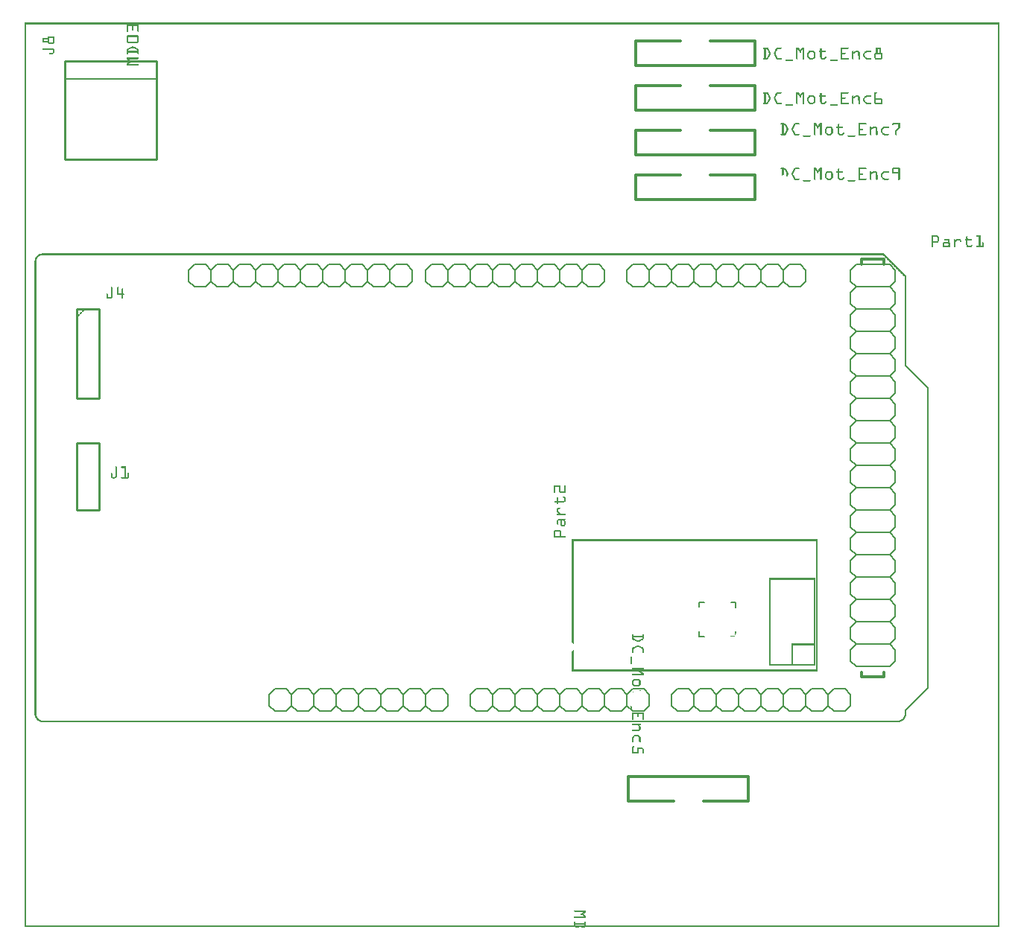
<source format=gto>
G04 MADE WITH FRITZING*
G04 WWW.FRITZING.ORG*
G04 DOUBLE SIDED*
G04 HOLES PLATED*
G04 CONTOUR ON CENTER OF CONTOUR VECTOR*
%ASAXBY*%
%FSLAX23Y23*%
%MOIN*%
%OFA0B0*%
%SFA1.0B1.0*%
%ADD10C,0.010000*%
%ADD11C,0.005000*%
%ADD12C,0.013374*%
%ADD13C,0.012000*%
%ADD14C,0.006000*%
%ADD15C,0.005556*%
%ADD16R,0.001000X0.001000*%
%LNSILK1*%
G90*
G70*
G54D10*
X235Y2767D02*
X235Y2367D01*
D02*
X235Y2367D02*
X335Y2367D01*
D02*
X335Y2367D02*
X335Y2767D01*
D02*
X335Y2767D02*
X235Y2767D01*
D02*
X180Y3437D02*
X590Y3437D01*
D02*
X590Y3437D02*
X590Y3877D01*
D02*
X590Y3877D02*
X180Y3877D01*
D02*
X180Y3877D02*
X180Y3437D01*
G54D11*
D02*
X590Y3797D02*
X180Y3797D01*
G54D10*
D02*
X235Y2167D02*
X235Y1867D01*
D02*
X235Y1867D02*
X335Y1867D01*
D02*
X335Y1867D02*
X335Y2167D01*
D02*
X335Y2167D02*
X235Y2167D01*
G54D12*
D02*
X2733Y3368D02*
X2733Y3258D01*
D02*
X2733Y3258D02*
X3268Y3258D01*
D02*
X3268Y3258D02*
X3268Y3368D01*
D02*
X2733Y3368D02*
X2934Y3368D01*
D02*
X3068Y3368D02*
X3268Y3368D01*
D02*
X2733Y3568D02*
X2733Y3458D01*
D02*
X2733Y3458D02*
X3268Y3458D01*
D02*
X3268Y3458D02*
X3268Y3568D01*
D02*
X2733Y3568D02*
X2934Y3568D01*
D02*
X3068Y3568D02*
X3268Y3568D01*
D02*
X2733Y3968D02*
X2733Y3858D01*
D02*
X2733Y3858D02*
X3268Y3858D01*
D02*
X3268Y3858D02*
X3268Y3968D01*
D02*
X2733Y3968D02*
X2934Y3968D01*
D02*
X3068Y3968D02*
X3268Y3968D01*
D02*
X2733Y3768D02*
X2733Y3658D01*
D02*
X2733Y3658D02*
X3268Y3658D01*
D02*
X3268Y3658D02*
X3268Y3768D01*
D02*
X2733Y3768D02*
X2934Y3768D01*
D02*
X3068Y3768D02*
X3268Y3768D01*
D02*
X3237Y565D02*
X3237Y675D01*
D02*
X3237Y675D02*
X2702Y675D01*
D02*
X2702Y675D02*
X2702Y565D01*
D02*
X3237Y565D02*
X3037Y565D01*
D02*
X2903Y565D02*
X2702Y565D01*
G54D13*
D02*
X3745Y1142D02*
X3745Y1122D01*
D02*
X3745Y1122D02*
X3845Y1122D01*
D02*
X3845Y1122D02*
X3845Y1142D01*
D02*
X3745Y2967D02*
X3745Y2992D01*
D02*
X3745Y2992D02*
X3845Y2992D01*
D02*
X3845Y2992D02*
X3845Y2967D01*
G54D14*
D02*
X3520Y1067D02*
X3570Y1067D01*
D02*
X3570Y1067D02*
X3595Y1042D01*
D02*
X3595Y1042D02*
X3595Y992D01*
D02*
X3595Y992D02*
X3570Y967D01*
D02*
X3395Y1042D02*
X3420Y1067D01*
D02*
X3420Y1067D02*
X3470Y1067D01*
D02*
X3470Y1067D02*
X3495Y1042D01*
D02*
X3495Y1042D02*
X3495Y992D01*
D02*
X3495Y992D02*
X3470Y967D01*
D02*
X3470Y967D02*
X3420Y967D01*
D02*
X3420Y967D02*
X3395Y992D01*
D02*
X3520Y1067D02*
X3495Y1042D01*
D02*
X3495Y992D02*
X3520Y967D01*
D02*
X3570Y967D02*
X3520Y967D01*
D02*
X3220Y1067D02*
X3270Y1067D01*
D02*
X3270Y1067D02*
X3295Y1042D01*
D02*
X3295Y1042D02*
X3295Y992D01*
D02*
X3295Y992D02*
X3270Y967D01*
D02*
X3295Y1042D02*
X3320Y1067D01*
D02*
X3320Y1067D02*
X3370Y1067D01*
D02*
X3370Y1067D02*
X3395Y1042D01*
D02*
X3395Y1042D02*
X3395Y992D01*
D02*
X3395Y992D02*
X3370Y967D01*
D02*
X3370Y967D02*
X3320Y967D01*
D02*
X3320Y967D02*
X3295Y992D01*
D02*
X3095Y1042D02*
X3120Y1067D01*
D02*
X3120Y1067D02*
X3170Y1067D01*
D02*
X3170Y1067D02*
X3195Y1042D01*
D02*
X3195Y1042D02*
X3195Y992D01*
D02*
X3195Y992D02*
X3170Y967D01*
D02*
X3170Y967D02*
X3120Y967D01*
D02*
X3120Y967D02*
X3095Y992D01*
D02*
X3220Y1067D02*
X3195Y1042D01*
D02*
X3195Y992D02*
X3220Y967D01*
D02*
X3270Y967D02*
X3220Y967D01*
D02*
X2920Y1067D02*
X2970Y1067D01*
D02*
X2970Y1067D02*
X2995Y1042D01*
D02*
X2995Y1042D02*
X2995Y992D01*
D02*
X2995Y992D02*
X2970Y967D01*
D02*
X2995Y1042D02*
X3020Y1067D01*
D02*
X3020Y1067D02*
X3070Y1067D01*
D02*
X3070Y1067D02*
X3095Y1042D01*
D02*
X3095Y1042D02*
X3095Y992D01*
D02*
X3095Y992D02*
X3070Y967D01*
D02*
X3070Y967D02*
X3020Y967D01*
D02*
X3020Y967D02*
X2995Y992D01*
D02*
X2895Y1042D02*
X2895Y992D01*
D02*
X2920Y1067D02*
X2895Y1042D01*
D02*
X2895Y992D02*
X2920Y967D01*
D02*
X2970Y967D02*
X2920Y967D01*
D02*
X3620Y1067D02*
X3670Y1067D01*
D02*
X3670Y1067D02*
X3695Y1042D01*
D02*
X3695Y1042D02*
X3695Y992D01*
D02*
X3695Y992D02*
X3670Y967D01*
D02*
X3620Y1067D02*
X3595Y1042D01*
D02*
X3595Y992D02*
X3620Y967D01*
D02*
X3670Y967D02*
X3620Y967D01*
D02*
X2620Y1067D02*
X2670Y1067D01*
D02*
X2670Y1067D02*
X2695Y1042D01*
D02*
X2695Y1042D02*
X2695Y992D01*
D02*
X2695Y992D02*
X2670Y967D01*
D02*
X2495Y1042D02*
X2520Y1067D01*
D02*
X2520Y1067D02*
X2570Y1067D01*
D02*
X2570Y1067D02*
X2595Y1042D01*
D02*
X2595Y1042D02*
X2595Y992D01*
D02*
X2595Y992D02*
X2570Y967D01*
D02*
X2570Y967D02*
X2520Y967D01*
D02*
X2520Y967D02*
X2495Y992D01*
D02*
X2620Y1067D02*
X2595Y1042D01*
D02*
X2595Y992D02*
X2620Y967D01*
D02*
X2670Y967D02*
X2620Y967D01*
D02*
X2320Y1067D02*
X2370Y1067D01*
D02*
X2370Y1067D02*
X2395Y1042D01*
D02*
X2395Y1042D02*
X2395Y992D01*
D02*
X2395Y992D02*
X2370Y967D01*
D02*
X2395Y1042D02*
X2420Y1067D01*
D02*
X2420Y1067D02*
X2470Y1067D01*
D02*
X2470Y1067D02*
X2495Y1042D01*
D02*
X2495Y1042D02*
X2495Y992D01*
D02*
X2495Y992D02*
X2470Y967D01*
D02*
X2470Y967D02*
X2420Y967D01*
D02*
X2420Y967D02*
X2395Y992D01*
D02*
X2195Y1042D02*
X2220Y1067D01*
D02*
X2220Y1067D02*
X2270Y1067D01*
D02*
X2270Y1067D02*
X2295Y1042D01*
D02*
X2295Y1042D02*
X2295Y992D01*
D02*
X2295Y992D02*
X2270Y967D01*
D02*
X2270Y967D02*
X2220Y967D01*
D02*
X2220Y967D02*
X2195Y992D01*
D02*
X2320Y1067D02*
X2295Y1042D01*
D02*
X2295Y992D02*
X2320Y967D01*
D02*
X2370Y967D02*
X2320Y967D01*
D02*
X2020Y1067D02*
X2070Y1067D01*
D02*
X2070Y1067D02*
X2095Y1042D01*
D02*
X2095Y1042D02*
X2095Y992D01*
D02*
X2095Y992D02*
X2070Y967D01*
D02*
X2095Y1042D02*
X2120Y1067D01*
D02*
X2120Y1067D02*
X2170Y1067D01*
D02*
X2170Y1067D02*
X2195Y1042D01*
D02*
X2195Y1042D02*
X2195Y992D01*
D02*
X2195Y992D02*
X2170Y967D01*
D02*
X2170Y967D02*
X2120Y967D01*
D02*
X2120Y967D02*
X2095Y992D01*
D02*
X1995Y1042D02*
X1995Y992D01*
D02*
X2020Y1067D02*
X1995Y1042D01*
D02*
X1995Y992D02*
X2020Y967D01*
D02*
X2070Y967D02*
X2020Y967D01*
D02*
X2720Y1067D02*
X2770Y1067D01*
D02*
X2770Y1067D02*
X2795Y1042D01*
D02*
X2795Y1042D02*
X2795Y992D01*
D02*
X2795Y992D02*
X2770Y967D01*
D02*
X2720Y1067D02*
X2695Y1042D01*
D02*
X2695Y992D02*
X2720Y967D01*
D02*
X2770Y967D02*
X2720Y967D01*
D02*
X2870Y2867D02*
X2820Y2867D01*
D02*
X2820Y2867D02*
X2795Y2892D01*
D02*
X2795Y2892D02*
X2795Y2942D01*
D02*
X2795Y2942D02*
X2820Y2967D01*
D02*
X2995Y2892D02*
X2970Y2867D01*
D02*
X2970Y2867D02*
X2920Y2867D01*
D02*
X2920Y2867D02*
X2895Y2892D01*
D02*
X2895Y2892D02*
X2895Y2942D01*
D02*
X2895Y2942D02*
X2920Y2967D01*
D02*
X2920Y2967D02*
X2970Y2967D01*
D02*
X2970Y2967D02*
X2995Y2942D01*
D02*
X2870Y2867D02*
X2895Y2892D01*
D02*
X2895Y2942D02*
X2870Y2967D01*
D02*
X2820Y2967D02*
X2870Y2967D01*
D02*
X3170Y2867D02*
X3120Y2867D01*
D02*
X3120Y2867D02*
X3095Y2892D01*
D02*
X3095Y2892D02*
X3095Y2942D01*
D02*
X3095Y2942D02*
X3120Y2967D01*
D02*
X3095Y2892D02*
X3070Y2867D01*
D02*
X3070Y2867D02*
X3020Y2867D01*
D02*
X3020Y2867D02*
X2995Y2892D01*
D02*
X2995Y2892D02*
X2995Y2942D01*
D02*
X2995Y2942D02*
X3020Y2967D01*
D02*
X3020Y2967D02*
X3070Y2967D01*
D02*
X3070Y2967D02*
X3095Y2942D01*
D02*
X3295Y2892D02*
X3270Y2867D01*
D02*
X3270Y2867D02*
X3220Y2867D01*
D02*
X3220Y2867D02*
X3195Y2892D01*
D02*
X3195Y2892D02*
X3195Y2942D01*
D02*
X3195Y2942D02*
X3220Y2967D01*
D02*
X3220Y2967D02*
X3270Y2967D01*
D02*
X3270Y2967D02*
X3295Y2942D01*
D02*
X3170Y2867D02*
X3195Y2892D01*
D02*
X3195Y2942D02*
X3170Y2967D01*
D02*
X3120Y2967D02*
X3170Y2967D01*
D02*
X3470Y2867D02*
X3420Y2867D01*
D02*
X3420Y2867D02*
X3395Y2892D01*
D02*
X3395Y2892D02*
X3395Y2942D01*
D02*
X3395Y2942D02*
X3420Y2967D01*
D02*
X3395Y2892D02*
X3370Y2867D01*
D02*
X3370Y2867D02*
X3320Y2867D01*
D02*
X3320Y2867D02*
X3295Y2892D01*
D02*
X3295Y2892D02*
X3295Y2942D01*
D02*
X3295Y2942D02*
X3320Y2967D01*
D02*
X3320Y2967D02*
X3370Y2967D01*
D02*
X3370Y2967D02*
X3395Y2942D01*
D02*
X3495Y2892D02*
X3495Y2942D01*
D02*
X3470Y2867D02*
X3495Y2892D01*
D02*
X3495Y2942D02*
X3470Y2967D01*
D02*
X3420Y2967D02*
X3470Y2967D01*
D02*
X2770Y2867D02*
X2720Y2867D01*
D02*
X2720Y2867D02*
X2695Y2892D01*
D02*
X2695Y2892D02*
X2695Y2942D01*
D02*
X2695Y2942D02*
X2720Y2967D01*
D02*
X2770Y2867D02*
X2795Y2892D01*
D02*
X2795Y2942D02*
X2770Y2967D01*
D02*
X2720Y2967D02*
X2770Y2967D01*
D02*
X1535Y2942D02*
X1560Y2967D01*
D02*
X1560Y2967D02*
X1610Y2967D01*
D02*
X1610Y2967D02*
X1635Y2942D01*
D02*
X1635Y2942D02*
X1635Y2892D01*
D02*
X1635Y2892D02*
X1610Y2867D01*
D02*
X1610Y2867D02*
X1560Y2867D01*
D02*
X1560Y2867D02*
X1535Y2892D01*
D02*
X1360Y2967D02*
X1410Y2967D01*
D02*
X1410Y2967D02*
X1435Y2942D01*
D02*
X1435Y2942D02*
X1435Y2892D01*
D02*
X1435Y2892D02*
X1410Y2867D01*
D02*
X1435Y2942D02*
X1460Y2967D01*
D02*
X1460Y2967D02*
X1510Y2967D01*
D02*
X1510Y2967D02*
X1535Y2942D01*
D02*
X1535Y2942D02*
X1535Y2892D01*
D02*
X1535Y2892D02*
X1510Y2867D01*
D02*
X1510Y2867D02*
X1460Y2867D01*
D02*
X1460Y2867D02*
X1435Y2892D01*
D02*
X1235Y2942D02*
X1260Y2967D01*
D02*
X1260Y2967D02*
X1310Y2967D01*
D02*
X1310Y2967D02*
X1335Y2942D01*
D02*
X1335Y2942D02*
X1335Y2892D01*
D02*
X1335Y2892D02*
X1310Y2867D01*
D02*
X1310Y2867D02*
X1260Y2867D01*
D02*
X1260Y2867D02*
X1235Y2892D01*
D02*
X1360Y2967D02*
X1335Y2942D01*
D02*
X1335Y2892D02*
X1360Y2867D01*
D02*
X1410Y2867D02*
X1360Y2867D01*
D02*
X1060Y2967D02*
X1110Y2967D01*
D02*
X1110Y2967D02*
X1135Y2942D01*
D02*
X1135Y2942D02*
X1135Y2892D01*
D02*
X1135Y2892D02*
X1110Y2867D01*
D02*
X1135Y2942D02*
X1160Y2967D01*
D02*
X1160Y2967D02*
X1210Y2967D01*
D02*
X1210Y2967D02*
X1235Y2942D01*
D02*
X1235Y2942D02*
X1235Y2892D01*
D02*
X1235Y2892D02*
X1210Y2867D01*
D02*
X1210Y2867D02*
X1160Y2867D01*
D02*
X1160Y2867D02*
X1135Y2892D01*
D02*
X935Y2942D02*
X960Y2967D01*
D02*
X960Y2967D02*
X1010Y2967D01*
D02*
X1010Y2967D02*
X1035Y2942D01*
D02*
X1035Y2942D02*
X1035Y2892D01*
D02*
X1035Y2892D02*
X1010Y2867D01*
D02*
X1010Y2867D02*
X960Y2867D01*
D02*
X960Y2867D02*
X935Y2892D01*
D02*
X1060Y2967D02*
X1035Y2942D01*
D02*
X1035Y2892D02*
X1060Y2867D01*
D02*
X1110Y2867D02*
X1060Y2867D01*
D02*
X760Y2967D02*
X810Y2967D01*
D02*
X810Y2967D02*
X835Y2942D01*
D02*
X835Y2942D02*
X835Y2892D01*
D02*
X835Y2892D02*
X810Y2867D01*
D02*
X835Y2942D02*
X860Y2967D01*
D02*
X860Y2967D02*
X910Y2967D01*
D02*
X910Y2967D02*
X935Y2942D01*
D02*
X935Y2942D02*
X935Y2892D01*
D02*
X935Y2892D02*
X910Y2867D01*
D02*
X910Y2867D02*
X860Y2867D01*
D02*
X860Y2867D02*
X835Y2892D01*
D02*
X735Y2942D02*
X735Y2892D01*
D02*
X760Y2967D02*
X735Y2942D01*
D02*
X735Y2892D02*
X760Y2867D01*
D02*
X810Y2867D02*
X760Y2867D01*
D02*
X1660Y2967D02*
X1710Y2967D01*
D02*
X1710Y2967D02*
X1735Y2942D01*
D02*
X1735Y2942D02*
X1735Y2892D01*
D02*
X1735Y2892D02*
X1710Y2867D01*
D02*
X1660Y2967D02*
X1635Y2942D01*
D02*
X1635Y2892D02*
X1660Y2867D01*
D02*
X1710Y2867D02*
X1660Y2867D01*
D02*
X1720Y1067D02*
X1770Y1067D01*
D02*
X1770Y1067D02*
X1795Y1042D01*
D02*
X1795Y1042D02*
X1795Y992D01*
D02*
X1795Y992D02*
X1770Y967D01*
D02*
X1595Y1042D02*
X1620Y1067D01*
D02*
X1620Y1067D02*
X1670Y1067D01*
D02*
X1670Y1067D02*
X1695Y1042D01*
D02*
X1695Y1042D02*
X1695Y992D01*
D02*
X1695Y992D02*
X1670Y967D01*
D02*
X1670Y967D02*
X1620Y967D01*
D02*
X1620Y967D02*
X1595Y992D01*
D02*
X1720Y1067D02*
X1695Y1042D01*
D02*
X1695Y992D02*
X1720Y967D01*
D02*
X1770Y967D02*
X1720Y967D01*
D02*
X1420Y1067D02*
X1470Y1067D01*
D02*
X1470Y1067D02*
X1495Y1042D01*
D02*
X1495Y1042D02*
X1495Y992D01*
D02*
X1495Y992D02*
X1470Y967D01*
D02*
X1495Y1042D02*
X1520Y1067D01*
D02*
X1520Y1067D02*
X1570Y1067D01*
D02*
X1570Y1067D02*
X1595Y1042D01*
D02*
X1595Y1042D02*
X1595Y992D01*
D02*
X1595Y992D02*
X1570Y967D01*
D02*
X1570Y967D02*
X1520Y967D01*
D02*
X1520Y967D02*
X1495Y992D01*
D02*
X1295Y1042D02*
X1320Y1067D01*
D02*
X1320Y1067D02*
X1370Y1067D01*
D02*
X1370Y1067D02*
X1395Y1042D01*
D02*
X1395Y1042D02*
X1395Y992D01*
D02*
X1395Y992D02*
X1370Y967D01*
D02*
X1370Y967D02*
X1320Y967D01*
D02*
X1320Y967D02*
X1295Y992D01*
D02*
X1420Y1067D02*
X1395Y1042D01*
D02*
X1395Y992D02*
X1420Y967D01*
D02*
X1470Y967D02*
X1420Y967D01*
D02*
X1120Y1067D02*
X1170Y1067D01*
D02*
X1170Y1067D02*
X1195Y1042D01*
D02*
X1195Y1042D02*
X1195Y992D01*
D02*
X1195Y992D02*
X1170Y967D01*
D02*
X1195Y1042D02*
X1220Y1067D01*
D02*
X1220Y1067D02*
X1270Y1067D01*
D02*
X1270Y1067D02*
X1295Y1042D01*
D02*
X1295Y1042D02*
X1295Y992D01*
D02*
X1295Y992D02*
X1270Y967D01*
D02*
X1270Y967D02*
X1220Y967D01*
D02*
X1220Y967D02*
X1195Y992D01*
D02*
X1095Y1042D02*
X1095Y992D01*
D02*
X1120Y1067D02*
X1095Y1042D01*
D02*
X1095Y992D02*
X1120Y967D01*
D02*
X1170Y967D02*
X1120Y967D01*
D02*
X1820Y1067D02*
X1870Y1067D01*
D02*
X1870Y1067D02*
X1895Y1042D01*
D02*
X1895Y1042D02*
X1895Y992D01*
D02*
X1895Y992D02*
X1870Y967D01*
D02*
X1820Y1067D02*
X1795Y1042D01*
D02*
X1795Y992D02*
X1820Y967D01*
D02*
X1870Y967D02*
X1820Y967D01*
D02*
X1970Y2867D02*
X1920Y2867D01*
D02*
X1920Y2867D02*
X1895Y2892D01*
D02*
X1895Y2892D02*
X1895Y2942D01*
D02*
X1895Y2942D02*
X1920Y2967D01*
D02*
X2095Y2892D02*
X2070Y2867D01*
D02*
X2070Y2867D02*
X2020Y2867D01*
D02*
X2020Y2867D02*
X1995Y2892D01*
D02*
X1995Y2892D02*
X1995Y2942D01*
D02*
X1995Y2942D02*
X2020Y2967D01*
D02*
X2020Y2967D02*
X2070Y2967D01*
D02*
X2070Y2967D02*
X2095Y2942D01*
D02*
X1970Y2867D02*
X1995Y2892D01*
D02*
X1995Y2942D02*
X1970Y2967D01*
D02*
X1920Y2967D02*
X1970Y2967D01*
D02*
X2270Y2867D02*
X2220Y2867D01*
D02*
X2220Y2867D02*
X2195Y2892D01*
D02*
X2195Y2892D02*
X2195Y2942D01*
D02*
X2195Y2942D02*
X2220Y2967D01*
D02*
X2195Y2892D02*
X2170Y2867D01*
D02*
X2170Y2867D02*
X2120Y2867D01*
D02*
X2120Y2867D02*
X2095Y2892D01*
D02*
X2095Y2892D02*
X2095Y2942D01*
D02*
X2095Y2942D02*
X2120Y2967D01*
D02*
X2120Y2967D02*
X2170Y2967D01*
D02*
X2170Y2967D02*
X2195Y2942D01*
D02*
X2395Y2892D02*
X2370Y2867D01*
D02*
X2370Y2867D02*
X2320Y2867D01*
D02*
X2320Y2867D02*
X2295Y2892D01*
D02*
X2295Y2892D02*
X2295Y2942D01*
D02*
X2295Y2942D02*
X2320Y2967D01*
D02*
X2320Y2967D02*
X2370Y2967D01*
D02*
X2370Y2967D02*
X2395Y2942D01*
D02*
X2270Y2867D02*
X2295Y2892D01*
D02*
X2295Y2942D02*
X2270Y2967D01*
D02*
X2220Y2967D02*
X2270Y2967D01*
D02*
X2570Y2867D02*
X2520Y2867D01*
D02*
X2520Y2867D02*
X2495Y2892D01*
D02*
X2495Y2892D02*
X2495Y2942D01*
D02*
X2495Y2942D02*
X2520Y2967D01*
D02*
X2495Y2892D02*
X2470Y2867D01*
D02*
X2470Y2867D02*
X2420Y2867D01*
D02*
X2420Y2867D02*
X2395Y2892D01*
D02*
X2395Y2892D02*
X2395Y2942D01*
D02*
X2395Y2942D02*
X2420Y2967D01*
D02*
X2420Y2967D02*
X2470Y2967D01*
D02*
X2470Y2967D02*
X2495Y2942D01*
D02*
X2595Y2892D02*
X2595Y2942D01*
D02*
X2570Y2867D02*
X2595Y2892D01*
D02*
X2595Y2942D02*
X2570Y2967D01*
D02*
X2520Y2967D02*
X2570Y2967D01*
D02*
X1870Y2867D02*
X1820Y2867D01*
D02*
X1820Y2867D02*
X1795Y2892D01*
D02*
X1795Y2892D02*
X1795Y2942D01*
D02*
X1795Y2942D02*
X1820Y2967D01*
D02*
X1870Y2867D02*
X1895Y2892D01*
D02*
X1895Y2942D02*
X1870Y2967D01*
D02*
X1820Y2967D02*
X1870Y2967D01*
D02*
X3720Y2967D02*
X3695Y2942D01*
D02*
X3695Y2942D02*
X3695Y2892D01*
D02*
X3695Y2892D02*
X3720Y2867D01*
D02*
X3720Y2867D02*
X3695Y2842D01*
D02*
X3695Y2842D02*
X3695Y2792D01*
D02*
X3695Y2792D02*
X3720Y2767D01*
D02*
X3720Y2767D02*
X3695Y2742D01*
D02*
X3695Y2742D02*
X3695Y2692D01*
D02*
X3695Y2692D02*
X3720Y2667D01*
D02*
X3720Y2667D02*
X3695Y2642D01*
D02*
X3695Y2642D02*
X3695Y2592D01*
D02*
X3695Y2592D02*
X3720Y2567D01*
D02*
X3720Y2567D02*
X3695Y2542D01*
D02*
X3695Y2542D02*
X3695Y2492D01*
D02*
X3695Y2492D02*
X3720Y2467D01*
D02*
X3720Y2467D02*
X3695Y2442D01*
D02*
X3695Y2442D02*
X3695Y2392D01*
D02*
X3695Y2392D02*
X3720Y2367D01*
D02*
X3720Y2967D02*
X3870Y2967D01*
D02*
X3870Y2967D02*
X3895Y2942D01*
D02*
X3895Y2942D02*
X3895Y2892D01*
D02*
X3895Y2892D02*
X3870Y2867D01*
D02*
X3870Y2867D02*
X3895Y2842D01*
D02*
X3895Y2842D02*
X3895Y2792D01*
D02*
X3895Y2792D02*
X3870Y2767D01*
D02*
X3870Y2767D02*
X3895Y2742D01*
D02*
X3895Y2742D02*
X3895Y2692D01*
D02*
X3895Y2692D02*
X3870Y2667D01*
D02*
X3870Y2667D02*
X3895Y2642D01*
D02*
X3895Y2642D02*
X3895Y2592D01*
D02*
X3895Y2592D02*
X3870Y2567D01*
D02*
X3870Y2567D02*
X3895Y2542D01*
D02*
X3895Y2542D02*
X3895Y2492D01*
D02*
X3895Y2492D02*
X3870Y2467D01*
D02*
X3870Y2467D02*
X3895Y2442D01*
D02*
X3895Y2442D02*
X3895Y2392D01*
D02*
X3895Y2392D02*
X3870Y2367D01*
D02*
X3870Y2367D02*
X3895Y2342D01*
D02*
X3895Y2342D02*
X3895Y2292D01*
D02*
X3895Y2292D02*
X3870Y2267D01*
D02*
X3870Y2267D02*
X3895Y2242D01*
D02*
X3895Y2242D02*
X3895Y2192D01*
D02*
X3895Y2192D02*
X3870Y2167D01*
D02*
X3870Y2167D02*
X3895Y2142D01*
D02*
X3895Y2142D02*
X3895Y2092D01*
D02*
X3895Y2092D02*
X3870Y2067D01*
D02*
X3870Y2067D02*
X3895Y2042D01*
D02*
X3895Y2042D02*
X3895Y1992D01*
D02*
X3895Y1992D02*
X3870Y1967D01*
D02*
X3870Y1967D02*
X3895Y1942D01*
D02*
X3895Y1942D02*
X3895Y1892D01*
D02*
X3895Y1892D02*
X3870Y1867D01*
D02*
X3870Y1867D02*
X3895Y1842D01*
D02*
X3895Y1842D02*
X3895Y1792D01*
D02*
X3870Y1767D02*
X3895Y1792D01*
D02*
X3870Y1767D02*
X3895Y1742D01*
D02*
X3895Y1692D02*
X3895Y1742D01*
D02*
X3895Y1692D02*
X3870Y1667D01*
D02*
X3870Y1667D02*
X3895Y1642D01*
D02*
X3895Y1592D02*
X3895Y1642D01*
D02*
X3895Y1592D02*
X3870Y1567D01*
D02*
X3870Y1567D02*
X3895Y1542D01*
D02*
X3895Y1492D02*
X3895Y1542D01*
D02*
X3895Y1492D02*
X3870Y1467D01*
D02*
X3870Y1467D02*
X3895Y1442D01*
D02*
X3895Y1392D02*
X3895Y1442D01*
D02*
X3895Y1392D02*
X3870Y1367D01*
D02*
X3870Y1367D02*
X3895Y1342D01*
D02*
X3895Y1292D02*
X3895Y1342D01*
D02*
X3895Y1292D02*
X3870Y1267D01*
D02*
X3870Y1267D02*
X3895Y1242D01*
D02*
X3895Y1192D02*
X3895Y1242D01*
D02*
X3895Y1192D02*
X3870Y1167D01*
D02*
X3720Y1167D02*
X3695Y1192D01*
D02*
X3695Y1192D02*
X3695Y1242D01*
D02*
X3720Y1267D02*
X3695Y1242D01*
D02*
X3720Y1267D02*
X3695Y1292D01*
D02*
X3695Y1292D02*
X3695Y1342D01*
D02*
X3720Y1367D02*
X3695Y1342D01*
D02*
X3720Y1367D02*
X3695Y1392D01*
D02*
X3695Y1442D02*
X3695Y1392D01*
D02*
X3695Y1442D02*
X3720Y1467D01*
D02*
X3720Y1467D02*
X3695Y1492D01*
D02*
X3695Y1542D02*
X3695Y1492D01*
D02*
X3695Y1542D02*
X3720Y1567D01*
D02*
X3720Y1567D02*
X3695Y1592D01*
D02*
X3695Y1592D02*
X3695Y1642D01*
D02*
X3720Y1667D02*
X3695Y1642D01*
D02*
X3720Y1667D02*
X3695Y1692D01*
D02*
X3695Y1692D02*
X3695Y1742D01*
D02*
X3720Y1767D02*
X3695Y1742D01*
D02*
X3720Y1767D02*
X3695Y1792D01*
D02*
X3695Y1792D02*
X3695Y1842D01*
D02*
X3720Y1867D02*
X3695Y1842D01*
D02*
X3720Y1867D02*
X3695Y1892D01*
D02*
X3695Y1892D02*
X3695Y1942D01*
D02*
X3720Y1967D02*
X3695Y1942D01*
D02*
X3720Y1967D02*
X3695Y1992D01*
D02*
X3695Y1992D02*
X3695Y2042D01*
D02*
X3720Y2067D02*
X3695Y2042D01*
D02*
X3720Y2067D02*
X3695Y2092D01*
D02*
X3695Y2092D02*
X3695Y2142D01*
D02*
X3720Y2167D02*
X3695Y2142D01*
D02*
X3720Y2167D02*
X3695Y2192D01*
D02*
X3695Y2192D02*
X3695Y2242D01*
D02*
X3720Y2267D02*
X3695Y2242D01*
D02*
X3720Y2267D02*
X3695Y2292D01*
D02*
X3695Y2292D02*
X3695Y2342D01*
D02*
X3720Y2367D02*
X3695Y2342D01*
D02*
X3870Y2867D02*
X3720Y2867D01*
D02*
X3870Y2767D02*
X3720Y2767D01*
D02*
X3870Y2667D02*
X3720Y2667D01*
D02*
X3870Y2567D02*
X3720Y2567D01*
D02*
X3870Y2467D02*
X3720Y2467D01*
D02*
X3870Y2367D02*
X3720Y2367D01*
D02*
X3870Y2267D02*
X3720Y2267D01*
D02*
X3870Y2167D02*
X3720Y2167D01*
D02*
X3870Y2067D02*
X3720Y2067D01*
D02*
X3870Y1967D02*
X3720Y1967D01*
D02*
X3870Y1867D02*
X3720Y1867D01*
D02*
X3870Y1767D02*
X3720Y1767D01*
D02*
X3870Y1667D02*
X3720Y1667D01*
D02*
X3870Y1567D02*
X3720Y1567D01*
D02*
X3870Y1467D02*
X3720Y1467D01*
D02*
X3870Y1367D02*
X3720Y1367D01*
D02*
X3870Y1267D02*
X3720Y1267D01*
D02*
X3870Y1167D02*
X3720Y1167D01*
G54D15*
X3018Y1434D02*
X3018Y1455D01*
X3041Y1455D01*
D02*
X3159Y1455D02*
X3180Y1455D01*
X3180Y1433D01*
D02*
X3039Y1302D02*
X3018Y1302D01*
X3018Y1324D01*
D02*
G54D16*
X0Y4050D02*
X4360Y4050D01*
X0Y4049D02*
X4360Y4049D01*
X0Y4048D02*
X4360Y4048D01*
X0Y4047D02*
X4360Y4047D01*
X0Y4046D02*
X4360Y4046D01*
X0Y4045D02*
X4360Y4045D01*
X0Y4044D02*
X4360Y4044D01*
X0Y4043D02*
X4360Y4043D01*
X0Y4042D02*
X7Y4042D01*
X460Y4042D02*
X482Y4042D01*
X486Y4042D02*
X508Y4042D01*
X4353Y4042D02*
X4360Y4042D01*
X0Y4041D02*
X7Y4041D01*
X459Y4041D02*
X509Y4041D01*
X4353Y4041D02*
X4360Y4041D01*
X0Y4040D02*
X7Y4040D01*
X458Y4040D02*
X510Y4040D01*
X4353Y4040D02*
X4360Y4040D01*
X0Y4039D02*
X7Y4039D01*
X458Y4039D02*
X510Y4039D01*
X4353Y4039D02*
X4360Y4039D01*
X0Y4038D02*
X7Y4038D01*
X458Y4038D02*
X510Y4038D01*
X4353Y4038D02*
X4360Y4038D01*
X0Y4037D02*
X7Y4037D01*
X458Y4037D02*
X511Y4037D01*
X4353Y4037D02*
X4360Y4037D01*
X0Y4036D02*
X7Y4036D01*
X457Y4036D02*
X463Y4036D01*
X479Y4036D02*
X489Y4036D01*
X505Y4036D02*
X511Y4036D01*
X4353Y4036D02*
X4360Y4036D01*
X0Y4035D02*
X7Y4035D01*
X457Y4035D02*
X463Y4035D01*
X480Y4035D02*
X488Y4035D01*
X505Y4035D02*
X511Y4035D01*
X4353Y4035D02*
X4360Y4035D01*
X0Y4034D02*
X7Y4034D01*
X457Y4034D02*
X463Y4034D01*
X481Y4034D02*
X487Y4034D01*
X505Y4034D02*
X511Y4034D01*
X4353Y4034D02*
X4360Y4034D01*
X0Y4033D02*
X7Y4033D01*
X457Y4033D02*
X463Y4033D01*
X481Y4033D02*
X487Y4033D01*
X505Y4033D02*
X511Y4033D01*
X4353Y4033D02*
X4360Y4033D01*
X0Y4032D02*
X7Y4032D01*
X457Y4032D02*
X463Y4032D01*
X481Y4032D02*
X487Y4032D01*
X505Y4032D02*
X511Y4032D01*
X4353Y4032D02*
X4360Y4032D01*
X0Y4031D02*
X7Y4031D01*
X457Y4031D02*
X463Y4031D01*
X481Y4031D02*
X487Y4031D01*
X505Y4031D02*
X511Y4031D01*
X4353Y4031D02*
X4360Y4031D01*
X0Y4030D02*
X7Y4030D01*
X457Y4030D02*
X463Y4030D01*
X481Y4030D02*
X487Y4030D01*
X505Y4030D02*
X511Y4030D01*
X4353Y4030D02*
X4360Y4030D01*
X0Y4029D02*
X7Y4029D01*
X457Y4029D02*
X463Y4029D01*
X481Y4029D02*
X487Y4029D01*
X505Y4029D02*
X511Y4029D01*
X4353Y4029D02*
X4360Y4029D01*
X0Y4028D02*
X7Y4028D01*
X457Y4028D02*
X463Y4028D01*
X481Y4028D02*
X487Y4028D01*
X505Y4028D02*
X511Y4028D01*
X4353Y4028D02*
X4360Y4028D01*
X0Y4027D02*
X7Y4027D01*
X457Y4027D02*
X463Y4027D01*
X481Y4027D02*
X487Y4027D01*
X505Y4027D02*
X511Y4027D01*
X4353Y4027D02*
X4360Y4027D01*
X0Y4026D02*
X7Y4026D01*
X457Y4026D02*
X463Y4026D01*
X481Y4026D02*
X487Y4026D01*
X505Y4026D02*
X511Y4026D01*
X4353Y4026D02*
X4360Y4026D01*
X0Y4025D02*
X7Y4025D01*
X457Y4025D02*
X463Y4025D01*
X481Y4025D02*
X487Y4025D01*
X505Y4025D02*
X511Y4025D01*
X4353Y4025D02*
X4360Y4025D01*
X0Y4024D02*
X7Y4024D01*
X457Y4024D02*
X463Y4024D01*
X481Y4024D02*
X487Y4024D01*
X505Y4024D02*
X511Y4024D01*
X4353Y4024D02*
X4360Y4024D01*
X0Y4023D02*
X7Y4023D01*
X457Y4023D02*
X463Y4023D01*
X481Y4023D02*
X487Y4023D01*
X505Y4023D02*
X511Y4023D01*
X4353Y4023D02*
X4360Y4023D01*
X0Y4022D02*
X7Y4022D01*
X457Y4022D02*
X463Y4022D01*
X481Y4022D02*
X487Y4022D01*
X505Y4022D02*
X511Y4022D01*
X4353Y4022D02*
X4360Y4022D01*
X0Y4021D02*
X7Y4021D01*
X457Y4021D02*
X463Y4021D01*
X481Y4021D02*
X487Y4021D01*
X505Y4021D02*
X511Y4021D01*
X4353Y4021D02*
X4360Y4021D01*
X0Y4020D02*
X7Y4020D01*
X457Y4020D02*
X463Y4020D01*
X481Y4020D02*
X487Y4020D01*
X505Y4020D02*
X511Y4020D01*
X4353Y4020D02*
X4360Y4020D01*
X0Y4019D02*
X7Y4019D01*
X457Y4019D02*
X463Y4019D01*
X481Y4019D02*
X487Y4019D01*
X505Y4019D02*
X511Y4019D01*
X4353Y4019D02*
X4360Y4019D01*
X0Y4018D02*
X7Y4018D01*
X457Y4018D02*
X463Y4018D01*
X481Y4018D02*
X487Y4018D01*
X505Y4018D02*
X511Y4018D01*
X4353Y4018D02*
X4360Y4018D01*
X0Y4017D02*
X7Y4017D01*
X457Y4017D02*
X463Y4017D01*
X482Y4017D02*
X486Y4017D01*
X505Y4017D02*
X511Y4017D01*
X4353Y4017D02*
X4360Y4017D01*
X0Y4016D02*
X7Y4016D01*
X457Y4016D02*
X463Y4016D01*
X505Y4016D02*
X511Y4016D01*
X4353Y4016D02*
X4360Y4016D01*
X0Y4015D02*
X7Y4015D01*
X457Y4015D02*
X463Y4015D01*
X505Y4015D02*
X511Y4015D01*
X4353Y4015D02*
X4360Y4015D01*
X0Y4014D02*
X7Y4014D01*
X457Y4014D02*
X463Y4014D01*
X505Y4014D02*
X511Y4014D01*
X4353Y4014D02*
X4360Y4014D01*
X0Y4013D02*
X7Y4013D01*
X457Y4013D02*
X463Y4013D01*
X505Y4013D02*
X511Y4013D01*
X4353Y4013D02*
X4360Y4013D01*
X0Y4012D02*
X7Y4012D01*
X458Y4012D02*
X463Y4012D01*
X505Y4012D02*
X511Y4012D01*
X4353Y4012D02*
X4360Y4012D01*
X0Y4011D02*
X7Y4011D01*
X458Y4011D02*
X463Y4011D01*
X505Y4011D02*
X510Y4011D01*
X4353Y4011D02*
X4360Y4011D01*
X0Y4010D02*
X7Y4010D01*
X459Y4010D02*
X462Y4010D01*
X506Y4010D02*
X509Y4010D01*
X4353Y4010D02*
X4360Y4010D01*
X0Y4009D02*
X7Y4009D01*
X4353Y4009D02*
X4360Y4009D01*
X0Y4008D02*
X7Y4008D01*
X4353Y4008D02*
X4360Y4008D01*
X0Y4007D02*
X7Y4007D01*
X4353Y4007D02*
X4360Y4007D01*
X0Y4006D02*
X7Y4006D01*
X4353Y4006D02*
X4360Y4006D01*
X0Y4005D02*
X7Y4005D01*
X4353Y4005D02*
X4360Y4005D01*
X0Y4004D02*
X7Y4004D01*
X4353Y4004D02*
X4360Y4004D01*
X0Y4003D02*
X7Y4003D01*
X4353Y4003D02*
X4360Y4003D01*
X0Y4002D02*
X7Y4002D01*
X4353Y4002D02*
X4360Y4002D01*
X0Y4001D02*
X7Y4001D01*
X4353Y4001D02*
X4360Y4001D01*
X0Y4000D02*
X7Y4000D01*
X4353Y4000D02*
X4360Y4000D01*
X0Y3999D02*
X7Y3999D01*
X4353Y3999D02*
X4360Y3999D01*
X0Y3998D02*
X7Y3998D01*
X4353Y3998D02*
X4360Y3998D01*
X0Y3997D02*
X7Y3997D01*
X4353Y3997D02*
X4360Y3997D01*
X0Y3996D02*
X7Y3996D01*
X4353Y3996D02*
X4360Y3996D01*
X0Y3995D02*
X7Y3995D01*
X4353Y3995D02*
X4360Y3995D01*
X0Y3994D02*
X7Y3994D01*
X4353Y3994D02*
X4360Y3994D01*
X0Y3993D02*
X7Y3993D01*
X461Y3993D02*
X507Y3993D01*
X4353Y3993D02*
X4360Y3993D01*
X0Y3992D02*
X7Y3992D01*
X460Y3992D02*
X508Y3992D01*
X4353Y3992D02*
X4360Y3992D01*
X0Y3991D02*
X7Y3991D01*
X459Y3991D02*
X509Y3991D01*
X4353Y3991D02*
X4360Y3991D01*
X0Y3990D02*
X7Y3990D01*
X458Y3990D02*
X510Y3990D01*
X4353Y3990D02*
X4360Y3990D01*
X0Y3989D02*
X7Y3989D01*
X108Y3989D02*
X130Y3989D01*
X458Y3989D02*
X510Y3989D01*
X4353Y3989D02*
X4360Y3989D01*
X0Y3988D02*
X7Y3988D01*
X106Y3988D02*
X131Y3988D01*
X458Y3988D02*
X510Y3988D01*
X4353Y3988D02*
X4360Y3988D01*
X0Y3987D02*
X7Y3987D01*
X105Y3987D02*
X132Y3987D01*
X458Y3987D02*
X511Y3987D01*
X4353Y3987D02*
X4360Y3987D01*
X0Y3986D02*
X7Y3986D01*
X105Y3986D02*
X133Y3986D01*
X457Y3986D02*
X463Y3986D01*
X505Y3986D02*
X511Y3986D01*
X4353Y3986D02*
X4360Y3986D01*
X0Y3985D02*
X7Y3985D01*
X104Y3985D02*
X133Y3985D01*
X457Y3985D02*
X463Y3985D01*
X505Y3985D02*
X511Y3985D01*
X4353Y3985D02*
X4360Y3985D01*
X0Y3984D02*
X7Y3984D01*
X104Y3984D02*
X133Y3984D01*
X457Y3984D02*
X463Y3984D01*
X505Y3984D02*
X511Y3984D01*
X4353Y3984D02*
X4360Y3984D01*
X0Y3983D02*
X7Y3983D01*
X104Y3983D02*
X134Y3983D01*
X457Y3983D02*
X463Y3983D01*
X505Y3983D02*
X511Y3983D01*
X4353Y3983D02*
X4360Y3983D01*
X0Y3982D02*
X7Y3982D01*
X82Y3982D02*
X110Y3982D01*
X128Y3982D02*
X134Y3982D01*
X457Y3982D02*
X463Y3982D01*
X505Y3982D02*
X511Y3982D01*
X4353Y3982D02*
X4360Y3982D01*
X0Y3981D02*
X7Y3981D01*
X81Y3981D02*
X110Y3981D01*
X128Y3981D02*
X134Y3981D01*
X457Y3981D02*
X463Y3981D01*
X505Y3981D02*
X511Y3981D01*
X4353Y3981D02*
X4360Y3981D01*
X0Y3980D02*
X7Y3980D01*
X81Y3980D02*
X110Y3980D01*
X128Y3980D02*
X134Y3980D01*
X457Y3980D02*
X463Y3980D01*
X505Y3980D02*
X511Y3980D01*
X4353Y3980D02*
X4360Y3980D01*
X0Y3979D02*
X7Y3979D01*
X80Y3979D02*
X110Y3979D01*
X128Y3979D02*
X134Y3979D01*
X457Y3979D02*
X463Y3979D01*
X505Y3979D02*
X511Y3979D01*
X4353Y3979D02*
X4360Y3979D01*
X0Y3978D02*
X7Y3978D01*
X80Y3978D02*
X110Y3978D01*
X128Y3978D02*
X134Y3978D01*
X457Y3978D02*
X463Y3978D01*
X505Y3978D02*
X511Y3978D01*
X4353Y3978D02*
X4360Y3978D01*
X0Y3977D02*
X7Y3977D01*
X80Y3977D02*
X110Y3977D01*
X128Y3977D02*
X134Y3977D01*
X457Y3977D02*
X463Y3977D01*
X505Y3977D02*
X511Y3977D01*
X4353Y3977D02*
X4360Y3977D01*
X0Y3976D02*
X7Y3976D01*
X80Y3976D02*
X110Y3976D01*
X128Y3976D02*
X134Y3976D01*
X457Y3976D02*
X463Y3976D01*
X505Y3976D02*
X511Y3976D01*
X4353Y3976D02*
X4360Y3976D01*
X0Y3975D02*
X7Y3975D01*
X80Y3975D02*
X86Y3975D01*
X104Y3975D02*
X110Y3975D01*
X128Y3975D02*
X134Y3975D01*
X457Y3975D02*
X463Y3975D01*
X505Y3975D02*
X511Y3975D01*
X4353Y3975D02*
X4360Y3975D01*
X0Y3974D02*
X7Y3974D01*
X80Y3974D02*
X86Y3974D01*
X104Y3974D02*
X110Y3974D01*
X128Y3974D02*
X134Y3974D01*
X457Y3974D02*
X463Y3974D01*
X505Y3974D02*
X511Y3974D01*
X4353Y3974D02*
X4360Y3974D01*
X0Y3973D02*
X7Y3973D01*
X80Y3973D02*
X86Y3973D01*
X104Y3973D02*
X110Y3973D01*
X128Y3973D02*
X134Y3973D01*
X457Y3973D02*
X463Y3973D01*
X505Y3973D02*
X511Y3973D01*
X4353Y3973D02*
X4360Y3973D01*
X0Y3972D02*
X7Y3972D01*
X80Y3972D02*
X86Y3972D01*
X104Y3972D02*
X110Y3972D01*
X128Y3972D02*
X134Y3972D01*
X457Y3972D02*
X463Y3972D01*
X505Y3972D02*
X511Y3972D01*
X4353Y3972D02*
X4360Y3972D01*
X0Y3971D02*
X7Y3971D01*
X80Y3971D02*
X86Y3971D01*
X104Y3971D02*
X110Y3971D01*
X128Y3971D02*
X134Y3971D01*
X457Y3971D02*
X463Y3971D01*
X505Y3971D02*
X511Y3971D01*
X4353Y3971D02*
X4360Y3971D01*
X0Y3970D02*
X7Y3970D01*
X80Y3970D02*
X86Y3970D01*
X104Y3970D02*
X110Y3970D01*
X128Y3970D02*
X134Y3970D01*
X457Y3970D02*
X463Y3970D01*
X505Y3970D02*
X511Y3970D01*
X4353Y3970D02*
X4360Y3970D01*
X0Y3969D02*
X7Y3969D01*
X80Y3969D02*
X110Y3969D01*
X128Y3969D02*
X134Y3969D01*
X457Y3969D02*
X463Y3969D01*
X505Y3969D02*
X511Y3969D01*
X4353Y3969D02*
X4360Y3969D01*
X0Y3968D02*
X7Y3968D01*
X80Y3968D02*
X110Y3968D01*
X128Y3968D02*
X134Y3968D01*
X457Y3968D02*
X463Y3968D01*
X505Y3968D02*
X511Y3968D01*
X4353Y3968D02*
X4360Y3968D01*
X0Y3967D02*
X7Y3967D01*
X80Y3967D02*
X110Y3967D01*
X128Y3967D02*
X134Y3967D01*
X457Y3967D02*
X463Y3967D01*
X505Y3967D02*
X511Y3967D01*
X4353Y3967D02*
X4360Y3967D01*
X0Y3966D02*
X7Y3966D01*
X80Y3966D02*
X110Y3966D01*
X128Y3966D02*
X134Y3966D01*
X458Y3966D02*
X511Y3966D01*
X4353Y3966D02*
X4360Y3966D01*
X0Y3965D02*
X7Y3965D01*
X81Y3965D02*
X110Y3965D01*
X128Y3965D02*
X134Y3965D01*
X458Y3965D02*
X511Y3965D01*
X4353Y3965D02*
X4360Y3965D01*
X0Y3964D02*
X7Y3964D01*
X81Y3964D02*
X110Y3964D01*
X128Y3964D02*
X134Y3964D01*
X458Y3964D02*
X510Y3964D01*
X4353Y3964D02*
X4360Y3964D01*
X0Y3963D02*
X7Y3963D01*
X82Y3963D02*
X110Y3963D01*
X128Y3963D02*
X134Y3963D01*
X458Y3963D02*
X510Y3963D01*
X4353Y3963D02*
X4360Y3963D01*
X0Y3962D02*
X7Y3962D01*
X104Y3962D02*
X134Y3962D01*
X459Y3962D02*
X509Y3962D01*
X4353Y3962D02*
X4360Y3962D01*
X0Y3961D02*
X7Y3961D01*
X104Y3961D02*
X133Y3961D01*
X460Y3961D02*
X508Y3961D01*
X4353Y3961D02*
X4360Y3961D01*
X0Y3960D02*
X7Y3960D01*
X104Y3960D02*
X133Y3960D01*
X461Y3960D02*
X507Y3960D01*
X4353Y3960D02*
X4360Y3960D01*
X0Y3959D02*
X7Y3959D01*
X105Y3959D02*
X133Y3959D01*
X4353Y3959D02*
X4360Y3959D01*
X0Y3958D02*
X7Y3958D01*
X105Y3958D02*
X132Y3958D01*
X4353Y3958D02*
X4360Y3958D01*
X0Y3957D02*
X7Y3957D01*
X106Y3957D02*
X131Y3957D01*
X4353Y3957D02*
X4360Y3957D01*
X0Y3956D02*
X7Y3956D01*
X108Y3956D02*
X130Y3956D01*
X4353Y3956D02*
X4360Y3956D01*
X0Y3955D02*
X7Y3955D01*
X4353Y3955D02*
X4360Y3955D01*
X0Y3954D02*
X7Y3954D01*
X4353Y3954D02*
X4360Y3954D01*
X0Y3953D02*
X7Y3953D01*
X4353Y3953D02*
X4360Y3953D01*
X0Y3952D02*
X7Y3952D01*
X4353Y3952D02*
X4360Y3952D01*
X0Y3951D02*
X7Y3951D01*
X4353Y3951D02*
X4360Y3951D01*
X0Y3950D02*
X7Y3950D01*
X4353Y3950D02*
X4360Y3950D01*
X0Y3949D02*
X7Y3949D01*
X4353Y3949D02*
X4360Y3949D01*
X0Y3948D02*
X7Y3948D01*
X4353Y3948D02*
X4360Y3948D01*
X0Y3947D02*
X7Y3947D01*
X4353Y3947D02*
X4360Y3947D01*
X0Y3946D02*
X7Y3946D01*
X4353Y3946D02*
X4360Y3946D01*
X0Y3945D02*
X7Y3945D01*
X4353Y3945D02*
X4360Y3945D01*
X0Y3944D02*
X7Y3944D01*
X4353Y3944D02*
X4360Y3944D01*
X0Y3943D02*
X7Y3943D01*
X480Y3943D02*
X488Y3943D01*
X4353Y3943D02*
X4360Y3943D01*
X0Y3942D02*
X7Y3942D01*
X477Y3942D02*
X491Y3942D01*
X4353Y3942D02*
X4360Y3942D01*
X0Y3941D02*
X7Y3941D01*
X475Y3941D02*
X493Y3941D01*
X4353Y3941D02*
X4360Y3941D01*
X0Y3940D02*
X7Y3940D01*
X473Y3940D02*
X495Y3940D01*
X4353Y3940D02*
X4360Y3940D01*
X0Y3939D02*
X7Y3939D01*
X471Y3939D02*
X497Y3939D01*
X3304Y3939D02*
X3321Y3939D01*
X3367Y3939D02*
X3384Y3939D01*
X3452Y3939D02*
X3461Y3939D01*
X3478Y3939D02*
X3486Y3939D01*
X3652Y3939D02*
X3684Y3939D01*
X3811Y3939D02*
X3827Y3939D01*
X4353Y3939D02*
X4360Y3939D01*
X0Y3938D02*
X7Y3938D01*
X469Y3938D02*
X499Y3938D01*
X3303Y3938D02*
X3323Y3938D01*
X3365Y3938D02*
X3385Y3938D01*
X3452Y3938D02*
X3461Y3938D01*
X3477Y3938D02*
X3486Y3938D01*
X3652Y3938D02*
X3685Y3938D01*
X3810Y3938D02*
X3828Y3938D01*
X4353Y3938D02*
X4360Y3938D01*
X0Y3937D02*
X7Y3937D01*
X467Y3937D02*
X501Y3937D01*
X3303Y3937D02*
X3325Y3937D01*
X3364Y3937D02*
X3386Y3937D01*
X3452Y3937D02*
X3462Y3937D01*
X3476Y3937D02*
X3486Y3937D01*
X3652Y3937D02*
X3686Y3937D01*
X3809Y3937D02*
X3829Y3937D01*
X4353Y3937D02*
X4360Y3937D01*
X0Y3936D02*
X7Y3936D01*
X82Y3936D02*
X126Y3936D01*
X465Y3936D02*
X480Y3936D01*
X488Y3936D02*
X503Y3936D01*
X3302Y3936D02*
X3326Y3936D01*
X3363Y3936D02*
X3386Y3936D01*
X3452Y3936D02*
X3463Y3936D01*
X3476Y3936D02*
X3486Y3936D01*
X3561Y3936D02*
X3564Y3936D01*
X3652Y3936D02*
X3686Y3936D01*
X3809Y3936D02*
X3829Y3936D01*
X4353Y3936D02*
X4360Y3936D01*
X0Y3935D02*
X7Y3935D01*
X81Y3935D02*
X128Y3935D01*
X463Y3935D02*
X478Y3935D01*
X490Y3935D02*
X505Y3935D01*
X3303Y3935D02*
X3326Y3935D01*
X3362Y3935D02*
X3386Y3935D01*
X3452Y3935D02*
X3463Y3935D01*
X3475Y3935D02*
X3486Y3935D01*
X3560Y3935D02*
X3565Y3935D01*
X3652Y3935D02*
X3686Y3935D01*
X3809Y3935D02*
X3829Y3935D01*
X4353Y3935D02*
X4360Y3935D01*
X0Y3934D02*
X7Y3934D01*
X81Y3934D02*
X130Y3934D01*
X462Y3934D02*
X476Y3934D01*
X492Y3934D02*
X506Y3934D01*
X3303Y3934D02*
X3327Y3934D01*
X3361Y3934D02*
X3385Y3934D01*
X3452Y3934D02*
X3464Y3934D01*
X3474Y3934D02*
X3486Y3934D01*
X3559Y3934D02*
X3565Y3934D01*
X3652Y3934D02*
X3685Y3934D01*
X3809Y3934D02*
X3829Y3934D01*
X4353Y3934D02*
X4360Y3934D01*
X0Y3933D02*
X7Y3933D01*
X80Y3933D02*
X131Y3933D01*
X461Y3933D02*
X474Y3933D01*
X494Y3933D02*
X508Y3933D01*
X3304Y3933D02*
X3328Y3933D01*
X3361Y3933D02*
X3384Y3933D01*
X3452Y3933D02*
X3465Y3933D01*
X3474Y3933D02*
X3486Y3933D01*
X3559Y3933D02*
X3565Y3933D01*
X3652Y3933D02*
X3684Y3933D01*
X3809Y3933D02*
X3829Y3933D01*
X4353Y3933D02*
X4360Y3933D01*
X0Y3932D02*
X7Y3932D01*
X81Y3932D02*
X132Y3932D01*
X460Y3932D02*
X472Y3932D01*
X496Y3932D02*
X508Y3932D01*
X3309Y3932D02*
X3315Y3932D01*
X3321Y3932D02*
X3328Y3932D01*
X3360Y3932D02*
X3368Y3932D01*
X3452Y3932D02*
X3466Y3932D01*
X3473Y3932D02*
X3486Y3932D01*
X3559Y3932D02*
X3565Y3932D01*
X3652Y3932D02*
X3658Y3932D01*
X3809Y3932D02*
X3815Y3932D01*
X3823Y3932D02*
X3829Y3932D01*
X4353Y3932D02*
X4360Y3932D01*
X0Y3931D02*
X7Y3931D01*
X81Y3931D02*
X132Y3931D01*
X459Y3931D02*
X470Y3931D01*
X498Y3931D02*
X509Y3931D01*
X3309Y3931D02*
X3315Y3931D01*
X3322Y3931D02*
X3329Y3931D01*
X3360Y3931D02*
X3367Y3931D01*
X3452Y3931D02*
X3466Y3931D01*
X3472Y3931D02*
X3486Y3931D01*
X3559Y3931D02*
X3565Y3931D01*
X3652Y3931D02*
X3658Y3931D01*
X3809Y3931D02*
X3815Y3931D01*
X3823Y3931D02*
X3829Y3931D01*
X4353Y3931D02*
X4360Y3931D01*
X0Y3930D02*
X7Y3930D01*
X82Y3930D02*
X133Y3930D01*
X459Y3930D02*
X468Y3930D01*
X500Y3930D02*
X510Y3930D01*
X3309Y3930D02*
X3315Y3930D01*
X3322Y3930D02*
X3329Y3930D01*
X3359Y3930D02*
X3366Y3930D01*
X3452Y3930D02*
X3467Y3930D01*
X3471Y3930D02*
X3486Y3930D01*
X3559Y3930D02*
X3565Y3930D01*
X3652Y3930D02*
X3658Y3930D01*
X3809Y3930D02*
X3815Y3930D01*
X3823Y3930D02*
X3829Y3930D01*
X4353Y3930D02*
X4360Y3930D01*
X0Y3929D02*
X7Y3929D01*
X126Y3929D02*
X133Y3929D01*
X458Y3929D02*
X466Y3929D01*
X502Y3929D02*
X510Y3929D01*
X3309Y3929D02*
X3315Y3929D01*
X3323Y3929D02*
X3330Y3929D01*
X3359Y3929D02*
X3366Y3929D01*
X3452Y3929D02*
X3468Y3929D01*
X3471Y3929D02*
X3478Y3929D01*
X3480Y3929D02*
X3486Y3929D01*
X3559Y3929D02*
X3565Y3929D01*
X3652Y3929D02*
X3658Y3929D01*
X3809Y3929D02*
X3815Y3929D01*
X3823Y3929D02*
X3829Y3929D01*
X4353Y3929D02*
X4360Y3929D01*
X0Y3928D02*
X7Y3928D01*
X127Y3928D02*
X133Y3928D01*
X458Y3928D02*
X465Y3928D01*
X504Y3928D02*
X510Y3928D01*
X3309Y3928D02*
X3315Y3928D01*
X3323Y3928D02*
X3330Y3928D01*
X3358Y3928D02*
X3365Y3928D01*
X3452Y3928D02*
X3458Y3928D01*
X3461Y3928D02*
X3468Y3928D01*
X3470Y3928D02*
X3478Y3928D01*
X3480Y3928D02*
X3486Y3928D01*
X3559Y3928D02*
X3565Y3928D01*
X3652Y3928D02*
X3658Y3928D01*
X3809Y3928D02*
X3815Y3928D01*
X3823Y3928D02*
X3829Y3928D01*
X4353Y3928D02*
X4360Y3928D01*
X0Y3927D02*
X7Y3927D01*
X127Y3927D02*
X133Y3927D01*
X458Y3927D02*
X464Y3927D01*
X504Y3927D02*
X510Y3927D01*
X3309Y3927D02*
X3315Y3927D01*
X3324Y3927D02*
X3331Y3927D01*
X3358Y3927D02*
X3365Y3927D01*
X3452Y3927D02*
X3458Y3927D01*
X3461Y3927D02*
X3477Y3927D01*
X3480Y3927D02*
X3486Y3927D01*
X3559Y3927D02*
X3565Y3927D01*
X3652Y3927D02*
X3658Y3927D01*
X3809Y3927D02*
X3815Y3927D01*
X3823Y3927D02*
X3829Y3927D01*
X4353Y3927D02*
X4360Y3927D01*
X0Y3926D02*
X7Y3926D01*
X128Y3926D02*
X134Y3926D01*
X458Y3926D02*
X464Y3926D01*
X505Y3926D02*
X511Y3926D01*
X3309Y3926D02*
X3315Y3926D01*
X3324Y3926D02*
X3331Y3926D01*
X3357Y3926D02*
X3364Y3926D01*
X3452Y3926D02*
X3458Y3926D01*
X3462Y3926D02*
X3476Y3926D01*
X3480Y3926D02*
X3486Y3926D01*
X3559Y3926D02*
X3565Y3926D01*
X3652Y3926D02*
X3658Y3926D01*
X3809Y3926D02*
X3815Y3926D01*
X3823Y3926D02*
X3829Y3926D01*
X4353Y3926D02*
X4360Y3926D01*
X0Y3925D02*
X7Y3925D01*
X128Y3925D02*
X134Y3925D01*
X457Y3925D02*
X463Y3925D01*
X505Y3925D02*
X511Y3925D01*
X3309Y3925D02*
X3315Y3925D01*
X3325Y3925D02*
X3332Y3925D01*
X3357Y3925D02*
X3364Y3925D01*
X3452Y3925D02*
X3458Y3925D01*
X3463Y3925D02*
X3475Y3925D01*
X3480Y3925D02*
X3486Y3925D01*
X3559Y3925D02*
X3566Y3925D01*
X3652Y3925D02*
X3658Y3925D01*
X3809Y3925D02*
X3815Y3925D01*
X3823Y3925D02*
X3829Y3925D01*
X4353Y3925D02*
X4360Y3925D01*
X0Y3924D02*
X7Y3924D01*
X128Y3924D02*
X134Y3924D01*
X457Y3924D02*
X463Y3924D01*
X505Y3924D02*
X511Y3924D01*
X3309Y3924D02*
X3315Y3924D01*
X3325Y3924D02*
X3332Y3924D01*
X3356Y3924D02*
X3363Y3924D01*
X3452Y3924D02*
X3458Y3924D01*
X3464Y3924D02*
X3475Y3924D01*
X3480Y3924D02*
X3486Y3924D01*
X3511Y3924D02*
X3527Y3924D01*
X3554Y3924D02*
X3581Y3924D01*
X3652Y3924D02*
X3658Y3924D01*
X3704Y3924D02*
X3707Y3924D01*
X3718Y3924D02*
X3729Y3924D01*
X3765Y3924D02*
X3785Y3924D01*
X3809Y3924D02*
X3815Y3924D01*
X3823Y3924D02*
X3829Y3924D01*
X4353Y3924D02*
X4360Y3924D01*
X0Y3923D02*
X7Y3923D01*
X128Y3923D02*
X134Y3923D01*
X457Y3923D02*
X511Y3923D01*
X3309Y3923D02*
X3315Y3923D01*
X3326Y3923D02*
X3333Y3923D01*
X3356Y3923D02*
X3363Y3923D01*
X3452Y3923D02*
X3458Y3923D01*
X3464Y3923D02*
X3474Y3923D01*
X3480Y3923D02*
X3486Y3923D01*
X3509Y3923D02*
X3529Y3923D01*
X3553Y3923D02*
X3582Y3923D01*
X3652Y3923D02*
X3658Y3923D01*
X3703Y3923D02*
X3708Y3923D01*
X3716Y3923D02*
X3731Y3923D01*
X3763Y3923D02*
X3785Y3923D01*
X3809Y3923D02*
X3815Y3923D01*
X3823Y3923D02*
X3829Y3923D01*
X4353Y3923D02*
X4360Y3923D01*
X0Y3922D02*
X7Y3922D01*
X128Y3922D02*
X134Y3922D01*
X457Y3922D02*
X511Y3922D01*
X3309Y3922D02*
X3315Y3922D01*
X3326Y3922D02*
X3333Y3922D01*
X3355Y3922D02*
X3362Y3922D01*
X3452Y3922D02*
X3458Y3922D01*
X3465Y3922D02*
X3473Y3922D01*
X3480Y3922D02*
X3486Y3922D01*
X3508Y3922D02*
X3530Y3922D01*
X3552Y3922D02*
X3582Y3922D01*
X3652Y3922D02*
X3658Y3922D01*
X3702Y3922D02*
X3708Y3922D01*
X3714Y3922D02*
X3732Y3922D01*
X3761Y3922D02*
X3786Y3922D01*
X3809Y3922D02*
X3815Y3922D01*
X3823Y3922D02*
X3829Y3922D01*
X4353Y3922D02*
X4360Y3922D01*
X0Y3921D02*
X7Y3921D01*
X128Y3921D02*
X134Y3921D01*
X457Y3921D02*
X511Y3921D01*
X3309Y3921D02*
X3315Y3921D01*
X3327Y3921D02*
X3334Y3921D01*
X3355Y3921D02*
X3362Y3921D01*
X3452Y3921D02*
X3458Y3921D01*
X3466Y3921D02*
X3473Y3921D01*
X3480Y3921D02*
X3486Y3921D01*
X3507Y3921D02*
X3531Y3921D01*
X3552Y3921D02*
X3582Y3921D01*
X3652Y3921D02*
X3658Y3921D01*
X3702Y3921D02*
X3708Y3921D01*
X3712Y3921D02*
X3733Y3921D01*
X3760Y3921D02*
X3786Y3921D01*
X3809Y3921D02*
X3815Y3921D01*
X3823Y3921D02*
X3829Y3921D01*
X4353Y3921D02*
X4360Y3921D01*
X0Y3920D02*
X7Y3920D01*
X128Y3920D02*
X134Y3920D01*
X457Y3920D02*
X511Y3920D01*
X3309Y3920D02*
X3315Y3920D01*
X3327Y3920D02*
X3334Y3920D01*
X3354Y3920D02*
X3361Y3920D01*
X3452Y3920D02*
X3458Y3920D01*
X3466Y3920D02*
X3472Y3920D01*
X3480Y3920D02*
X3486Y3920D01*
X3506Y3920D02*
X3533Y3920D01*
X3553Y3920D02*
X3582Y3920D01*
X3652Y3920D02*
X3658Y3920D01*
X3702Y3920D02*
X3708Y3920D01*
X3711Y3920D02*
X3733Y3920D01*
X3759Y3920D02*
X3786Y3920D01*
X3809Y3920D02*
X3815Y3920D01*
X3823Y3920D02*
X3829Y3920D01*
X4353Y3920D02*
X4360Y3920D01*
X0Y3919D02*
X7Y3919D01*
X127Y3919D02*
X134Y3919D01*
X457Y3919D02*
X511Y3919D01*
X3309Y3919D02*
X3315Y3919D01*
X3328Y3919D02*
X3335Y3919D01*
X3354Y3919D02*
X3361Y3919D01*
X3452Y3919D02*
X3458Y3919D01*
X3466Y3919D02*
X3472Y3919D01*
X3480Y3919D02*
X3486Y3919D01*
X3505Y3919D02*
X3534Y3919D01*
X3553Y3919D02*
X3581Y3919D01*
X3652Y3919D02*
X3658Y3919D01*
X3702Y3919D02*
X3734Y3919D01*
X3758Y3919D02*
X3785Y3919D01*
X3809Y3919D02*
X3815Y3919D01*
X3823Y3919D02*
X3829Y3919D01*
X4353Y3919D02*
X4360Y3919D01*
X0Y3918D02*
X7Y3918D01*
X127Y3918D02*
X133Y3918D01*
X457Y3918D02*
X511Y3918D01*
X3309Y3918D02*
X3315Y3918D01*
X3328Y3918D02*
X3335Y3918D01*
X3353Y3918D02*
X3360Y3918D01*
X3452Y3918D02*
X3458Y3918D01*
X3466Y3918D02*
X3472Y3918D01*
X3480Y3918D02*
X3486Y3918D01*
X3504Y3918D02*
X3534Y3918D01*
X3555Y3918D02*
X3579Y3918D01*
X3652Y3918D02*
X3658Y3918D01*
X3702Y3918D02*
X3734Y3918D01*
X3757Y3918D02*
X3783Y3918D01*
X3809Y3918D02*
X3815Y3918D01*
X3823Y3918D02*
X3829Y3918D01*
X4353Y3918D02*
X4360Y3918D01*
X0Y3917D02*
X7Y3917D01*
X127Y3917D02*
X133Y3917D01*
X457Y3917D02*
X511Y3917D01*
X3309Y3917D02*
X3315Y3917D01*
X3329Y3917D02*
X3335Y3917D01*
X3353Y3917D02*
X3360Y3917D01*
X3452Y3917D02*
X3458Y3917D01*
X3467Y3917D02*
X3472Y3917D01*
X3480Y3917D02*
X3486Y3917D01*
X3504Y3917D02*
X3512Y3917D01*
X3527Y3917D02*
X3535Y3917D01*
X3559Y3917D02*
X3565Y3917D01*
X3652Y3917D02*
X3658Y3917D01*
X3702Y3917D02*
X3718Y3917D01*
X3728Y3917D02*
X3735Y3917D01*
X3756Y3917D02*
X3765Y3917D01*
X3809Y3917D02*
X3815Y3917D01*
X3823Y3917D02*
X3829Y3917D01*
X4353Y3917D02*
X4360Y3917D01*
X0Y3916D02*
X7Y3916D01*
X125Y3916D02*
X133Y3916D01*
X457Y3916D02*
X464Y3916D01*
X504Y3916D02*
X511Y3916D01*
X3309Y3916D02*
X3315Y3916D01*
X3329Y3916D02*
X3336Y3916D01*
X3353Y3916D02*
X3359Y3916D01*
X3452Y3916D02*
X3458Y3916D01*
X3467Y3916D02*
X3471Y3916D01*
X3480Y3916D02*
X3486Y3916D01*
X3503Y3916D02*
X3511Y3916D01*
X3528Y3916D02*
X3535Y3916D01*
X3559Y3916D02*
X3565Y3916D01*
X3652Y3916D02*
X3669Y3916D01*
X3702Y3916D02*
X3717Y3916D01*
X3729Y3916D02*
X3735Y3916D01*
X3755Y3916D02*
X3764Y3916D01*
X3808Y3916D02*
X3830Y3916D01*
X4353Y3916D02*
X4360Y3916D01*
X0Y3915D02*
X7Y3915D01*
X111Y3915D02*
X133Y3915D01*
X457Y3915D02*
X463Y3915D01*
X505Y3915D02*
X511Y3915D01*
X3309Y3915D02*
X3315Y3915D01*
X3330Y3915D02*
X3336Y3915D01*
X3353Y3915D02*
X3359Y3915D01*
X3452Y3915D02*
X3458Y3915D01*
X3469Y3915D02*
X3469Y3915D01*
X3480Y3915D02*
X3486Y3915D01*
X3503Y3915D02*
X3510Y3915D01*
X3529Y3915D02*
X3536Y3915D01*
X3559Y3915D02*
X3565Y3915D01*
X3652Y3915D02*
X3671Y3915D01*
X3702Y3915D02*
X3715Y3915D01*
X3729Y3915D02*
X3735Y3915D01*
X3754Y3915D02*
X3763Y3915D01*
X3806Y3915D02*
X3833Y3915D01*
X4353Y3915D02*
X4360Y3915D01*
X0Y3914D02*
X7Y3914D01*
X110Y3914D02*
X132Y3914D01*
X457Y3914D02*
X463Y3914D01*
X505Y3914D02*
X511Y3914D01*
X3309Y3914D02*
X3315Y3914D01*
X3330Y3914D02*
X3336Y3914D01*
X3353Y3914D02*
X3359Y3914D01*
X3452Y3914D02*
X3458Y3914D01*
X3480Y3914D02*
X3486Y3914D01*
X3503Y3914D02*
X3509Y3914D01*
X3529Y3914D02*
X3536Y3914D01*
X3559Y3914D02*
X3565Y3914D01*
X3652Y3914D02*
X3672Y3914D01*
X3702Y3914D02*
X3714Y3914D01*
X3729Y3914D02*
X3735Y3914D01*
X3753Y3914D02*
X3762Y3914D01*
X3804Y3914D02*
X3834Y3914D01*
X4353Y3914D02*
X4360Y3914D01*
X0Y3913D02*
X7Y3913D01*
X110Y3913D02*
X131Y3913D01*
X457Y3913D02*
X463Y3913D01*
X505Y3913D02*
X511Y3913D01*
X3309Y3913D02*
X3315Y3913D01*
X3330Y3913D02*
X3336Y3913D01*
X3352Y3913D02*
X3359Y3913D01*
X3452Y3913D02*
X3458Y3913D01*
X3480Y3913D02*
X3486Y3913D01*
X3502Y3913D02*
X3509Y3913D01*
X3530Y3913D02*
X3536Y3913D01*
X3559Y3913D02*
X3565Y3913D01*
X3652Y3913D02*
X3672Y3913D01*
X3702Y3913D02*
X3712Y3913D01*
X3729Y3913D02*
X3735Y3913D01*
X3753Y3913D02*
X3761Y3913D01*
X3804Y3913D02*
X3835Y3913D01*
X4353Y3913D02*
X4360Y3913D01*
X0Y3912D02*
X7Y3912D01*
X110Y3912D02*
X131Y3912D01*
X458Y3912D02*
X463Y3912D01*
X505Y3912D02*
X511Y3912D01*
X3309Y3912D02*
X3315Y3912D01*
X3330Y3912D02*
X3336Y3912D01*
X3352Y3912D02*
X3359Y3912D01*
X3452Y3912D02*
X3458Y3912D01*
X3480Y3912D02*
X3486Y3912D01*
X3502Y3912D02*
X3508Y3912D01*
X3530Y3912D02*
X3536Y3912D01*
X3559Y3912D02*
X3565Y3912D01*
X3652Y3912D02*
X3672Y3912D01*
X3702Y3912D02*
X3711Y3912D01*
X3729Y3912D02*
X3735Y3912D01*
X3753Y3912D02*
X3760Y3912D01*
X3803Y3912D02*
X3835Y3912D01*
X4353Y3912D02*
X4360Y3912D01*
X0Y3911D02*
X7Y3911D01*
X110Y3911D02*
X129Y3911D01*
X458Y3911D02*
X463Y3911D01*
X505Y3911D02*
X510Y3911D01*
X3309Y3911D02*
X3315Y3911D01*
X3330Y3911D02*
X3336Y3911D01*
X3353Y3911D02*
X3359Y3911D01*
X3452Y3911D02*
X3458Y3911D01*
X3480Y3911D02*
X3486Y3911D01*
X3502Y3911D02*
X3508Y3911D01*
X3530Y3911D02*
X3536Y3911D01*
X3559Y3911D02*
X3565Y3911D01*
X3652Y3911D02*
X3672Y3911D01*
X3702Y3911D02*
X3709Y3911D01*
X3729Y3911D02*
X3735Y3911D01*
X3753Y3911D02*
X3759Y3911D01*
X3803Y3911D02*
X3836Y3911D01*
X4353Y3911D02*
X4360Y3911D01*
X0Y3910D02*
X7Y3910D01*
X111Y3910D02*
X128Y3910D01*
X459Y3910D02*
X462Y3910D01*
X506Y3910D02*
X509Y3910D01*
X3309Y3910D02*
X3315Y3910D01*
X3330Y3910D02*
X3336Y3910D01*
X3353Y3910D02*
X3359Y3910D01*
X3452Y3910D02*
X3458Y3910D01*
X3480Y3910D02*
X3486Y3910D01*
X3502Y3910D02*
X3508Y3910D01*
X3530Y3910D02*
X3536Y3910D01*
X3559Y3910D02*
X3565Y3910D01*
X3652Y3910D02*
X3671Y3910D01*
X3702Y3910D02*
X3708Y3910D01*
X3729Y3910D02*
X3735Y3910D01*
X3752Y3910D02*
X3758Y3910D01*
X3802Y3910D02*
X3836Y3910D01*
X4353Y3910D02*
X4360Y3910D01*
X0Y3909D02*
X7Y3909D01*
X112Y3909D02*
X125Y3909D01*
X3309Y3909D02*
X3315Y3909D01*
X3329Y3909D02*
X3336Y3909D01*
X3353Y3909D02*
X3359Y3909D01*
X3452Y3909D02*
X3458Y3909D01*
X3480Y3909D02*
X3486Y3909D01*
X3502Y3909D02*
X3508Y3909D01*
X3530Y3909D02*
X3536Y3909D01*
X3559Y3909D02*
X3565Y3909D01*
X3652Y3909D02*
X3659Y3909D01*
X3702Y3909D02*
X3708Y3909D01*
X3729Y3909D02*
X3735Y3909D01*
X3752Y3909D02*
X3758Y3909D01*
X3802Y3909D02*
X3809Y3909D01*
X3830Y3909D02*
X3836Y3909D01*
X4353Y3909D02*
X4360Y3909D01*
X0Y3908D02*
X7Y3908D01*
X3309Y3908D02*
X3315Y3908D01*
X3329Y3908D02*
X3335Y3908D01*
X3353Y3908D02*
X3360Y3908D01*
X3452Y3908D02*
X3458Y3908D01*
X3480Y3908D02*
X3486Y3908D01*
X3502Y3908D02*
X3508Y3908D01*
X3530Y3908D02*
X3536Y3908D01*
X3559Y3908D02*
X3565Y3908D01*
X3652Y3908D02*
X3658Y3908D01*
X3702Y3908D02*
X3708Y3908D01*
X3729Y3908D02*
X3735Y3908D01*
X3752Y3908D02*
X3758Y3908D01*
X3802Y3908D02*
X3808Y3908D01*
X3830Y3908D02*
X3836Y3908D01*
X4353Y3908D02*
X4360Y3908D01*
X0Y3907D02*
X7Y3907D01*
X3309Y3907D02*
X3315Y3907D01*
X3328Y3907D02*
X3335Y3907D01*
X3354Y3907D02*
X3360Y3907D01*
X3452Y3907D02*
X3458Y3907D01*
X3480Y3907D02*
X3486Y3907D01*
X3502Y3907D02*
X3508Y3907D01*
X3530Y3907D02*
X3536Y3907D01*
X3559Y3907D02*
X3565Y3907D01*
X3652Y3907D02*
X3658Y3907D01*
X3702Y3907D02*
X3708Y3907D01*
X3729Y3907D02*
X3735Y3907D01*
X3752Y3907D02*
X3758Y3907D01*
X3802Y3907D02*
X3808Y3907D01*
X3830Y3907D02*
X3836Y3907D01*
X4353Y3907D02*
X4360Y3907D01*
X0Y3906D02*
X7Y3906D01*
X3309Y3906D02*
X3315Y3906D01*
X3328Y3906D02*
X3334Y3906D01*
X3354Y3906D02*
X3361Y3906D01*
X3452Y3906D02*
X3458Y3906D01*
X3480Y3906D02*
X3486Y3906D01*
X3502Y3906D02*
X3508Y3906D01*
X3530Y3906D02*
X3536Y3906D01*
X3559Y3906D02*
X3565Y3906D01*
X3652Y3906D02*
X3658Y3906D01*
X3702Y3906D02*
X3708Y3906D01*
X3729Y3906D02*
X3735Y3906D01*
X3752Y3906D02*
X3758Y3906D01*
X3802Y3906D02*
X3808Y3906D01*
X3830Y3906D02*
X3836Y3906D01*
X4353Y3906D02*
X4360Y3906D01*
X0Y3905D02*
X7Y3905D01*
X3309Y3905D02*
X3315Y3905D01*
X3327Y3905D02*
X3334Y3905D01*
X3354Y3905D02*
X3361Y3905D01*
X3452Y3905D02*
X3458Y3905D01*
X3480Y3905D02*
X3486Y3905D01*
X3502Y3905D02*
X3508Y3905D01*
X3530Y3905D02*
X3536Y3905D01*
X3559Y3905D02*
X3565Y3905D01*
X3652Y3905D02*
X3658Y3905D01*
X3702Y3905D02*
X3708Y3905D01*
X3729Y3905D02*
X3735Y3905D01*
X3752Y3905D02*
X3758Y3905D01*
X3802Y3905D02*
X3808Y3905D01*
X3830Y3905D02*
X3836Y3905D01*
X4353Y3905D02*
X4360Y3905D01*
X0Y3904D02*
X7Y3904D01*
X3309Y3904D02*
X3315Y3904D01*
X3327Y3904D02*
X3334Y3904D01*
X3355Y3904D02*
X3362Y3904D01*
X3452Y3904D02*
X3458Y3904D01*
X3480Y3904D02*
X3486Y3904D01*
X3502Y3904D02*
X3508Y3904D01*
X3530Y3904D02*
X3536Y3904D01*
X3559Y3904D02*
X3565Y3904D01*
X3652Y3904D02*
X3658Y3904D01*
X3702Y3904D02*
X3708Y3904D01*
X3729Y3904D02*
X3735Y3904D01*
X3752Y3904D02*
X3758Y3904D01*
X3802Y3904D02*
X3808Y3904D01*
X3830Y3904D02*
X3836Y3904D01*
X4353Y3904D02*
X4360Y3904D01*
X0Y3903D02*
X7Y3903D01*
X3309Y3903D02*
X3315Y3903D01*
X3326Y3903D02*
X3333Y3903D01*
X3355Y3903D02*
X3362Y3903D01*
X3452Y3903D02*
X3458Y3903D01*
X3480Y3903D02*
X3486Y3903D01*
X3502Y3903D02*
X3508Y3903D01*
X3530Y3903D02*
X3536Y3903D01*
X3559Y3903D02*
X3565Y3903D01*
X3652Y3903D02*
X3658Y3903D01*
X3702Y3903D02*
X3708Y3903D01*
X3729Y3903D02*
X3735Y3903D01*
X3752Y3903D02*
X3758Y3903D01*
X3802Y3903D02*
X3808Y3903D01*
X3830Y3903D02*
X3836Y3903D01*
X4353Y3903D02*
X4360Y3903D01*
X0Y3902D02*
X7Y3902D01*
X3309Y3902D02*
X3315Y3902D01*
X3326Y3902D02*
X3333Y3902D01*
X3356Y3902D02*
X3363Y3902D01*
X3452Y3902D02*
X3458Y3902D01*
X3480Y3902D02*
X3486Y3902D01*
X3502Y3902D02*
X3508Y3902D01*
X3530Y3902D02*
X3536Y3902D01*
X3559Y3902D02*
X3565Y3902D01*
X3652Y3902D02*
X3658Y3902D01*
X3702Y3902D02*
X3708Y3902D01*
X3729Y3902D02*
X3735Y3902D01*
X3752Y3902D02*
X3758Y3902D01*
X3802Y3902D02*
X3808Y3902D01*
X3830Y3902D02*
X3836Y3902D01*
X4353Y3902D02*
X4360Y3902D01*
X0Y3901D02*
X7Y3901D01*
X3309Y3901D02*
X3315Y3901D01*
X3325Y3901D02*
X3332Y3901D01*
X3356Y3901D02*
X3363Y3901D01*
X3452Y3901D02*
X3458Y3901D01*
X3480Y3901D02*
X3486Y3901D01*
X3502Y3901D02*
X3508Y3901D01*
X3530Y3901D02*
X3536Y3901D01*
X3559Y3901D02*
X3565Y3901D01*
X3652Y3901D02*
X3658Y3901D01*
X3702Y3901D02*
X3708Y3901D01*
X3729Y3901D02*
X3735Y3901D01*
X3752Y3901D02*
X3758Y3901D01*
X3802Y3901D02*
X3808Y3901D01*
X3830Y3901D02*
X3836Y3901D01*
X4353Y3901D02*
X4360Y3901D01*
X0Y3900D02*
X7Y3900D01*
X3309Y3900D02*
X3315Y3900D01*
X3325Y3900D02*
X3332Y3900D01*
X3357Y3900D02*
X3364Y3900D01*
X3452Y3900D02*
X3458Y3900D01*
X3480Y3900D02*
X3486Y3900D01*
X3502Y3900D02*
X3508Y3900D01*
X3530Y3900D02*
X3536Y3900D01*
X3559Y3900D02*
X3565Y3900D01*
X3652Y3900D02*
X3658Y3900D01*
X3702Y3900D02*
X3708Y3900D01*
X3730Y3900D02*
X3736Y3900D01*
X3752Y3900D02*
X3759Y3900D01*
X3802Y3900D02*
X3808Y3900D01*
X3830Y3900D02*
X3836Y3900D01*
X4353Y3900D02*
X4360Y3900D01*
X0Y3899D02*
X7Y3899D01*
X3309Y3899D02*
X3315Y3899D01*
X3324Y3899D02*
X3331Y3899D01*
X3357Y3899D02*
X3364Y3899D01*
X3452Y3899D02*
X3458Y3899D01*
X3480Y3899D02*
X3486Y3899D01*
X3502Y3899D02*
X3508Y3899D01*
X3530Y3899D02*
X3536Y3899D01*
X3559Y3899D02*
X3565Y3899D01*
X3652Y3899D02*
X3658Y3899D01*
X3702Y3899D02*
X3708Y3899D01*
X3730Y3899D02*
X3736Y3899D01*
X3753Y3899D02*
X3759Y3899D01*
X3802Y3899D02*
X3808Y3899D01*
X3830Y3899D02*
X3836Y3899D01*
X4353Y3899D02*
X4360Y3899D01*
X0Y3898D02*
X7Y3898D01*
X3309Y3898D02*
X3315Y3898D01*
X3324Y3898D02*
X3331Y3898D01*
X3358Y3898D02*
X3365Y3898D01*
X3452Y3898D02*
X3458Y3898D01*
X3480Y3898D02*
X3486Y3898D01*
X3502Y3898D02*
X3508Y3898D01*
X3530Y3898D02*
X3536Y3898D01*
X3559Y3898D02*
X3565Y3898D01*
X3582Y3898D02*
X3584Y3898D01*
X3652Y3898D02*
X3658Y3898D01*
X3702Y3898D02*
X3708Y3898D01*
X3730Y3898D02*
X3736Y3898D01*
X3753Y3898D02*
X3760Y3898D01*
X3802Y3898D02*
X3808Y3898D01*
X3830Y3898D02*
X3836Y3898D01*
X4353Y3898D02*
X4360Y3898D01*
X0Y3897D02*
X7Y3897D01*
X3309Y3897D02*
X3315Y3897D01*
X3323Y3897D02*
X3330Y3897D01*
X3358Y3897D02*
X3365Y3897D01*
X3452Y3897D02*
X3458Y3897D01*
X3480Y3897D02*
X3486Y3897D01*
X3502Y3897D02*
X3509Y3897D01*
X3530Y3897D02*
X3536Y3897D01*
X3559Y3897D02*
X3565Y3897D01*
X3581Y3897D02*
X3585Y3897D01*
X3652Y3897D02*
X3658Y3897D01*
X3702Y3897D02*
X3708Y3897D01*
X3730Y3897D02*
X3736Y3897D01*
X3753Y3897D02*
X3761Y3897D01*
X3802Y3897D02*
X3808Y3897D01*
X3830Y3897D02*
X3836Y3897D01*
X4353Y3897D02*
X4360Y3897D01*
X0Y3896D02*
X7Y3896D01*
X3309Y3896D02*
X3315Y3896D01*
X3323Y3896D02*
X3330Y3896D01*
X3359Y3896D02*
X3366Y3896D01*
X3452Y3896D02*
X3458Y3896D01*
X3480Y3896D02*
X3486Y3896D01*
X3503Y3896D02*
X3509Y3896D01*
X3529Y3896D02*
X3536Y3896D01*
X3559Y3896D02*
X3565Y3896D01*
X3580Y3896D02*
X3586Y3896D01*
X3652Y3896D02*
X3658Y3896D01*
X3702Y3896D02*
X3708Y3896D01*
X3730Y3896D02*
X3736Y3896D01*
X3754Y3896D02*
X3762Y3896D01*
X3802Y3896D02*
X3808Y3896D01*
X3830Y3896D02*
X3836Y3896D01*
X4353Y3896D02*
X4360Y3896D01*
X0Y3895D02*
X7Y3895D01*
X3309Y3895D02*
X3315Y3895D01*
X3322Y3895D02*
X3329Y3895D01*
X3359Y3895D02*
X3366Y3895D01*
X3452Y3895D02*
X3458Y3895D01*
X3480Y3895D02*
X3486Y3895D01*
X3503Y3895D02*
X3510Y3895D01*
X3528Y3895D02*
X3536Y3895D01*
X3559Y3895D02*
X3565Y3895D01*
X3580Y3895D02*
X3586Y3895D01*
X3652Y3895D02*
X3658Y3895D01*
X3702Y3895D02*
X3708Y3895D01*
X3730Y3895D02*
X3736Y3895D01*
X3754Y3895D02*
X3764Y3895D01*
X3802Y3895D02*
X3808Y3895D01*
X3830Y3895D02*
X3836Y3895D01*
X4353Y3895D02*
X4360Y3895D01*
X0Y3894D02*
X7Y3894D01*
X3309Y3894D02*
X3315Y3894D01*
X3322Y3894D02*
X3329Y3894D01*
X3360Y3894D02*
X3367Y3894D01*
X3452Y3894D02*
X3458Y3894D01*
X3480Y3894D02*
X3486Y3894D01*
X3503Y3894D02*
X3511Y3894D01*
X3527Y3894D02*
X3535Y3894D01*
X3559Y3894D02*
X3566Y3894D01*
X3579Y3894D02*
X3586Y3894D01*
X3652Y3894D02*
X3658Y3894D01*
X3702Y3894D02*
X3708Y3894D01*
X3730Y3894D02*
X3736Y3894D01*
X3755Y3894D02*
X3765Y3894D01*
X3802Y3894D02*
X3808Y3894D01*
X3830Y3894D02*
X3836Y3894D01*
X4353Y3894D02*
X4360Y3894D01*
X0Y3893D02*
X7Y3893D01*
X457Y3893D02*
X509Y3893D01*
X3309Y3893D02*
X3315Y3893D01*
X3321Y3893D02*
X3328Y3893D01*
X3360Y3893D02*
X3368Y3893D01*
X3452Y3893D02*
X3458Y3893D01*
X3480Y3893D02*
X3486Y3893D01*
X3504Y3893D02*
X3513Y3893D01*
X3526Y3893D02*
X3535Y3893D01*
X3560Y3893D02*
X3567Y3893D01*
X3578Y3893D02*
X3586Y3893D01*
X3652Y3893D02*
X3658Y3893D01*
X3702Y3893D02*
X3708Y3893D01*
X3730Y3893D02*
X3736Y3893D01*
X3756Y3893D02*
X3766Y3893D01*
X3802Y3893D02*
X3808Y3893D01*
X3830Y3893D02*
X3836Y3893D01*
X4353Y3893D02*
X4360Y3893D01*
X0Y3892D02*
X7Y3892D01*
X457Y3892D02*
X510Y3892D01*
X3304Y3892D02*
X3328Y3892D01*
X3361Y3892D02*
X3384Y3892D01*
X3452Y3892D02*
X3458Y3892D01*
X3480Y3892D02*
X3486Y3892D01*
X3504Y3892D02*
X3534Y3892D01*
X3560Y3892D02*
X3585Y3892D01*
X3652Y3892D02*
X3684Y3892D01*
X3702Y3892D02*
X3708Y3892D01*
X3730Y3892D02*
X3736Y3892D01*
X3757Y3892D02*
X3784Y3892D01*
X3802Y3892D02*
X3836Y3892D01*
X4353Y3892D02*
X4360Y3892D01*
X0Y3891D02*
X7Y3891D01*
X457Y3891D02*
X510Y3891D01*
X3303Y3891D02*
X3327Y3891D01*
X3361Y3891D02*
X3385Y3891D01*
X3452Y3891D02*
X3458Y3891D01*
X3480Y3891D02*
X3486Y3891D01*
X3505Y3891D02*
X3533Y3891D01*
X3561Y3891D02*
X3585Y3891D01*
X3652Y3891D02*
X3685Y3891D01*
X3702Y3891D02*
X3708Y3891D01*
X3730Y3891D02*
X3736Y3891D01*
X3758Y3891D02*
X3785Y3891D01*
X3803Y3891D02*
X3836Y3891D01*
X4353Y3891D02*
X4360Y3891D01*
X0Y3890D02*
X7Y3890D01*
X457Y3890D02*
X511Y3890D01*
X3303Y3890D02*
X3326Y3890D01*
X3362Y3890D02*
X3386Y3890D01*
X3452Y3890D02*
X3458Y3890D01*
X3480Y3890D02*
X3486Y3890D01*
X3506Y3890D02*
X3532Y3890D01*
X3561Y3890D02*
X3584Y3890D01*
X3652Y3890D02*
X3686Y3890D01*
X3702Y3890D02*
X3708Y3890D01*
X3730Y3890D02*
X3736Y3890D01*
X3760Y3890D02*
X3786Y3890D01*
X3803Y3890D02*
X3835Y3890D01*
X4353Y3890D02*
X4360Y3890D01*
X0Y3889D02*
X7Y3889D01*
X457Y3889D02*
X510Y3889D01*
X3302Y3889D02*
X3326Y3889D01*
X3363Y3889D02*
X3386Y3889D01*
X3452Y3889D02*
X3458Y3889D01*
X3480Y3889D02*
X3486Y3889D01*
X3507Y3889D02*
X3531Y3889D01*
X3562Y3889D02*
X3583Y3889D01*
X3652Y3889D02*
X3686Y3889D01*
X3702Y3889D02*
X3708Y3889D01*
X3730Y3889D02*
X3736Y3889D01*
X3761Y3889D02*
X3786Y3889D01*
X3803Y3889D02*
X3835Y3889D01*
X4353Y3889D02*
X4360Y3889D01*
X0Y3888D02*
X7Y3888D01*
X457Y3888D02*
X510Y3888D01*
X3303Y3888D02*
X3325Y3888D01*
X3364Y3888D02*
X3386Y3888D01*
X3453Y3888D02*
X3458Y3888D01*
X3480Y3888D02*
X3486Y3888D01*
X3509Y3888D02*
X3530Y3888D01*
X3563Y3888D02*
X3582Y3888D01*
X3652Y3888D02*
X3686Y3888D01*
X3703Y3888D02*
X3708Y3888D01*
X3730Y3888D02*
X3736Y3888D01*
X3762Y3888D02*
X3786Y3888D01*
X3804Y3888D02*
X3834Y3888D01*
X4353Y3888D02*
X4360Y3888D01*
X0Y3887D02*
X7Y3887D01*
X457Y3887D02*
X508Y3887D01*
X3303Y3887D02*
X3323Y3887D01*
X3365Y3887D02*
X3385Y3887D01*
X3453Y3887D02*
X3458Y3887D01*
X3481Y3887D02*
X3485Y3887D01*
X3510Y3887D02*
X3528Y3887D01*
X3564Y3887D02*
X3581Y3887D01*
X3652Y3887D02*
X3685Y3887D01*
X3703Y3887D02*
X3708Y3887D01*
X3731Y3887D02*
X3735Y3887D01*
X3763Y3887D02*
X3785Y3887D01*
X3805Y3887D02*
X3833Y3887D01*
X4353Y3887D02*
X4360Y3887D01*
X0Y3886D02*
X7Y3886D01*
X457Y3886D02*
X467Y3886D01*
X3304Y3886D02*
X3321Y3886D01*
X3367Y3886D02*
X3384Y3886D01*
X3454Y3886D02*
X3457Y3886D01*
X3482Y3886D02*
X3484Y3886D01*
X3512Y3886D02*
X3526Y3886D01*
X3566Y3886D02*
X3579Y3886D01*
X3652Y3886D02*
X3684Y3886D01*
X3704Y3886D02*
X3707Y3886D01*
X3732Y3886D02*
X3734Y3886D01*
X3765Y3886D02*
X3784Y3886D01*
X3807Y3886D02*
X3831Y3886D01*
X4353Y3886D02*
X4360Y3886D01*
X0Y3885D02*
X7Y3885D01*
X458Y3885D02*
X469Y3885D01*
X3404Y3885D02*
X3434Y3885D01*
X3604Y3885D02*
X3634Y3885D01*
X4353Y3885D02*
X4360Y3885D01*
X0Y3884D02*
X7Y3884D01*
X459Y3884D02*
X470Y3884D01*
X3403Y3884D02*
X3435Y3884D01*
X3603Y3884D02*
X3635Y3884D01*
X4353Y3884D02*
X4360Y3884D01*
X0Y3883D02*
X7Y3883D01*
X460Y3883D02*
X471Y3883D01*
X3403Y3883D02*
X3436Y3883D01*
X3603Y3883D02*
X3636Y3883D01*
X4353Y3883D02*
X4360Y3883D01*
X0Y3882D02*
X7Y3882D01*
X462Y3882D02*
X473Y3882D01*
X3402Y3882D02*
X3436Y3882D01*
X3602Y3882D02*
X3636Y3882D01*
X4353Y3882D02*
X4360Y3882D01*
X0Y3881D02*
X7Y3881D01*
X463Y3881D02*
X474Y3881D01*
X3403Y3881D02*
X3436Y3881D01*
X3603Y3881D02*
X3636Y3881D01*
X4353Y3881D02*
X4360Y3881D01*
X0Y3880D02*
X7Y3880D01*
X465Y3880D02*
X476Y3880D01*
X3403Y3880D02*
X3435Y3880D01*
X3603Y3880D02*
X3635Y3880D01*
X4353Y3880D02*
X4360Y3880D01*
X0Y3879D02*
X7Y3879D01*
X466Y3879D02*
X480Y3879D01*
X3404Y3879D02*
X3434Y3879D01*
X3604Y3879D02*
X3634Y3879D01*
X4353Y3879D02*
X4360Y3879D01*
X0Y3878D02*
X7Y3878D01*
X467Y3878D02*
X481Y3878D01*
X4353Y3878D02*
X4360Y3878D01*
X0Y3877D02*
X7Y3877D01*
X469Y3877D02*
X481Y3877D01*
X4353Y3877D02*
X4360Y3877D01*
X0Y3876D02*
X7Y3876D01*
X469Y3876D02*
X481Y3876D01*
X4353Y3876D02*
X4360Y3876D01*
X0Y3875D02*
X7Y3875D01*
X468Y3875D02*
X481Y3875D01*
X4353Y3875D02*
X4360Y3875D01*
X0Y3874D02*
X7Y3874D01*
X466Y3874D02*
X480Y3874D01*
X4353Y3874D02*
X4360Y3874D01*
X0Y3873D02*
X7Y3873D01*
X465Y3873D02*
X478Y3873D01*
X4353Y3873D02*
X4360Y3873D01*
X0Y3872D02*
X7Y3872D01*
X463Y3872D02*
X475Y3872D01*
X4353Y3872D02*
X4360Y3872D01*
X0Y3871D02*
X7Y3871D01*
X462Y3871D02*
X473Y3871D01*
X4353Y3871D02*
X4360Y3871D01*
X0Y3870D02*
X7Y3870D01*
X460Y3870D02*
X472Y3870D01*
X4353Y3870D02*
X4360Y3870D01*
X0Y3869D02*
X7Y3869D01*
X459Y3869D02*
X470Y3869D01*
X4353Y3869D02*
X4360Y3869D01*
X0Y3868D02*
X7Y3868D01*
X458Y3868D02*
X469Y3868D01*
X4353Y3868D02*
X4360Y3868D01*
X0Y3867D02*
X7Y3867D01*
X457Y3867D02*
X467Y3867D01*
X4353Y3867D02*
X4360Y3867D01*
X0Y3866D02*
X7Y3866D01*
X457Y3866D02*
X508Y3866D01*
X4353Y3866D02*
X4360Y3866D01*
X0Y3865D02*
X7Y3865D01*
X457Y3865D02*
X510Y3865D01*
X4353Y3865D02*
X4360Y3865D01*
X0Y3864D02*
X7Y3864D01*
X457Y3864D02*
X510Y3864D01*
X4353Y3864D02*
X4360Y3864D01*
X0Y3863D02*
X7Y3863D01*
X457Y3863D02*
X511Y3863D01*
X4353Y3863D02*
X4360Y3863D01*
X0Y3862D02*
X7Y3862D01*
X457Y3862D02*
X511Y3862D01*
X4353Y3862D02*
X4360Y3862D01*
X0Y3861D02*
X7Y3861D01*
X457Y3861D02*
X510Y3861D01*
X4353Y3861D02*
X4360Y3861D01*
X0Y3860D02*
X7Y3860D01*
X457Y3860D02*
X509Y3860D01*
X4353Y3860D02*
X4360Y3860D01*
X0Y3859D02*
X7Y3859D01*
X4353Y3859D02*
X4360Y3859D01*
X0Y3858D02*
X7Y3858D01*
X4353Y3858D02*
X4360Y3858D01*
X0Y3857D02*
X7Y3857D01*
X4353Y3857D02*
X4360Y3857D01*
X0Y3856D02*
X7Y3856D01*
X4353Y3856D02*
X4360Y3856D01*
X0Y3855D02*
X7Y3855D01*
X4353Y3855D02*
X4360Y3855D01*
X0Y3854D02*
X7Y3854D01*
X4353Y3854D02*
X4360Y3854D01*
X0Y3853D02*
X7Y3853D01*
X4353Y3853D02*
X4360Y3853D01*
X0Y3852D02*
X7Y3852D01*
X4353Y3852D02*
X4360Y3852D01*
X0Y3851D02*
X7Y3851D01*
X4353Y3851D02*
X4360Y3851D01*
X0Y3850D02*
X7Y3850D01*
X4353Y3850D02*
X4360Y3850D01*
X0Y3849D02*
X7Y3849D01*
X4353Y3849D02*
X4360Y3849D01*
X0Y3848D02*
X7Y3848D01*
X4353Y3848D02*
X4360Y3848D01*
X0Y3847D02*
X7Y3847D01*
X4353Y3847D02*
X4360Y3847D01*
X0Y3846D02*
X7Y3846D01*
X4353Y3846D02*
X4360Y3846D01*
X0Y3845D02*
X7Y3845D01*
X4353Y3845D02*
X4360Y3845D01*
X0Y3844D02*
X7Y3844D01*
X4353Y3844D02*
X4360Y3844D01*
X0Y3843D02*
X7Y3843D01*
X4353Y3843D02*
X4360Y3843D01*
X0Y3842D02*
X7Y3842D01*
X4353Y3842D02*
X4360Y3842D01*
X0Y3841D02*
X7Y3841D01*
X4353Y3841D02*
X4360Y3841D01*
X0Y3840D02*
X7Y3840D01*
X4353Y3840D02*
X4360Y3840D01*
X0Y3839D02*
X7Y3839D01*
X4353Y3839D02*
X4360Y3839D01*
X0Y3838D02*
X7Y3838D01*
X4353Y3838D02*
X4360Y3838D01*
X0Y3837D02*
X7Y3837D01*
X4353Y3837D02*
X4360Y3837D01*
X0Y3836D02*
X7Y3836D01*
X4353Y3836D02*
X4360Y3836D01*
X0Y3835D02*
X7Y3835D01*
X4353Y3835D02*
X4360Y3835D01*
X0Y3834D02*
X7Y3834D01*
X4353Y3834D02*
X4360Y3834D01*
X0Y3833D02*
X7Y3833D01*
X4353Y3833D02*
X4360Y3833D01*
X0Y3832D02*
X7Y3832D01*
X4353Y3832D02*
X4360Y3832D01*
X0Y3831D02*
X7Y3831D01*
X4353Y3831D02*
X4360Y3831D01*
X0Y3830D02*
X7Y3830D01*
X4353Y3830D02*
X4360Y3830D01*
X0Y3829D02*
X7Y3829D01*
X4353Y3829D02*
X4360Y3829D01*
X0Y3828D02*
X7Y3828D01*
X4353Y3828D02*
X4360Y3828D01*
X0Y3827D02*
X7Y3827D01*
X4353Y3827D02*
X4360Y3827D01*
X0Y3826D02*
X7Y3826D01*
X4353Y3826D02*
X4360Y3826D01*
X0Y3825D02*
X7Y3825D01*
X4353Y3825D02*
X4360Y3825D01*
X0Y3824D02*
X7Y3824D01*
X4353Y3824D02*
X4360Y3824D01*
X0Y3823D02*
X7Y3823D01*
X4353Y3823D02*
X4360Y3823D01*
X0Y3822D02*
X7Y3822D01*
X4353Y3822D02*
X4360Y3822D01*
X0Y3821D02*
X7Y3821D01*
X4353Y3821D02*
X4360Y3821D01*
X0Y3820D02*
X7Y3820D01*
X4353Y3820D02*
X4360Y3820D01*
X0Y3819D02*
X7Y3819D01*
X4353Y3819D02*
X4360Y3819D01*
X0Y3818D02*
X7Y3818D01*
X4353Y3818D02*
X4360Y3818D01*
X0Y3817D02*
X7Y3817D01*
X4353Y3817D02*
X4360Y3817D01*
X0Y3816D02*
X7Y3816D01*
X4353Y3816D02*
X4360Y3816D01*
X0Y3815D02*
X7Y3815D01*
X4353Y3815D02*
X4360Y3815D01*
X0Y3814D02*
X7Y3814D01*
X4353Y3814D02*
X4360Y3814D01*
X0Y3813D02*
X7Y3813D01*
X4353Y3813D02*
X4360Y3813D01*
X0Y3812D02*
X7Y3812D01*
X4353Y3812D02*
X4360Y3812D01*
X0Y3811D02*
X7Y3811D01*
X4353Y3811D02*
X4360Y3811D01*
X0Y3810D02*
X7Y3810D01*
X4353Y3810D02*
X4360Y3810D01*
X0Y3809D02*
X7Y3809D01*
X4353Y3809D02*
X4360Y3809D01*
X0Y3808D02*
X7Y3808D01*
X4353Y3808D02*
X4360Y3808D01*
X0Y3807D02*
X7Y3807D01*
X4353Y3807D02*
X4360Y3807D01*
X0Y3806D02*
X7Y3806D01*
X4353Y3806D02*
X4360Y3806D01*
X0Y3805D02*
X7Y3805D01*
X4353Y3805D02*
X4360Y3805D01*
X0Y3804D02*
X7Y3804D01*
X4353Y3804D02*
X4360Y3804D01*
X0Y3803D02*
X7Y3803D01*
X4353Y3803D02*
X4360Y3803D01*
X0Y3802D02*
X7Y3802D01*
X4353Y3802D02*
X4360Y3802D01*
X0Y3801D02*
X7Y3801D01*
X4353Y3801D02*
X4360Y3801D01*
X0Y3800D02*
X7Y3800D01*
X4353Y3800D02*
X4360Y3800D01*
X0Y3799D02*
X7Y3799D01*
X4353Y3799D02*
X4360Y3799D01*
X0Y3798D02*
X7Y3798D01*
X4353Y3798D02*
X4360Y3798D01*
X0Y3797D02*
X7Y3797D01*
X4353Y3797D02*
X4360Y3797D01*
X0Y3796D02*
X7Y3796D01*
X4353Y3796D02*
X4360Y3796D01*
X0Y3795D02*
X7Y3795D01*
X4353Y3795D02*
X4360Y3795D01*
X0Y3794D02*
X7Y3794D01*
X4353Y3794D02*
X4360Y3794D01*
X0Y3793D02*
X7Y3793D01*
X4353Y3793D02*
X4360Y3793D01*
X0Y3792D02*
X7Y3792D01*
X4353Y3792D02*
X4360Y3792D01*
X0Y3791D02*
X7Y3791D01*
X4353Y3791D02*
X4360Y3791D01*
X0Y3790D02*
X7Y3790D01*
X4353Y3790D02*
X4360Y3790D01*
X0Y3789D02*
X7Y3789D01*
X4353Y3789D02*
X4360Y3789D01*
X0Y3788D02*
X7Y3788D01*
X4353Y3788D02*
X4360Y3788D01*
X0Y3787D02*
X7Y3787D01*
X4353Y3787D02*
X4360Y3787D01*
X0Y3786D02*
X7Y3786D01*
X4353Y3786D02*
X4360Y3786D01*
X0Y3785D02*
X7Y3785D01*
X4353Y3785D02*
X4360Y3785D01*
X0Y3784D02*
X7Y3784D01*
X4353Y3784D02*
X4360Y3784D01*
X0Y3783D02*
X7Y3783D01*
X4353Y3783D02*
X4360Y3783D01*
X0Y3782D02*
X7Y3782D01*
X4353Y3782D02*
X4360Y3782D01*
X0Y3781D02*
X7Y3781D01*
X4353Y3781D02*
X4360Y3781D01*
X0Y3780D02*
X7Y3780D01*
X4353Y3780D02*
X4360Y3780D01*
X0Y3779D02*
X7Y3779D01*
X4353Y3779D02*
X4360Y3779D01*
X0Y3778D02*
X7Y3778D01*
X4353Y3778D02*
X4360Y3778D01*
X0Y3777D02*
X7Y3777D01*
X4353Y3777D02*
X4360Y3777D01*
X0Y3776D02*
X7Y3776D01*
X4353Y3776D02*
X4360Y3776D01*
X0Y3775D02*
X7Y3775D01*
X4353Y3775D02*
X4360Y3775D01*
X0Y3774D02*
X7Y3774D01*
X4353Y3774D02*
X4360Y3774D01*
X0Y3773D02*
X7Y3773D01*
X4353Y3773D02*
X4360Y3773D01*
X0Y3772D02*
X7Y3772D01*
X4353Y3772D02*
X4360Y3772D01*
X0Y3771D02*
X7Y3771D01*
X4353Y3771D02*
X4360Y3771D01*
X0Y3770D02*
X7Y3770D01*
X4353Y3770D02*
X4360Y3770D01*
X0Y3769D02*
X7Y3769D01*
X4353Y3769D02*
X4360Y3769D01*
X0Y3768D02*
X7Y3768D01*
X4353Y3768D02*
X4360Y3768D01*
X0Y3767D02*
X7Y3767D01*
X4353Y3767D02*
X4360Y3767D01*
X0Y3766D02*
X7Y3766D01*
X4353Y3766D02*
X4360Y3766D01*
X0Y3765D02*
X7Y3765D01*
X4353Y3765D02*
X4360Y3765D01*
X0Y3764D02*
X7Y3764D01*
X4353Y3764D02*
X4360Y3764D01*
X0Y3763D02*
X7Y3763D01*
X4353Y3763D02*
X4360Y3763D01*
X0Y3762D02*
X7Y3762D01*
X4353Y3762D02*
X4360Y3762D01*
X0Y3761D02*
X7Y3761D01*
X4353Y3761D02*
X4360Y3761D01*
X0Y3760D02*
X7Y3760D01*
X4353Y3760D02*
X4360Y3760D01*
X0Y3759D02*
X7Y3759D01*
X4353Y3759D02*
X4360Y3759D01*
X0Y3758D02*
X7Y3758D01*
X4353Y3758D02*
X4360Y3758D01*
X0Y3757D02*
X7Y3757D01*
X4353Y3757D02*
X4360Y3757D01*
X0Y3756D02*
X7Y3756D01*
X4353Y3756D02*
X4360Y3756D01*
X0Y3755D02*
X7Y3755D01*
X4353Y3755D02*
X4360Y3755D01*
X0Y3754D02*
X7Y3754D01*
X4353Y3754D02*
X4360Y3754D01*
X0Y3753D02*
X7Y3753D01*
X4353Y3753D02*
X4360Y3753D01*
X0Y3752D02*
X7Y3752D01*
X4353Y3752D02*
X4360Y3752D01*
X0Y3751D02*
X7Y3751D01*
X4353Y3751D02*
X4360Y3751D01*
X0Y3750D02*
X7Y3750D01*
X4353Y3750D02*
X4360Y3750D01*
X0Y3749D02*
X7Y3749D01*
X4353Y3749D02*
X4360Y3749D01*
X0Y3748D02*
X7Y3748D01*
X4353Y3748D02*
X4360Y3748D01*
X0Y3747D02*
X7Y3747D01*
X4353Y3747D02*
X4360Y3747D01*
X0Y3746D02*
X7Y3746D01*
X4353Y3746D02*
X4360Y3746D01*
X0Y3745D02*
X7Y3745D01*
X4353Y3745D02*
X4360Y3745D01*
X0Y3744D02*
X7Y3744D01*
X4353Y3744D02*
X4360Y3744D01*
X0Y3743D02*
X7Y3743D01*
X4353Y3743D02*
X4360Y3743D01*
X0Y3742D02*
X7Y3742D01*
X4353Y3742D02*
X4360Y3742D01*
X0Y3741D02*
X7Y3741D01*
X4353Y3741D02*
X4360Y3741D01*
X0Y3740D02*
X7Y3740D01*
X4353Y3740D02*
X4360Y3740D01*
X0Y3739D02*
X7Y3739D01*
X3304Y3739D02*
X3321Y3739D01*
X3367Y3739D02*
X3384Y3739D01*
X3452Y3739D02*
X3461Y3739D01*
X3478Y3739D02*
X3486Y3739D01*
X3652Y3739D02*
X3684Y3739D01*
X3804Y3739D02*
X3810Y3739D01*
X4353Y3739D02*
X4360Y3739D01*
X0Y3738D02*
X7Y3738D01*
X3303Y3738D02*
X3323Y3738D01*
X3365Y3738D02*
X3385Y3738D01*
X3452Y3738D02*
X3461Y3738D01*
X3477Y3738D02*
X3486Y3738D01*
X3652Y3738D02*
X3685Y3738D01*
X3803Y3738D02*
X3811Y3738D01*
X4353Y3738D02*
X4360Y3738D01*
X0Y3737D02*
X7Y3737D01*
X3303Y3737D02*
X3325Y3737D01*
X3364Y3737D02*
X3386Y3737D01*
X3452Y3737D02*
X3462Y3737D01*
X3476Y3737D02*
X3486Y3737D01*
X3652Y3737D02*
X3686Y3737D01*
X3802Y3737D02*
X3812Y3737D01*
X4353Y3737D02*
X4360Y3737D01*
X0Y3736D02*
X7Y3736D01*
X3302Y3736D02*
X3326Y3736D01*
X3362Y3736D02*
X3386Y3736D01*
X3452Y3736D02*
X3463Y3736D01*
X3476Y3736D02*
X3486Y3736D01*
X3561Y3736D02*
X3564Y3736D01*
X3652Y3736D02*
X3686Y3736D01*
X3802Y3736D02*
X3812Y3736D01*
X4353Y3736D02*
X4360Y3736D01*
X0Y3735D02*
X7Y3735D01*
X3303Y3735D02*
X3326Y3735D01*
X3362Y3735D02*
X3386Y3735D01*
X3452Y3735D02*
X3463Y3735D01*
X3475Y3735D02*
X3486Y3735D01*
X3560Y3735D02*
X3565Y3735D01*
X3652Y3735D02*
X3686Y3735D01*
X3802Y3735D02*
X3812Y3735D01*
X4353Y3735D02*
X4360Y3735D01*
X0Y3734D02*
X7Y3734D01*
X3303Y3734D02*
X3327Y3734D01*
X3361Y3734D02*
X3385Y3734D01*
X3452Y3734D02*
X3464Y3734D01*
X3474Y3734D02*
X3486Y3734D01*
X3559Y3734D02*
X3565Y3734D01*
X3652Y3734D02*
X3685Y3734D01*
X3802Y3734D02*
X3811Y3734D01*
X4353Y3734D02*
X4360Y3734D01*
X0Y3733D02*
X7Y3733D01*
X3305Y3733D02*
X3328Y3733D01*
X3361Y3733D02*
X3384Y3733D01*
X3452Y3733D02*
X3465Y3733D01*
X3474Y3733D02*
X3486Y3733D01*
X3559Y3733D02*
X3565Y3733D01*
X3652Y3733D02*
X3684Y3733D01*
X3802Y3733D02*
X3810Y3733D01*
X4353Y3733D02*
X4360Y3733D01*
X0Y3732D02*
X7Y3732D01*
X3309Y3732D02*
X3315Y3732D01*
X3321Y3732D02*
X3328Y3732D01*
X3360Y3732D02*
X3368Y3732D01*
X3452Y3732D02*
X3466Y3732D01*
X3473Y3732D02*
X3486Y3732D01*
X3559Y3732D02*
X3565Y3732D01*
X3652Y3732D02*
X3658Y3732D01*
X3802Y3732D02*
X3808Y3732D01*
X4353Y3732D02*
X4360Y3732D01*
X0Y3731D02*
X7Y3731D01*
X3309Y3731D02*
X3315Y3731D01*
X3322Y3731D02*
X3329Y3731D01*
X3360Y3731D02*
X3367Y3731D01*
X3452Y3731D02*
X3466Y3731D01*
X3472Y3731D02*
X3486Y3731D01*
X3559Y3731D02*
X3565Y3731D01*
X3652Y3731D02*
X3658Y3731D01*
X3802Y3731D02*
X3808Y3731D01*
X4353Y3731D02*
X4360Y3731D01*
X0Y3730D02*
X7Y3730D01*
X3309Y3730D02*
X3315Y3730D01*
X3322Y3730D02*
X3329Y3730D01*
X3359Y3730D02*
X3366Y3730D01*
X3452Y3730D02*
X3467Y3730D01*
X3471Y3730D02*
X3486Y3730D01*
X3559Y3730D02*
X3565Y3730D01*
X3652Y3730D02*
X3658Y3730D01*
X3802Y3730D02*
X3808Y3730D01*
X4353Y3730D02*
X4360Y3730D01*
X0Y3729D02*
X7Y3729D01*
X3309Y3729D02*
X3315Y3729D01*
X3323Y3729D02*
X3330Y3729D01*
X3359Y3729D02*
X3366Y3729D01*
X3452Y3729D02*
X3458Y3729D01*
X3460Y3729D02*
X3468Y3729D01*
X3471Y3729D02*
X3478Y3729D01*
X3480Y3729D02*
X3486Y3729D01*
X3559Y3729D02*
X3565Y3729D01*
X3652Y3729D02*
X3658Y3729D01*
X3802Y3729D02*
X3808Y3729D01*
X4353Y3729D02*
X4360Y3729D01*
X0Y3728D02*
X7Y3728D01*
X3309Y3728D02*
X3315Y3728D01*
X3323Y3728D02*
X3330Y3728D01*
X3358Y3728D02*
X3365Y3728D01*
X3452Y3728D02*
X3458Y3728D01*
X3461Y3728D02*
X3468Y3728D01*
X3470Y3728D02*
X3478Y3728D01*
X3480Y3728D02*
X3486Y3728D01*
X3559Y3728D02*
X3565Y3728D01*
X3652Y3728D02*
X3658Y3728D01*
X3802Y3728D02*
X3808Y3728D01*
X4353Y3728D02*
X4360Y3728D01*
X0Y3727D02*
X7Y3727D01*
X3309Y3727D02*
X3315Y3727D01*
X3324Y3727D02*
X3331Y3727D01*
X3358Y3727D02*
X3365Y3727D01*
X3452Y3727D02*
X3458Y3727D01*
X3461Y3727D02*
X3477Y3727D01*
X3480Y3727D02*
X3486Y3727D01*
X3559Y3727D02*
X3565Y3727D01*
X3652Y3727D02*
X3658Y3727D01*
X3802Y3727D02*
X3808Y3727D01*
X4353Y3727D02*
X4360Y3727D01*
X0Y3726D02*
X7Y3726D01*
X3309Y3726D02*
X3315Y3726D01*
X3324Y3726D02*
X3331Y3726D01*
X3357Y3726D02*
X3364Y3726D01*
X3452Y3726D02*
X3458Y3726D01*
X3462Y3726D02*
X3476Y3726D01*
X3480Y3726D02*
X3486Y3726D01*
X3559Y3726D02*
X3565Y3726D01*
X3652Y3726D02*
X3658Y3726D01*
X3802Y3726D02*
X3808Y3726D01*
X4353Y3726D02*
X4360Y3726D01*
X0Y3725D02*
X7Y3725D01*
X3309Y3725D02*
X3315Y3725D01*
X3325Y3725D02*
X3332Y3725D01*
X3357Y3725D02*
X3364Y3725D01*
X3452Y3725D02*
X3458Y3725D01*
X3463Y3725D02*
X3475Y3725D01*
X3480Y3725D02*
X3486Y3725D01*
X3559Y3725D02*
X3566Y3725D01*
X3652Y3725D02*
X3658Y3725D01*
X3802Y3725D02*
X3808Y3725D01*
X4353Y3725D02*
X4360Y3725D01*
X0Y3724D02*
X7Y3724D01*
X3309Y3724D02*
X3315Y3724D01*
X3325Y3724D02*
X3332Y3724D01*
X3356Y3724D02*
X3363Y3724D01*
X3452Y3724D02*
X3458Y3724D01*
X3464Y3724D02*
X3475Y3724D01*
X3480Y3724D02*
X3486Y3724D01*
X3511Y3724D02*
X3527Y3724D01*
X3554Y3724D02*
X3581Y3724D01*
X3652Y3724D02*
X3658Y3724D01*
X3704Y3724D02*
X3707Y3724D01*
X3718Y3724D02*
X3729Y3724D01*
X3764Y3724D02*
X3785Y3724D01*
X3802Y3724D02*
X3808Y3724D01*
X4353Y3724D02*
X4360Y3724D01*
X0Y3723D02*
X7Y3723D01*
X3309Y3723D02*
X3315Y3723D01*
X3326Y3723D02*
X3333Y3723D01*
X3356Y3723D02*
X3363Y3723D01*
X3452Y3723D02*
X3458Y3723D01*
X3464Y3723D02*
X3474Y3723D01*
X3480Y3723D02*
X3486Y3723D01*
X3509Y3723D02*
X3529Y3723D01*
X3553Y3723D02*
X3582Y3723D01*
X3652Y3723D02*
X3658Y3723D01*
X3703Y3723D02*
X3708Y3723D01*
X3716Y3723D02*
X3731Y3723D01*
X3763Y3723D02*
X3785Y3723D01*
X3802Y3723D02*
X3808Y3723D01*
X4353Y3723D02*
X4360Y3723D01*
X0Y3722D02*
X7Y3722D01*
X3309Y3722D02*
X3315Y3722D01*
X3326Y3722D02*
X3333Y3722D01*
X3355Y3722D02*
X3362Y3722D01*
X3452Y3722D02*
X3458Y3722D01*
X3465Y3722D02*
X3473Y3722D01*
X3480Y3722D02*
X3486Y3722D01*
X3508Y3722D02*
X3530Y3722D01*
X3552Y3722D02*
X3582Y3722D01*
X3652Y3722D02*
X3658Y3722D01*
X3702Y3722D02*
X3708Y3722D01*
X3714Y3722D02*
X3732Y3722D01*
X3761Y3722D02*
X3786Y3722D01*
X3802Y3722D02*
X3808Y3722D01*
X4353Y3722D02*
X4360Y3722D01*
X0Y3721D02*
X7Y3721D01*
X3309Y3721D02*
X3315Y3721D01*
X3327Y3721D02*
X3334Y3721D01*
X3355Y3721D02*
X3362Y3721D01*
X3452Y3721D02*
X3458Y3721D01*
X3466Y3721D02*
X3473Y3721D01*
X3480Y3721D02*
X3486Y3721D01*
X3507Y3721D02*
X3531Y3721D01*
X3552Y3721D02*
X3582Y3721D01*
X3652Y3721D02*
X3658Y3721D01*
X3702Y3721D02*
X3708Y3721D01*
X3712Y3721D02*
X3733Y3721D01*
X3760Y3721D02*
X3786Y3721D01*
X3802Y3721D02*
X3808Y3721D01*
X4353Y3721D02*
X4360Y3721D01*
X0Y3720D02*
X7Y3720D01*
X3309Y3720D02*
X3315Y3720D01*
X3327Y3720D02*
X3334Y3720D01*
X3354Y3720D02*
X3361Y3720D01*
X3452Y3720D02*
X3458Y3720D01*
X3466Y3720D02*
X3472Y3720D01*
X3480Y3720D02*
X3486Y3720D01*
X3506Y3720D02*
X3533Y3720D01*
X3553Y3720D02*
X3582Y3720D01*
X3652Y3720D02*
X3658Y3720D01*
X3702Y3720D02*
X3708Y3720D01*
X3711Y3720D02*
X3733Y3720D01*
X3759Y3720D02*
X3786Y3720D01*
X3802Y3720D02*
X3808Y3720D01*
X4353Y3720D02*
X4360Y3720D01*
X0Y3719D02*
X7Y3719D01*
X3309Y3719D02*
X3315Y3719D01*
X3328Y3719D02*
X3335Y3719D01*
X3354Y3719D02*
X3361Y3719D01*
X3452Y3719D02*
X3458Y3719D01*
X3466Y3719D02*
X3472Y3719D01*
X3480Y3719D02*
X3486Y3719D01*
X3505Y3719D02*
X3534Y3719D01*
X3553Y3719D02*
X3581Y3719D01*
X3652Y3719D02*
X3658Y3719D01*
X3702Y3719D02*
X3734Y3719D01*
X3758Y3719D02*
X3785Y3719D01*
X3802Y3719D02*
X3808Y3719D01*
X4353Y3719D02*
X4360Y3719D01*
X0Y3718D02*
X7Y3718D01*
X3309Y3718D02*
X3315Y3718D01*
X3328Y3718D02*
X3335Y3718D01*
X3353Y3718D02*
X3360Y3718D01*
X3452Y3718D02*
X3458Y3718D01*
X3466Y3718D02*
X3472Y3718D01*
X3480Y3718D02*
X3486Y3718D01*
X3504Y3718D02*
X3534Y3718D01*
X3556Y3718D02*
X3579Y3718D01*
X3652Y3718D02*
X3658Y3718D01*
X3702Y3718D02*
X3734Y3718D01*
X3757Y3718D02*
X3783Y3718D01*
X3802Y3718D02*
X3808Y3718D01*
X4353Y3718D02*
X4360Y3718D01*
X0Y3717D02*
X7Y3717D01*
X3309Y3717D02*
X3315Y3717D01*
X3329Y3717D02*
X3335Y3717D01*
X3353Y3717D02*
X3360Y3717D01*
X3452Y3717D02*
X3458Y3717D01*
X3467Y3717D02*
X3472Y3717D01*
X3480Y3717D02*
X3486Y3717D01*
X3504Y3717D02*
X3512Y3717D01*
X3527Y3717D02*
X3535Y3717D01*
X3559Y3717D02*
X3565Y3717D01*
X3652Y3717D02*
X3658Y3717D01*
X3702Y3717D02*
X3718Y3717D01*
X3728Y3717D02*
X3735Y3717D01*
X3756Y3717D02*
X3765Y3717D01*
X3802Y3717D02*
X3808Y3717D01*
X4353Y3717D02*
X4360Y3717D01*
X0Y3716D02*
X7Y3716D01*
X3309Y3716D02*
X3315Y3716D01*
X3329Y3716D02*
X3336Y3716D01*
X3353Y3716D02*
X3359Y3716D01*
X3452Y3716D02*
X3458Y3716D01*
X3467Y3716D02*
X3471Y3716D01*
X3480Y3716D02*
X3486Y3716D01*
X3503Y3716D02*
X3511Y3716D01*
X3528Y3716D02*
X3535Y3716D01*
X3559Y3716D02*
X3565Y3716D01*
X3652Y3716D02*
X3669Y3716D01*
X3702Y3716D02*
X3717Y3716D01*
X3729Y3716D02*
X3735Y3716D01*
X3755Y3716D02*
X3764Y3716D01*
X3802Y3716D02*
X3808Y3716D01*
X4353Y3716D02*
X4360Y3716D01*
X0Y3715D02*
X7Y3715D01*
X3309Y3715D02*
X3315Y3715D01*
X3330Y3715D02*
X3336Y3715D01*
X3353Y3715D02*
X3359Y3715D01*
X3452Y3715D02*
X3458Y3715D01*
X3480Y3715D02*
X3486Y3715D01*
X3503Y3715D02*
X3510Y3715D01*
X3529Y3715D02*
X3536Y3715D01*
X3559Y3715D02*
X3565Y3715D01*
X3652Y3715D02*
X3671Y3715D01*
X3702Y3715D02*
X3715Y3715D01*
X3729Y3715D02*
X3735Y3715D01*
X3754Y3715D02*
X3763Y3715D01*
X3802Y3715D02*
X3808Y3715D01*
X4353Y3715D02*
X4360Y3715D01*
X0Y3714D02*
X7Y3714D01*
X3309Y3714D02*
X3315Y3714D01*
X3330Y3714D02*
X3336Y3714D01*
X3353Y3714D02*
X3359Y3714D01*
X3452Y3714D02*
X3458Y3714D01*
X3480Y3714D02*
X3486Y3714D01*
X3503Y3714D02*
X3509Y3714D01*
X3530Y3714D02*
X3536Y3714D01*
X3559Y3714D02*
X3565Y3714D01*
X3652Y3714D02*
X3672Y3714D01*
X3702Y3714D02*
X3714Y3714D01*
X3729Y3714D02*
X3735Y3714D01*
X3753Y3714D02*
X3762Y3714D01*
X3802Y3714D02*
X3808Y3714D01*
X4353Y3714D02*
X4360Y3714D01*
X0Y3713D02*
X7Y3713D01*
X3309Y3713D02*
X3315Y3713D01*
X3330Y3713D02*
X3336Y3713D01*
X3352Y3713D02*
X3358Y3713D01*
X3452Y3713D02*
X3458Y3713D01*
X3480Y3713D02*
X3486Y3713D01*
X3502Y3713D02*
X3509Y3713D01*
X3530Y3713D02*
X3536Y3713D01*
X3559Y3713D02*
X3565Y3713D01*
X3652Y3713D02*
X3672Y3713D01*
X3702Y3713D02*
X3712Y3713D01*
X3729Y3713D02*
X3735Y3713D01*
X3753Y3713D02*
X3761Y3713D01*
X3802Y3713D02*
X3808Y3713D01*
X4353Y3713D02*
X4360Y3713D01*
X0Y3712D02*
X7Y3712D01*
X3309Y3712D02*
X3315Y3712D01*
X3330Y3712D02*
X3336Y3712D01*
X3352Y3712D02*
X3359Y3712D01*
X3452Y3712D02*
X3458Y3712D01*
X3480Y3712D02*
X3486Y3712D01*
X3502Y3712D02*
X3508Y3712D01*
X3530Y3712D02*
X3536Y3712D01*
X3559Y3712D02*
X3565Y3712D01*
X3652Y3712D02*
X3672Y3712D01*
X3702Y3712D02*
X3710Y3712D01*
X3729Y3712D02*
X3735Y3712D01*
X3753Y3712D02*
X3760Y3712D01*
X3802Y3712D02*
X3808Y3712D01*
X4353Y3712D02*
X4360Y3712D01*
X0Y3711D02*
X7Y3711D01*
X3309Y3711D02*
X3315Y3711D01*
X3330Y3711D02*
X3336Y3711D01*
X3353Y3711D02*
X3359Y3711D01*
X3452Y3711D02*
X3458Y3711D01*
X3480Y3711D02*
X3486Y3711D01*
X3502Y3711D02*
X3508Y3711D01*
X3530Y3711D02*
X3536Y3711D01*
X3559Y3711D02*
X3565Y3711D01*
X3652Y3711D02*
X3672Y3711D01*
X3702Y3711D02*
X3709Y3711D01*
X3729Y3711D02*
X3735Y3711D01*
X3753Y3711D02*
X3759Y3711D01*
X3802Y3711D02*
X3808Y3711D01*
X4353Y3711D02*
X4360Y3711D01*
X0Y3710D02*
X7Y3710D01*
X3309Y3710D02*
X3315Y3710D01*
X3330Y3710D02*
X3336Y3710D01*
X3353Y3710D02*
X3359Y3710D01*
X3452Y3710D02*
X3458Y3710D01*
X3480Y3710D02*
X3486Y3710D01*
X3502Y3710D02*
X3508Y3710D01*
X3530Y3710D02*
X3536Y3710D01*
X3559Y3710D02*
X3565Y3710D01*
X3652Y3710D02*
X3671Y3710D01*
X3702Y3710D02*
X3708Y3710D01*
X3729Y3710D02*
X3735Y3710D01*
X3752Y3710D02*
X3758Y3710D01*
X3802Y3710D02*
X3834Y3710D01*
X4353Y3710D02*
X4360Y3710D01*
X0Y3709D02*
X7Y3709D01*
X3309Y3709D02*
X3315Y3709D01*
X3329Y3709D02*
X3336Y3709D01*
X3353Y3709D02*
X3359Y3709D01*
X3452Y3709D02*
X3458Y3709D01*
X3480Y3709D02*
X3486Y3709D01*
X3502Y3709D02*
X3508Y3709D01*
X3530Y3709D02*
X3536Y3709D01*
X3559Y3709D02*
X3565Y3709D01*
X3652Y3709D02*
X3659Y3709D01*
X3702Y3709D02*
X3708Y3709D01*
X3729Y3709D02*
X3735Y3709D01*
X3752Y3709D02*
X3758Y3709D01*
X3802Y3709D02*
X3835Y3709D01*
X4353Y3709D02*
X4360Y3709D01*
X0Y3708D02*
X7Y3708D01*
X3309Y3708D02*
X3315Y3708D01*
X3329Y3708D02*
X3335Y3708D01*
X3353Y3708D02*
X3360Y3708D01*
X3452Y3708D02*
X3458Y3708D01*
X3480Y3708D02*
X3486Y3708D01*
X3502Y3708D02*
X3508Y3708D01*
X3530Y3708D02*
X3536Y3708D01*
X3559Y3708D02*
X3565Y3708D01*
X3652Y3708D02*
X3658Y3708D01*
X3702Y3708D02*
X3708Y3708D01*
X3729Y3708D02*
X3735Y3708D01*
X3752Y3708D02*
X3758Y3708D01*
X3802Y3708D02*
X3836Y3708D01*
X4353Y3708D02*
X4360Y3708D01*
X0Y3707D02*
X7Y3707D01*
X3309Y3707D02*
X3315Y3707D01*
X3328Y3707D02*
X3335Y3707D01*
X3354Y3707D02*
X3360Y3707D01*
X3452Y3707D02*
X3458Y3707D01*
X3480Y3707D02*
X3486Y3707D01*
X3502Y3707D02*
X3508Y3707D01*
X3530Y3707D02*
X3536Y3707D01*
X3559Y3707D02*
X3565Y3707D01*
X3652Y3707D02*
X3658Y3707D01*
X3702Y3707D02*
X3708Y3707D01*
X3729Y3707D02*
X3735Y3707D01*
X3752Y3707D02*
X3758Y3707D01*
X3802Y3707D02*
X3836Y3707D01*
X4353Y3707D02*
X4360Y3707D01*
X0Y3706D02*
X7Y3706D01*
X3309Y3706D02*
X3315Y3706D01*
X3328Y3706D02*
X3334Y3706D01*
X3354Y3706D02*
X3361Y3706D01*
X3452Y3706D02*
X3458Y3706D01*
X3480Y3706D02*
X3486Y3706D01*
X3502Y3706D02*
X3508Y3706D01*
X3530Y3706D02*
X3536Y3706D01*
X3559Y3706D02*
X3565Y3706D01*
X3652Y3706D02*
X3658Y3706D01*
X3702Y3706D02*
X3708Y3706D01*
X3729Y3706D02*
X3735Y3706D01*
X3752Y3706D02*
X3758Y3706D01*
X3802Y3706D02*
X3836Y3706D01*
X4353Y3706D02*
X4360Y3706D01*
X0Y3705D02*
X7Y3705D01*
X3309Y3705D02*
X3315Y3705D01*
X3327Y3705D02*
X3334Y3705D01*
X3354Y3705D02*
X3361Y3705D01*
X3452Y3705D02*
X3458Y3705D01*
X3480Y3705D02*
X3486Y3705D01*
X3502Y3705D02*
X3508Y3705D01*
X3530Y3705D02*
X3536Y3705D01*
X3559Y3705D02*
X3565Y3705D01*
X3652Y3705D02*
X3658Y3705D01*
X3702Y3705D02*
X3708Y3705D01*
X3729Y3705D02*
X3735Y3705D01*
X3752Y3705D02*
X3758Y3705D01*
X3802Y3705D02*
X3836Y3705D01*
X4353Y3705D02*
X4360Y3705D01*
X0Y3704D02*
X7Y3704D01*
X3309Y3704D02*
X3315Y3704D01*
X3327Y3704D02*
X3334Y3704D01*
X3355Y3704D02*
X3362Y3704D01*
X3452Y3704D02*
X3458Y3704D01*
X3480Y3704D02*
X3486Y3704D01*
X3502Y3704D02*
X3508Y3704D01*
X3530Y3704D02*
X3536Y3704D01*
X3559Y3704D02*
X3565Y3704D01*
X3652Y3704D02*
X3658Y3704D01*
X3702Y3704D02*
X3708Y3704D01*
X3729Y3704D02*
X3735Y3704D01*
X3752Y3704D02*
X3758Y3704D01*
X3802Y3704D02*
X3836Y3704D01*
X4353Y3704D02*
X4360Y3704D01*
X0Y3703D02*
X7Y3703D01*
X3309Y3703D02*
X3315Y3703D01*
X3326Y3703D02*
X3333Y3703D01*
X3355Y3703D02*
X3362Y3703D01*
X3452Y3703D02*
X3458Y3703D01*
X3480Y3703D02*
X3486Y3703D01*
X3502Y3703D02*
X3508Y3703D01*
X3530Y3703D02*
X3536Y3703D01*
X3559Y3703D02*
X3565Y3703D01*
X3652Y3703D02*
X3658Y3703D01*
X3702Y3703D02*
X3708Y3703D01*
X3729Y3703D02*
X3735Y3703D01*
X3752Y3703D02*
X3758Y3703D01*
X3802Y3703D02*
X3808Y3703D01*
X3830Y3703D02*
X3836Y3703D01*
X4353Y3703D02*
X4360Y3703D01*
X0Y3702D02*
X7Y3702D01*
X3309Y3702D02*
X3315Y3702D01*
X3326Y3702D02*
X3333Y3702D01*
X3356Y3702D02*
X3363Y3702D01*
X3452Y3702D02*
X3458Y3702D01*
X3480Y3702D02*
X3486Y3702D01*
X3502Y3702D02*
X3508Y3702D01*
X3530Y3702D02*
X3536Y3702D01*
X3559Y3702D02*
X3565Y3702D01*
X3652Y3702D02*
X3658Y3702D01*
X3702Y3702D02*
X3708Y3702D01*
X3729Y3702D02*
X3735Y3702D01*
X3752Y3702D02*
X3758Y3702D01*
X3802Y3702D02*
X3808Y3702D01*
X3830Y3702D02*
X3836Y3702D01*
X4353Y3702D02*
X4360Y3702D01*
X0Y3701D02*
X7Y3701D01*
X3309Y3701D02*
X3315Y3701D01*
X3325Y3701D02*
X3332Y3701D01*
X3356Y3701D02*
X3363Y3701D01*
X3452Y3701D02*
X3458Y3701D01*
X3480Y3701D02*
X3486Y3701D01*
X3502Y3701D02*
X3508Y3701D01*
X3530Y3701D02*
X3536Y3701D01*
X3559Y3701D02*
X3565Y3701D01*
X3652Y3701D02*
X3658Y3701D01*
X3702Y3701D02*
X3708Y3701D01*
X3729Y3701D02*
X3735Y3701D01*
X3752Y3701D02*
X3758Y3701D01*
X3802Y3701D02*
X3808Y3701D01*
X3830Y3701D02*
X3836Y3701D01*
X4353Y3701D02*
X4360Y3701D01*
X0Y3700D02*
X7Y3700D01*
X3309Y3700D02*
X3315Y3700D01*
X3325Y3700D02*
X3332Y3700D01*
X3357Y3700D02*
X3364Y3700D01*
X3452Y3700D02*
X3458Y3700D01*
X3480Y3700D02*
X3486Y3700D01*
X3502Y3700D02*
X3508Y3700D01*
X3530Y3700D02*
X3536Y3700D01*
X3559Y3700D02*
X3565Y3700D01*
X3652Y3700D02*
X3658Y3700D01*
X3702Y3700D02*
X3708Y3700D01*
X3730Y3700D02*
X3736Y3700D01*
X3752Y3700D02*
X3759Y3700D01*
X3802Y3700D02*
X3808Y3700D01*
X3830Y3700D02*
X3836Y3700D01*
X4353Y3700D02*
X4360Y3700D01*
X0Y3699D02*
X7Y3699D01*
X3309Y3699D02*
X3315Y3699D01*
X3324Y3699D02*
X3331Y3699D01*
X3357Y3699D02*
X3364Y3699D01*
X3452Y3699D02*
X3458Y3699D01*
X3480Y3699D02*
X3486Y3699D01*
X3502Y3699D02*
X3508Y3699D01*
X3530Y3699D02*
X3536Y3699D01*
X3559Y3699D02*
X3565Y3699D01*
X3652Y3699D02*
X3658Y3699D01*
X3702Y3699D02*
X3708Y3699D01*
X3730Y3699D02*
X3736Y3699D01*
X3753Y3699D02*
X3759Y3699D01*
X3802Y3699D02*
X3808Y3699D01*
X3830Y3699D02*
X3836Y3699D01*
X4353Y3699D02*
X4360Y3699D01*
X0Y3698D02*
X7Y3698D01*
X3309Y3698D02*
X3315Y3698D01*
X3324Y3698D02*
X3331Y3698D01*
X3358Y3698D02*
X3365Y3698D01*
X3452Y3698D02*
X3458Y3698D01*
X3480Y3698D02*
X3486Y3698D01*
X3502Y3698D02*
X3508Y3698D01*
X3530Y3698D02*
X3536Y3698D01*
X3559Y3698D02*
X3565Y3698D01*
X3582Y3698D02*
X3584Y3698D01*
X3652Y3698D02*
X3658Y3698D01*
X3702Y3698D02*
X3708Y3698D01*
X3730Y3698D02*
X3736Y3698D01*
X3753Y3698D02*
X3760Y3698D01*
X3802Y3698D02*
X3808Y3698D01*
X3830Y3698D02*
X3836Y3698D01*
X4353Y3698D02*
X4360Y3698D01*
X0Y3697D02*
X7Y3697D01*
X3309Y3697D02*
X3315Y3697D01*
X3323Y3697D02*
X3330Y3697D01*
X3358Y3697D02*
X3365Y3697D01*
X3452Y3697D02*
X3458Y3697D01*
X3480Y3697D02*
X3486Y3697D01*
X3503Y3697D02*
X3509Y3697D01*
X3530Y3697D02*
X3536Y3697D01*
X3559Y3697D02*
X3565Y3697D01*
X3581Y3697D02*
X3585Y3697D01*
X3652Y3697D02*
X3658Y3697D01*
X3702Y3697D02*
X3708Y3697D01*
X3730Y3697D02*
X3736Y3697D01*
X3753Y3697D02*
X3761Y3697D01*
X3802Y3697D02*
X3808Y3697D01*
X3830Y3697D02*
X3836Y3697D01*
X4353Y3697D02*
X4360Y3697D01*
X0Y3696D02*
X7Y3696D01*
X3309Y3696D02*
X3315Y3696D01*
X3323Y3696D02*
X3330Y3696D01*
X3359Y3696D02*
X3366Y3696D01*
X3452Y3696D02*
X3458Y3696D01*
X3480Y3696D02*
X3486Y3696D01*
X3503Y3696D02*
X3509Y3696D01*
X3529Y3696D02*
X3536Y3696D01*
X3559Y3696D02*
X3565Y3696D01*
X3580Y3696D02*
X3586Y3696D01*
X3652Y3696D02*
X3658Y3696D01*
X3702Y3696D02*
X3708Y3696D01*
X3730Y3696D02*
X3736Y3696D01*
X3754Y3696D02*
X3762Y3696D01*
X3802Y3696D02*
X3808Y3696D01*
X3830Y3696D02*
X3836Y3696D01*
X4353Y3696D02*
X4360Y3696D01*
X0Y3695D02*
X7Y3695D01*
X3309Y3695D02*
X3315Y3695D01*
X3322Y3695D02*
X3329Y3695D01*
X3359Y3695D02*
X3366Y3695D01*
X3452Y3695D02*
X3458Y3695D01*
X3480Y3695D02*
X3486Y3695D01*
X3503Y3695D02*
X3510Y3695D01*
X3528Y3695D02*
X3535Y3695D01*
X3559Y3695D02*
X3565Y3695D01*
X3580Y3695D02*
X3586Y3695D01*
X3652Y3695D02*
X3658Y3695D01*
X3702Y3695D02*
X3708Y3695D01*
X3730Y3695D02*
X3736Y3695D01*
X3754Y3695D02*
X3764Y3695D01*
X3802Y3695D02*
X3808Y3695D01*
X3830Y3695D02*
X3836Y3695D01*
X4353Y3695D02*
X4360Y3695D01*
X0Y3694D02*
X7Y3694D01*
X3309Y3694D02*
X3315Y3694D01*
X3322Y3694D02*
X3329Y3694D01*
X3360Y3694D02*
X3367Y3694D01*
X3452Y3694D02*
X3458Y3694D01*
X3480Y3694D02*
X3486Y3694D01*
X3503Y3694D02*
X3511Y3694D01*
X3527Y3694D02*
X3535Y3694D01*
X3559Y3694D02*
X3566Y3694D01*
X3579Y3694D02*
X3586Y3694D01*
X3652Y3694D02*
X3658Y3694D01*
X3702Y3694D02*
X3708Y3694D01*
X3730Y3694D02*
X3736Y3694D01*
X3755Y3694D02*
X3765Y3694D01*
X3802Y3694D02*
X3808Y3694D01*
X3830Y3694D02*
X3836Y3694D01*
X4353Y3694D02*
X4360Y3694D01*
X0Y3693D02*
X7Y3693D01*
X3309Y3693D02*
X3315Y3693D01*
X3321Y3693D02*
X3328Y3693D01*
X3360Y3693D02*
X3368Y3693D01*
X3452Y3693D02*
X3458Y3693D01*
X3480Y3693D02*
X3486Y3693D01*
X3504Y3693D02*
X3513Y3693D01*
X3526Y3693D02*
X3535Y3693D01*
X3560Y3693D02*
X3567Y3693D01*
X3578Y3693D02*
X3586Y3693D01*
X3652Y3693D02*
X3658Y3693D01*
X3702Y3693D02*
X3708Y3693D01*
X3730Y3693D02*
X3736Y3693D01*
X3756Y3693D02*
X3766Y3693D01*
X3802Y3693D02*
X3808Y3693D01*
X3830Y3693D02*
X3836Y3693D01*
X4353Y3693D02*
X4360Y3693D01*
X0Y3692D02*
X7Y3692D01*
X3304Y3692D02*
X3328Y3692D01*
X3361Y3692D02*
X3384Y3692D01*
X3452Y3692D02*
X3458Y3692D01*
X3480Y3692D02*
X3486Y3692D01*
X3504Y3692D02*
X3534Y3692D01*
X3560Y3692D02*
X3585Y3692D01*
X3652Y3692D02*
X3684Y3692D01*
X3702Y3692D02*
X3708Y3692D01*
X3730Y3692D02*
X3736Y3692D01*
X3757Y3692D02*
X3784Y3692D01*
X3802Y3692D02*
X3836Y3692D01*
X4353Y3692D02*
X4360Y3692D01*
X0Y3691D02*
X7Y3691D01*
X3303Y3691D02*
X3327Y3691D01*
X3361Y3691D02*
X3385Y3691D01*
X3452Y3691D02*
X3458Y3691D01*
X3480Y3691D02*
X3486Y3691D01*
X3505Y3691D02*
X3533Y3691D01*
X3561Y3691D02*
X3585Y3691D01*
X3652Y3691D02*
X3685Y3691D01*
X3702Y3691D02*
X3708Y3691D01*
X3730Y3691D02*
X3736Y3691D01*
X3758Y3691D02*
X3785Y3691D01*
X3802Y3691D02*
X3836Y3691D01*
X4353Y3691D02*
X4360Y3691D01*
X0Y3690D02*
X7Y3690D01*
X3303Y3690D02*
X3326Y3690D01*
X3362Y3690D02*
X3386Y3690D01*
X3452Y3690D02*
X3458Y3690D01*
X3480Y3690D02*
X3486Y3690D01*
X3506Y3690D02*
X3532Y3690D01*
X3561Y3690D02*
X3584Y3690D01*
X3652Y3690D02*
X3686Y3690D01*
X3702Y3690D02*
X3708Y3690D01*
X3730Y3690D02*
X3736Y3690D01*
X3760Y3690D02*
X3786Y3690D01*
X3802Y3690D02*
X3836Y3690D01*
X4353Y3690D02*
X4360Y3690D01*
X0Y3689D02*
X7Y3689D01*
X3302Y3689D02*
X3326Y3689D01*
X3363Y3689D02*
X3386Y3689D01*
X3452Y3689D02*
X3458Y3689D01*
X3480Y3689D02*
X3486Y3689D01*
X3507Y3689D02*
X3531Y3689D01*
X3562Y3689D02*
X3583Y3689D01*
X3652Y3689D02*
X3686Y3689D01*
X3702Y3689D02*
X3708Y3689D01*
X3730Y3689D02*
X3736Y3689D01*
X3761Y3689D02*
X3786Y3689D01*
X3802Y3689D02*
X3836Y3689D01*
X4353Y3689D02*
X4360Y3689D01*
X0Y3688D02*
X7Y3688D01*
X3303Y3688D02*
X3325Y3688D01*
X3364Y3688D02*
X3386Y3688D01*
X3453Y3688D02*
X3458Y3688D01*
X3480Y3688D02*
X3486Y3688D01*
X3509Y3688D02*
X3530Y3688D01*
X3563Y3688D02*
X3582Y3688D01*
X3652Y3688D02*
X3686Y3688D01*
X3703Y3688D02*
X3708Y3688D01*
X3730Y3688D02*
X3736Y3688D01*
X3762Y3688D02*
X3786Y3688D01*
X3803Y3688D02*
X3836Y3688D01*
X4353Y3688D02*
X4360Y3688D01*
X0Y3687D02*
X7Y3687D01*
X3303Y3687D02*
X3323Y3687D01*
X3365Y3687D02*
X3385Y3687D01*
X3453Y3687D02*
X3458Y3687D01*
X3481Y3687D02*
X3485Y3687D01*
X3510Y3687D02*
X3528Y3687D01*
X3564Y3687D02*
X3581Y3687D01*
X3652Y3687D02*
X3685Y3687D01*
X3703Y3687D02*
X3708Y3687D01*
X3731Y3687D02*
X3735Y3687D01*
X3763Y3687D02*
X3785Y3687D01*
X3803Y3687D02*
X3835Y3687D01*
X4353Y3687D02*
X4360Y3687D01*
X0Y3686D02*
X7Y3686D01*
X3304Y3686D02*
X3321Y3686D01*
X3367Y3686D02*
X3384Y3686D01*
X3454Y3686D02*
X3457Y3686D01*
X3482Y3686D02*
X3484Y3686D01*
X3512Y3686D02*
X3526Y3686D01*
X3567Y3686D02*
X3579Y3686D01*
X3652Y3686D02*
X3684Y3686D01*
X3704Y3686D02*
X3707Y3686D01*
X3732Y3686D02*
X3734Y3686D01*
X3766Y3686D02*
X3784Y3686D01*
X3804Y3686D02*
X3834Y3686D01*
X4353Y3686D02*
X4360Y3686D01*
X0Y3685D02*
X7Y3685D01*
X3404Y3685D02*
X3434Y3685D01*
X3604Y3685D02*
X3634Y3685D01*
X4353Y3685D02*
X4360Y3685D01*
X0Y3684D02*
X7Y3684D01*
X3403Y3684D02*
X3435Y3684D01*
X3603Y3684D02*
X3635Y3684D01*
X4353Y3684D02*
X4360Y3684D01*
X0Y3683D02*
X7Y3683D01*
X3403Y3683D02*
X3436Y3683D01*
X3603Y3683D02*
X3636Y3683D01*
X4353Y3683D02*
X4360Y3683D01*
X0Y3682D02*
X7Y3682D01*
X3402Y3682D02*
X3436Y3682D01*
X3602Y3682D02*
X3636Y3682D01*
X4353Y3682D02*
X4360Y3682D01*
X0Y3681D02*
X7Y3681D01*
X3403Y3681D02*
X3436Y3681D01*
X3603Y3681D02*
X3636Y3681D01*
X4353Y3681D02*
X4360Y3681D01*
X0Y3680D02*
X7Y3680D01*
X3403Y3680D02*
X3435Y3680D01*
X3603Y3680D02*
X3635Y3680D01*
X4353Y3680D02*
X4360Y3680D01*
X0Y3679D02*
X7Y3679D01*
X3404Y3679D02*
X3434Y3679D01*
X3604Y3679D02*
X3634Y3679D01*
X4353Y3679D02*
X4360Y3679D01*
X0Y3678D02*
X7Y3678D01*
X4353Y3678D02*
X4360Y3678D01*
X0Y3677D02*
X7Y3677D01*
X4353Y3677D02*
X4360Y3677D01*
X0Y3676D02*
X7Y3676D01*
X4353Y3676D02*
X4360Y3676D01*
X0Y3675D02*
X7Y3675D01*
X4353Y3675D02*
X4360Y3675D01*
X0Y3674D02*
X7Y3674D01*
X4353Y3674D02*
X4360Y3674D01*
X0Y3673D02*
X7Y3673D01*
X4353Y3673D02*
X4360Y3673D01*
X0Y3672D02*
X7Y3672D01*
X4353Y3672D02*
X4360Y3672D01*
X0Y3671D02*
X7Y3671D01*
X4353Y3671D02*
X4360Y3671D01*
X0Y3670D02*
X7Y3670D01*
X4353Y3670D02*
X4360Y3670D01*
X0Y3669D02*
X7Y3669D01*
X4353Y3669D02*
X4360Y3669D01*
X0Y3668D02*
X7Y3668D01*
X4353Y3668D02*
X4360Y3668D01*
X0Y3667D02*
X7Y3667D01*
X4353Y3667D02*
X4360Y3667D01*
X0Y3666D02*
X7Y3666D01*
X4353Y3666D02*
X4360Y3666D01*
X0Y3665D02*
X7Y3665D01*
X4353Y3665D02*
X4360Y3665D01*
X0Y3664D02*
X7Y3664D01*
X4353Y3664D02*
X4360Y3664D01*
X0Y3663D02*
X7Y3663D01*
X4353Y3663D02*
X4360Y3663D01*
X0Y3662D02*
X7Y3662D01*
X4353Y3662D02*
X4360Y3662D01*
X0Y3661D02*
X7Y3661D01*
X4353Y3661D02*
X4360Y3661D01*
X0Y3660D02*
X7Y3660D01*
X4353Y3660D02*
X4360Y3660D01*
X0Y3659D02*
X7Y3659D01*
X4353Y3659D02*
X4360Y3659D01*
X0Y3658D02*
X7Y3658D01*
X4353Y3658D02*
X4360Y3658D01*
X0Y3657D02*
X7Y3657D01*
X4353Y3657D02*
X4360Y3657D01*
X0Y3656D02*
X7Y3656D01*
X4353Y3656D02*
X4360Y3656D01*
X0Y3655D02*
X7Y3655D01*
X4353Y3655D02*
X4360Y3655D01*
X0Y3654D02*
X7Y3654D01*
X4353Y3654D02*
X4360Y3654D01*
X0Y3653D02*
X7Y3653D01*
X4353Y3653D02*
X4360Y3653D01*
X0Y3652D02*
X7Y3652D01*
X4353Y3652D02*
X4360Y3652D01*
X0Y3651D02*
X7Y3651D01*
X4353Y3651D02*
X4360Y3651D01*
X0Y3650D02*
X7Y3650D01*
X4353Y3650D02*
X4360Y3650D01*
X0Y3649D02*
X7Y3649D01*
X4353Y3649D02*
X4360Y3649D01*
X0Y3648D02*
X7Y3648D01*
X4353Y3648D02*
X4360Y3648D01*
X0Y3647D02*
X7Y3647D01*
X4353Y3647D02*
X4360Y3647D01*
X0Y3646D02*
X7Y3646D01*
X4353Y3646D02*
X4360Y3646D01*
X0Y3645D02*
X7Y3645D01*
X4353Y3645D02*
X4360Y3645D01*
X0Y3644D02*
X7Y3644D01*
X4353Y3644D02*
X4360Y3644D01*
X0Y3643D02*
X7Y3643D01*
X4353Y3643D02*
X4360Y3643D01*
X0Y3642D02*
X7Y3642D01*
X4353Y3642D02*
X4360Y3642D01*
X0Y3641D02*
X7Y3641D01*
X4353Y3641D02*
X4360Y3641D01*
X0Y3640D02*
X7Y3640D01*
X4353Y3640D02*
X4360Y3640D01*
X0Y3639D02*
X7Y3639D01*
X4353Y3639D02*
X4360Y3639D01*
X0Y3638D02*
X7Y3638D01*
X4353Y3638D02*
X4360Y3638D01*
X0Y3637D02*
X7Y3637D01*
X4353Y3637D02*
X4360Y3637D01*
X0Y3636D02*
X7Y3636D01*
X4353Y3636D02*
X4360Y3636D01*
X0Y3635D02*
X7Y3635D01*
X4353Y3635D02*
X4360Y3635D01*
X0Y3634D02*
X7Y3634D01*
X4353Y3634D02*
X4360Y3634D01*
X0Y3633D02*
X7Y3633D01*
X4353Y3633D02*
X4360Y3633D01*
X0Y3632D02*
X7Y3632D01*
X4353Y3632D02*
X4360Y3632D01*
X0Y3631D02*
X7Y3631D01*
X4353Y3631D02*
X4360Y3631D01*
X0Y3630D02*
X7Y3630D01*
X4353Y3630D02*
X4360Y3630D01*
X0Y3629D02*
X7Y3629D01*
X4353Y3629D02*
X4360Y3629D01*
X0Y3628D02*
X7Y3628D01*
X4353Y3628D02*
X4360Y3628D01*
X0Y3627D02*
X7Y3627D01*
X4353Y3627D02*
X4360Y3627D01*
X0Y3626D02*
X7Y3626D01*
X4353Y3626D02*
X4360Y3626D01*
X0Y3625D02*
X7Y3625D01*
X4353Y3625D02*
X4360Y3625D01*
X0Y3624D02*
X7Y3624D01*
X4353Y3624D02*
X4360Y3624D01*
X0Y3623D02*
X7Y3623D01*
X4353Y3623D02*
X4360Y3623D01*
X0Y3622D02*
X7Y3622D01*
X4353Y3622D02*
X4360Y3622D01*
X0Y3621D02*
X7Y3621D01*
X4353Y3621D02*
X4360Y3621D01*
X0Y3620D02*
X7Y3620D01*
X4353Y3620D02*
X4360Y3620D01*
X0Y3619D02*
X7Y3619D01*
X4353Y3619D02*
X4360Y3619D01*
X0Y3618D02*
X7Y3618D01*
X4353Y3618D02*
X4360Y3618D01*
X0Y3617D02*
X7Y3617D01*
X4353Y3617D02*
X4360Y3617D01*
X0Y3616D02*
X7Y3616D01*
X4353Y3616D02*
X4360Y3616D01*
X0Y3615D02*
X7Y3615D01*
X4353Y3615D02*
X4360Y3615D01*
X0Y3614D02*
X7Y3614D01*
X4353Y3614D02*
X4360Y3614D01*
X0Y3613D02*
X7Y3613D01*
X4353Y3613D02*
X4360Y3613D01*
X0Y3612D02*
X7Y3612D01*
X4353Y3612D02*
X4360Y3612D01*
X0Y3611D02*
X7Y3611D01*
X4353Y3611D02*
X4360Y3611D01*
X0Y3610D02*
X7Y3610D01*
X4353Y3610D02*
X4360Y3610D01*
X0Y3609D02*
X7Y3609D01*
X4353Y3609D02*
X4360Y3609D01*
X0Y3608D02*
X7Y3608D01*
X4353Y3608D02*
X4360Y3608D01*
X0Y3607D02*
X7Y3607D01*
X4353Y3607D02*
X4360Y3607D01*
X0Y3606D02*
X7Y3606D01*
X4353Y3606D02*
X4360Y3606D01*
X0Y3605D02*
X7Y3605D01*
X4353Y3605D02*
X4360Y3605D01*
X0Y3604D02*
X7Y3604D01*
X4353Y3604D02*
X4360Y3604D01*
X0Y3603D02*
X7Y3603D01*
X4353Y3603D02*
X4360Y3603D01*
X0Y3602D02*
X7Y3602D01*
X4353Y3602D02*
X4360Y3602D01*
X0Y3601D02*
X7Y3601D01*
X4353Y3601D02*
X4360Y3601D01*
X0Y3600D02*
X7Y3600D01*
X3385Y3600D02*
X3398Y3600D01*
X3449Y3600D02*
X3462Y3600D01*
X3532Y3600D02*
X3539Y3600D01*
X3558Y3600D02*
X3565Y3600D01*
X3732Y3600D02*
X3762Y3600D01*
X3885Y3600D02*
X3915Y3600D01*
X4353Y3600D02*
X4360Y3600D01*
X0Y3599D02*
X7Y3599D01*
X3383Y3599D02*
X3401Y3599D01*
X3445Y3599D02*
X3464Y3599D01*
X3532Y3599D02*
X3540Y3599D01*
X3557Y3599D02*
X3565Y3599D01*
X3732Y3599D02*
X3764Y3599D01*
X3883Y3599D02*
X3915Y3599D01*
X4353Y3599D02*
X4360Y3599D01*
X0Y3598D02*
X7Y3598D01*
X3382Y3598D02*
X3403Y3598D01*
X3444Y3598D02*
X3465Y3598D01*
X3532Y3598D02*
X3541Y3598D01*
X3556Y3598D02*
X3565Y3598D01*
X3732Y3598D02*
X3765Y3598D01*
X3882Y3598D02*
X3915Y3598D01*
X4353Y3598D02*
X4360Y3598D01*
X0Y3597D02*
X7Y3597D01*
X3382Y3597D02*
X3404Y3597D01*
X3442Y3597D02*
X3465Y3597D01*
X3532Y3597D02*
X3542Y3597D01*
X3555Y3597D02*
X3565Y3597D01*
X3641Y3597D02*
X3642Y3597D01*
X3732Y3597D02*
X3765Y3597D01*
X3882Y3597D02*
X3915Y3597D01*
X4353Y3597D02*
X4360Y3597D01*
X0Y3596D02*
X7Y3596D01*
X3382Y3596D02*
X3405Y3596D01*
X3441Y3596D02*
X3465Y3596D01*
X3532Y3596D02*
X3542Y3596D01*
X3555Y3596D02*
X3565Y3596D01*
X3639Y3596D02*
X3643Y3596D01*
X3732Y3596D02*
X3765Y3596D01*
X3882Y3596D02*
X3915Y3596D01*
X4353Y3596D02*
X4360Y3596D01*
X0Y3595D02*
X7Y3595D01*
X3382Y3595D02*
X3406Y3595D01*
X3441Y3595D02*
X3465Y3595D01*
X3532Y3595D02*
X3543Y3595D01*
X3554Y3595D02*
X3565Y3595D01*
X3639Y3595D02*
X3644Y3595D01*
X3732Y3595D02*
X3765Y3595D01*
X3882Y3595D02*
X3915Y3595D01*
X4353Y3595D02*
X4360Y3595D01*
X0Y3594D02*
X7Y3594D01*
X3383Y3594D02*
X3406Y3594D01*
X3440Y3594D02*
X3464Y3594D01*
X3532Y3594D02*
X3544Y3594D01*
X3553Y3594D02*
X3565Y3594D01*
X3639Y3594D02*
X3644Y3594D01*
X3732Y3594D02*
X3764Y3594D01*
X3882Y3594D02*
X3915Y3594D01*
X4353Y3594D02*
X4360Y3594D01*
X0Y3593D02*
X7Y3593D01*
X3388Y3593D02*
X3395Y3593D01*
X3398Y3593D02*
X3407Y3593D01*
X3440Y3593D02*
X3448Y3593D01*
X3532Y3593D02*
X3544Y3593D01*
X3552Y3593D02*
X3565Y3593D01*
X3638Y3593D02*
X3644Y3593D01*
X3732Y3593D02*
X3738Y3593D01*
X3882Y3593D02*
X3888Y3593D01*
X3909Y3593D02*
X3915Y3593D01*
X4353Y3593D02*
X4360Y3593D01*
X0Y3592D02*
X7Y3592D01*
X3389Y3592D02*
X3395Y3592D01*
X3400Y3592D02*
X3408Y3592D01*
X3439Y3592D02*
X3446Y3592D01*
X3532Y3592D02*
X3545Y3592D01*
X3552Y3592D02*
X3565Y3592D01*
X3638Y3592D02*
X3644Y3592D01*
X3732Y3592D02*
X3738Y3592D01*
X3882Y3592D02*
X3887Y3592D01*
X3909Y3592D02*
X3915Y3592D01*
X4353Y3592D02*
X4360Y3592D01*
X0Y3591D02*
X7Y3591D01*
X3389Y3591D02*
X3395Y3591D01*
X3401Y3591D02*
X3408Y3591D01*
X3439Y3591D02*
X3446Y3591D01*
X3532Y3591D02*
X3546Y3591D01*
X3551Y3591D02*
X3565Y3591D01*
X3638Y3591D02*
X3644Y3591D01*
X3732Y3591D02*
X3738Y3591D01*
X3883Y3591D02*
X3886Y3591D01*
X3909Y3591D02*
X3915Y3591D01*
X4353Y3591D02*
X4360Y3591D01*
X0Y3590D02*
X7Y3590D01*
X3389Y3590D02*
X3395Y3590D01*
X3402Y3590D02*
X3409Y3590D01*
X3438Y3590D02*
X3445Y3590D01*
X3532Y3590D02*
X3546Y3590D01*
X3550Y3590D02*
X3565Y3590D01*
X3638Y3590D02*
X3644Y3590D01*
X3732Y3590D02*
X3738Y3590D01*
X3909Y3590D02*
X3915Y3590D01*
X4353Y3590D02*
X4360Y3590D01*
X0Y3589D02*
X7Y3589D01*
X3389Y3589D02*
X3395Y3589D01*
X3402Y3589D02*
X3409Y3589D01*
X3438Y3589D02*
X3445Y3589D01*
X3532Y3589D02*
X3538Y3589D01*
X3540Y3589D02*
X3547Y3589D01*
X3550Y3589D02*
X3557Y3589D01*
X3559Y3589D02*
X3565Y3589D01*
X3638Y3589D02*
X3644Y3589D01*
X3732Y3589D02*
X3738Y3589D01*
X3909Y3589D02*
X3915Y3589D01*
X4353Y3589D02*
X4360Y3589D01*
X0Y3588D02*
X7Y3588D01*
X3389Y3588D02*
X3395Y3588D01*
X3403Y3588D02*
X3410Y3588D01*
X3437Y3588D02*
X3444Y3588D01*
X3532Y3588D02*
X3538Y3588D01*
X3540Y3588D02*
X3556Y3588D01*
X3559Y3588D02*
X3565Y3588D01*
X3638Y3588D02*
X3644Y3588D01*
X3732Y3588D02*
X3738Y3588D01*
X3909Y3588D02*
X3915Y3588D01*
X4353Y3588D02*
X4360Y3588D01*
X0Y3587D02*
X7Y3587D01*
X3389Y3587D02*
X3395Y3587D01*
X3403Y3587D02*
X3410Y3587D01*
X3437Y3587D02*
X3444Y3587D01*
X3532Y3587D02*
X3538Y3587D01*
X3541Y3587D02*
X3556Y3587D01*
X3559Y3587D02*
X3565Y3587D01*
X3638Y3587D02*
X3644Y3587D01*
X3732Y3587D02*
X3738Y3587D01*
X3909Y3587D02*
X3915Y3587D01*
X4353Y3587D02*
X4360Y3587D01*
X0Y3586D02*
X7Y3586D01*
X3389Y3586D02*
X3395Y3586D01*
X3404Y3586D02*
X3411Y3586D01*
X3436Y3586D02*
X3443Y3586D01*
X3532Y3586D02*
X3538Y3586D01*
X3542Y3586D02*
X3555Y3586D01*
X3559Y3586D02*
X3565Y3586D01*
X3638Y3586D02*
X3644Y3586D01*
X3732Y3586D02*
X3738Y3586D01*
X3909Y3586D02*
X3915Y3586D01*
X4353Y3586D02*
X4360Y3586D01*
X0Y3585D02*
X7Y3585D01*
X3389Y3585D02*
X3395Y3585D01*
X3404Y3585D02*
X3411Y3585D01*
X3436Y3585D02*
X3443Y3585D01*
X3532Y3585D02*
X3538Y3585D01*
X3542Y3585D02*
X3554Y3585D01*
X3559Y3585D02*
X3565Y3585D01*
X3592Y3585D02*
X3605Y3585D01*
X3634Y3585D02*
X3660Y3585D01*
X3732Y3585D02*
X3738Y3585D01*
X3784Y3585D02*
X3785Y3585D01*
X3798Y3585D02*
X3806Y3585D01*
X3845Y3585D02*
X3863Y3585D01*
X3909Y3585D02*
X3915Y3585D01*
X4353Y3585D02*
X4360Y3585D01*
X0Y3584D02*
X7Y3584D01*
X3389Y3584D02*
X3395Y3584D01*
X3405Y3584D02*
X3412Y3584D01*
X3435Y3584D02*
X3442Y3584D01*
X3532Y3584D02*
X3538Y3584D01*
X3543Y3584D02*
X3554Y3584D01*
X3559Y3584D02*
X3565Y3584D01*
X3589Y3584D02*
X3607Y3584D01*
X3632Y3584D02*
X3661Y3584D01*
X3732Y3584D02*
X3738Y3584D01*
X3782Y3584D02*
X3787Y3584D01*
X3796Y3584D02*
X3809Y3584D01*
X3843Y3584D02*
X3864Y3584D01*
X3909Y3584D02*
X3915Y3584D01*
X4353Y3584D02*
X4360Y3584D01*
X0Y3583D02*
X7Y3583D01*
X3389Y3583D02*
X3395Y3583D01*
X3405Y3583D02*
X3412Y3583D01*
X3435Y3583D02*
X3442Y3583D01*
X3532Y3583D02*
X3538Y3583D01*
X3544Y3583D02*
X3553Y3583D01*
X3559Y3583D02*
X3565Y3583D01*
X3588Y3583D02*
X3609Y3583D01*
X3632Y3583D02*
X3661Y3583D01*
X3732Y3583D02*
X3738Y3583D01*
X3782Y3583D02*
X3787Y3583D01*
X3794Y3583D02*
X3810Y3583D01*
X3841Y3583D02*
X3865Y3583D01*
X3909Y3583D02*
X3915Y3583D01*
X4353Y3583D02*
X4360Y3583D01*
X0Y3582D02*
X7Y3582D01*
X3389Y3582D02*
X3395Y3582D01*
X3406Y3582D02*
X3413Y3582D01*
X3434Y3582D02*
X3441Y3582D01*
X3532Y3582D02*
X3538Y3582D01*
X3544Y3582D02*
X3552Y3582D01*
X3559Y3582D02*
X3565Y3582D01*
X3587Y3582D02*
X3610Y3582D01*
X3632Y3582D02*
X3662Y3582D01*
X3732Y3582D02*
X3738Y3582D01*
X3782Y3582D02*
X3788Y3582D01*
X3793Y3582D02*
X3811Y3582D01*
X3840Y3582D02*
X3865Y3582D01*
X3909Y3582D02*
X3915Y3582D01*
X4353Y3582D02*
X4360Y3582D01*
X0Y3581D02*
X7Y3581D01*
X3389Y3581D02*
X3395Y3581D01*
X3406Y3581D02*
X3413Y3581D01*
X3434Y3581D02*
X3441Y3581D01*
X3532Y3581D02*
X3538Y3581D01*
X3545Y3581D02*
X3552Y3581D01*
X3559Y3581D02*
X3565Y3581D01*
X3586Y3581D02*
X3611Y3581D01*
X3632Y3581D02*
X3661Y3581D01*
X3732Y3581D02*
X3738Y3581D01*
X3782Y3581D02*
X3788Y3581D01*
X3791Y3581D02*
X3812Y3581D01*
X3839Y3581D02*
X3865Y3581D01*
X3909Y3581D02*
X3915Y3581D01*
X4353Y3581D02*
X4360Y3581D01*
X0Y3580D02*
X7Y3580D01*
X3389Y3580D02*
X3395Y3580D01*
X3407Y3580D02*
X3414Y3580D01*
X3433Y3580D02*
X3440Y3580D01*
X3532Y3580D02*
X3538Y3580D01*
X3545Y3580D02*
X3551Y3580D01*
X3559Y3580D02*
X3565Y3580D01*
X3585Y3580D02*
X3612Y3580D01*
X3632Y3580D02*
X3661Y3580D01*
X3732Y3580D02*
X3738Y3580D01*
X3782Y3580D02*
X3813Y3580D01*
X3838Y3580D02*
X3865Y3580D01*
X3909Y3580D02*
X3915Y3580D01*
X4353Y3580D02*
X4360Y3580D01*
X0Y3579D02*
X7Y3579D01*
X3389Y3579D02*
X3395Y3579D01*
X3407Y3579D02*
X3414Y3579D01*
X3433Y3579D02*
X3440Y3579D01*
X3532Y3579D02*
X3538Y3579D01*
X3545Y3579D02*
X3551Y3579D01*
X3559Y3579D02*
X3565Y3579D01*
X3584Y3579D02*
X3613Y3579D01*
X3633Y3579D02*
X3660Y3579D01*
X3732Y3579D02*
X3738Y3579D01*
X3782Y3579D02*
X3813Y3579D01*
X3837Y3579D02*
X3864Y3579D01*
X3907Y3579D02*
X3915Y3579D01*
X4353Y3579D02*
X4360Y3579D01*
X0Y3578D02*
X7Y3578D01*
X3389Y3578D02*
X3395Y3578D01*
X3408Y3578D02*
X3414Y3578D01*
X3433Y3578D02*
X3439Y3578D01*
X3532Y3578D02*
X3538Y3578D01*
X3546Y3578D02*
X3551Y3578D01*
X3559Y3578D02*
X3565Y3578D01*
X3583Y3578D02*
X3592Y3578D01*
X3604Y3578D02*
X3614Y3578D01*
X3638Y3578D02*
X3645Y3578D01*
X3732Y3578D02*
X3738Y3578D01*
X3782Y3578D02*
X3798Y3578D01*
X3806Y3578D02*
X3814Y3578D01*
X3835Y3578D02*
X3846Y3578D01*
X3906Y3578D02*
X3915Y3578D01*
X4353Y3578D02*
X4360Y3578D01*
X0Y3577D02*
X7Y3577D01*
X3389Y3577D02*
X3395Y3577D01*
X3408Y3577D02*
X3415Y3577D01*
X3432Y3577D02*
X3439Y3577D01*
X3532Y3577D02*
X3538Y3577D01*
X3546Y3577D02*
X3551Y3577D01*
X3559Y3577D02*
X3565Y3577D01*
X3583Y3577D02*
X3591Y3577D01*
X3606Y3577D02*
X3614Y3577D01*
X3638Y3577D02*
X3644Y3577D01*
X3732Y3577D02*
X3738Y3577D01*
X3782Y3577D02*
X3797Y3577D01*
X3807Y3577D02*
X3814Y3577D01*
X3834Y3577D02*
X3844Y3577D01*
X3905Y3577D02*
X3914Y3577D01*
X4353Y3577D02*
X4360Y3577D01*
X0Y3576D02*
X7Y3576D01*
X3389Y3576D02*
X3395Y3576D01*
X3409Y3576D02*
X3415Y3576D01*
X3432Y3576D02*
X3438Y3576D01*
X3532Y3576D02*
X3538Y3576D01*
X3547Y3576D02*
X3550Y3576D01*
X3559Y3576D02*
X3565Y3576D01*
X3582Y3576D02*
X3589Y3576D01*
X3607Y3576D02*
X3615Y3576D01*
X3638Y3576D02*
X3644Y3576D01*
X3732Y3576D02*
X3750Y3576D01*
X3782Y3576D02*
X3795Y3576D01*
X3808Y3576D02*
X3814Y3576D01*
X3834Y3576D02*
X3843Y3576D01*
X3904Y3576D02*
X3914Y3576D01*
X4353Y3576D02*
X4360Y3576D01*
X0Y3575D02*
X7Y3575D01*
X3389Y3575D02*
X3395Y3575D01*
X3409Y3575D02*
X3415Y3575D01*
X3432Y3575D02*
X3438Y3575D01*
X3532Y3575D02*
X3538Y3575D01*
X3559Y3575D02*
X3565Y3575D01*
X3582Y3575D02*
X3589Y3575D01*
X3608Y3575D02*
X3615Y3575D01*
X3638Y3575D02*
X3644Y3575D01*
X3732Y3575D02*
X3751Y3575D01*
X3782Y3575D02*
X3794Y3575D01*
X3808Y3575D02*
X3814Y3575D01*
X3833Y3575D02*
X3842Y3575D01*
X3903Y3575D02*
X3912Y3575D01*
X4353Y3575D02*
X4360Y3575D01*
X0Y3574D02*
X7Y3574D01*
X3389Y3574D02*
X3395Y3574D01*
X3409Y3574D02*
X3415Y3574D01*
X3432Y3574D02*
X3438Y3574D01*
X3532Y3574D02*
X3538Y3574D01*
X3559Y3574D02*
X3565Y3574D01*
X3582Y3574D02*
X3588Y3574D01*
X3609Y3574D02*
X3615Y3574D01*
X3638Y3574D02*
X3644Y3574D01*
X3732Y3574D02*
X3751Y3574D01*
X3782Y3574D02*
X3792Y3574D01*
X3808Y3574D02*
X3814Y3574D01*
X3832Y3574D02*
X3841Y3574D01*
X3901Y3574D02*
X3911Y3574D01*
X4353Y3574D02*
X4360Y3574D01*
X0Y3573D02*
X7Y3573D01*
X3389Y3573D02*
X3395Y3573D01*
X3409Y3573D02*
X3415Y3573D01*
X3432Y3573D02*
X3438Y3573D01*
X3532Y3573D02*
X3538Y3573D01*
X3559Y3573D02*
X3565Y3573D01*
X3582Y3573D02*
X3588Y3573D01*
X3609Y3573D02*
X3615Y3573D01*
X3638Y3573D02*
X3644Y3573D01*
X3732Y3573D02*
X3751Y3573D01*
X3782Y3573D02*
X3791Y3573D01*
X3808Y3573D02*
X3814Y3573D01*
X3832Y3573D02*
X3839Y3573D01*
X3900Y3573D02*
X3910Y3573D01*
X4353Y3573D02*
X4360Y3573D01*
X0Y3572D02*
X7Y3572D01*
X3389Y3572D02*
X3395Y3572D01*
X3409Y3572D02*
X3415Y3572D01*
X3432Y3572D02*
X3438Y3572D01*
X3532Y3572D02*
X3538Y3572D01*
X3559Y3572D02*
X3565Y3572D01*
X3582Y3572D02*
X3588Y3572D01*
X3609Y3572D02*
X3615Y3572D01*
X3638Y3572D02*
X3644Y3572D01*
X3732Y3572D02*
X3751Y3572D01*
X3782Y3572D02*
X3789Y3572D01*
X3808Y3572D02*
X3814Y3572D01*
X3832Y3572D02*
X3838Y3572D01*
X3899Y3572D02*
X3909Y3572D01*
X4353Y3572D02*
X4360Y3572D01*
X0Y3571D02*
X7Y3571D01*
X3389Y3571D02*
X3395Y3571D01*
X3409Y3571D02*
X3415Y3571D01*
X3432Y3571D02*
X3438Y3571D01*
X3532Y3571D02*
X3538Y3571D01*
X3559Y3571D02*
X3565Y3571D01*
X3582Y3571D02*
X3588Y3571D01*
X3609Y3571D02*
X3615Y3571D01*
X3638Y3571D02*
X3644Y3571D01*
X3732Y3571D02*
X3751Y3571D01*
X3782Y3571D02*
X3788Y3571D01*
X3808Y3571D02*
X3814Y3571D01*
X3832Y3571D02*
X3838Y3571D01*
X3898Y3571D02*
X3908Y3571D01*
X4353Y3571D02*
X4360Y3571D01*
X0Y3570D02*
X7Y3570D01*
X3389Y3570D02*
X3395Y3570D01*
X3409Y3570D02*
X3415Y3570D01*
X3432Y3570D02*
X3438Y3570D01*
X3532Y3570D02*
X3538Y3570D01*
X3559Y3570D02*
X3565Y3570D01*
X3582Y3570D02*
X3588Y3570D01*
X3609Y3570D02*
X3615Y3570D01*
X3638Y3570D02*
X3644Y3570D01*
X3732Y3570D02*
X3750Y3570D01*
X3782Y3570D02*
X3788Y3570D01*
X3808Y3570D02*
X3814Y3570D01*
X3832Y3570D02*
X3838Y3570D01*
X3897Y3570D02*
X3907Y3570D01*
X4353Y3570D02*
X4360Y3570D01*
X0Y3569D02*
X7Y3569D01*
X3389Y3569D02*
X3395Y3569D01*
X3408Y3569D02*
X3415Y3569D01*
X3432Y3569D02*
X3439Y3569D01*
X3532Y3569D02*
X3538Y3569D01*
X3559Y3569D02*
X3565Y3569D01*
X3582Y3569D02*
X3588Y3569D01*
X3609Y3569D02*
X3615Y3569D01*
X3638Y3569D02*
X3644Y3569D01*
X3732Y3569D02*
X3738Y3569D01*
X3782Y3569D02*
X3788Y3569D01*
X3808Y3569D02*
X3814Y3569D01*
X3832Y3569D02*
X3838Y3569D01*
X3896Y3569D02*
X3905Y3569D01*
X4353Y3569D02*
X4360Y3569D01*
X0Y3568D02*
X7Y3568D01*
X3389Y3568D02*
X3395Y3568D01*
X3408Y3568D02*
X3414Y3568D01*
X3433Y3568D02*
X3439Y3568D01*
X3532Y3568D02*
X3538Y3568D01*
X3559Y3568D02*
X3565Y3568D01*
X3582Y3568D02*
X3588Y3568D01*
X3609Y3568D02*
X3615Y3568D01*
X3638Y3568D02*
X3644Y3568D01*
X3732Y3568D02*
X3738Y3568D01*
X3782Y3568D02*
X3788Y3568D01*
X3808Y3568D02*
X3814Y3568D01*
X3832Y3568D02*
X3838Y3568D01*
X3895Y3568D02*
X3904Y3568D01*
X4353Y3568D02*
X4360Y3568D01*
X0Y3567D02*
X7Y3567D01*
X3389Y3567D02*
X3395Y3567D01*
X3407Y3567D02*
X3414Y3567D01*
X3433Y3567D02*
X3440Y3567D01*
X3532Y3567D02*
X3538Y3567D01*
X3559Y3567D02*
X3565Y3567D01*
X3582Y3567D02*
X3588Y3567D01*
X3609Y3567D02*
X3615Y3567D01*
X3638Y3567D02*
X3644Y3567D01*
X3732Y3567D02*
X3738Y3567D01*
X3782Y3567D02*
X3788Y3567D01*
X3808Y3567D02*
X3814Y3567D01*
X3832Y3567D02*
X3838Y3567D01*
X3895Y3567D02*
X3903Y3567D01*
X4353Y3567D02*
X4360Y3567D01*
X0Y3566D02*
X7Y3566D01*
X3389Y3566D02*
X3395Y3566D01*
X3407Y3566D02*
X3414Y3566D01*
X3433Y3566D02*
X3440Y3566D01*
X3532Y3566D02*
X3538Y3566D01*
X3559Y3566D02*
X3565Y3566D01*
X3582Y3566D02*
X3588Y3566D01*
X3609Y3566D02*
X3615Y3566D01*
X3638Y3566D02*
X3644Y3566D01*
X3732Y3566D02*
X3738Y3566D01*
X3782Y3566D02*
X3788Y3566D01*
X3809Y3566D02*
X3815Y3566D01*
X3832Y3566D02*
X3838Y3566D01*
X3895Y3566D02*
X3902Y3566D01*
X4353Y3566D02*
X4360Y3566D01*
X0Y3565D02*
X7Y3565D01*
X3389Y3565D02*
X3395Y3565D01*
X3406Y3565D02*
X3413Y3565D01*
X3434Y3565D02*
X3441Y3565D01*
X3532Y3565D02*
X3538Y3565D01*
X3559Y3565D02*
X3565Y3565D01*
X3582Y3565D02*
X3588Y3565D01*
X3609Y3565D02*
X3615Y3565D01*
X3638Y3565D02*
X3644Y3565D01*
X3732Y3565D02*
X3738Y3565D01*
X3782Y3565D02*
X3788Y3565D01*
X3809Y3565D02*
X3815Y3565D01*
X3832Y3565D02*
X3838Y3565D01*
X3895Y3565D02*
X3901Y3565D01*
X4353Y3565D02*
X4360Y3565D01*
X0Y3564D02*
X7Y3564D01*
X3389Y3564D02*
X3395Y3564D01*
X3406Y3564D02*
X3413Y3564D01*
X3434Y3564D02*
X3441Y3564D01*
X3532Y3564D02*
X3538Y3564D01*
X3559Y3564D02*
X3565Y3564D01*
X3582Y3564D02*
X3588Y3564D01*
X3609Y3564D02*
X3615Y3564D01*
X3638Y3564D02*
X3644Y3564D01*
X3732Y3564D02*
X3738Y3564D01*
X3782Y3564D02*
X3788Y3564D01*
X3809Y3564D02*
X3815Y3564D01*
X3832Y3564D02*
X3838Y3564D01*
X3895Y3564D02*
X3901Y3564D01*
X4353Y3564D02*
X4360Y3564D01*
X0Y3563D02*
X7Y3563D01*
X3389Y3563D02*
X3395Y3563D01*
X3405Y3563D02*
X3412Y3563D01*
X3435Y3563D02*
X3442Y3563D01*
X3532Y3563D02*
X3538Y3563D01*
X3559Y3563D02*
X3565Y3563D01*
X3582Y3563D02*
X3588Y3563D01*
X3609Y3563D02*
X3615Y3563D01*
X3638Y3563D02*
X3644Y3563D01*
X3732Y3563D02*
X3738Y3563D01*
X3782Y3563D02*
X3788Y3563D01*
X3809Y3563D02*
X3815Y3563D01*
X3832Y3563D02*
X3838Y3563D01*
X3895Y3563D02*
X3901Y3563D01*
X4353Y3563D02*
X4360Y3563D01*
X0Y3562D02*
X7Y3562D01*
X3389Y3562D02*
X3395Y3562D01*
X3405Y3562D02*
X3412Y3562D01*
X3435Y3562D02*
X3442Y3562D01*
X3532Y3562D02*
X3538Y3562D01*
X3559Y3562D02*
X3565Y3562D01*
X3582Y3562D02*
X3588Y3562D01*
X3609Y3562D02*
X3615Y3562D01*
X3638Y3562D02*
X3644Y3562D01*
X3732Y3562D02*
X3738Y3562D01*
X3782Y3562D02*
X3788Y3562D01*
X3809Y3562D02*
X3815Y3562D01*
X3832Y3562D02*
X3838Y3562D01*
X3895Y3562D02*
X3901Y3562D01*
X4353Y3562D02*
X4360Y3562D01*
X0Y3561D02*
X7Y3561D01*
X3389Y3561D02*
X3395Y3561D01*
X3404Y3561D02*
X3411Y3561D01*
X3436Y3561D02*
X3443Y3561D01*
X3532Y3561D02*
X3538Y3561D01*
X3559Y3561D02*
X3565Y3561D01*
X3582Y3561D02*
X3588Y3561D01*
X3609Y3561D02*
X3615Y3561D01*
X3638Y3561D02*
X3644Y3561D01*
X3732Y3561D02*
X3738Y3561D01*
X3782Y3561D02*
X3788Y3561D01*
X3809Y3561D02*
X3815Y3561D01*
X3832Y3561D02*
X3838Y3561D01*
X3895Y3561D02*
X3901Y3561D01*
X4353Y3561D02*
X4360Y3561D01*
X0Y3560D02*
X7Y3560D01*
X3389Y3560D02*
X3395Y3560D01*
X3404Y3560D02*
X3411Y3560D01*
X3436Y3560D02*
X3443Y3560D01*
X3532Y3560D02*
X3538Y3560D01*
X3559Y3560D02*
X3565Y3560D01*
X3582Y3560D02*
X3588Y3560D01*
X3609Y3560D02*
X3615Y3560D01*
X3638Y3560D02*
X3644Y3560D01*
X3732Y3560D02*
X3738Y3560D01*
X3782Y3560D02*
X3788Y3560D01*
X3809Y3560D02*
X3815Y3560D01*
X3832Y3560D02*
X3838Y3560D01*
X3895Y3560D02*
X3901Y3560D01*
X4353Y3560D02*
X4360Y3560D01*
X0Y3559D02*
X7Y3559D01*
X3389Y3559D02*
X3395Y3559D01*
X3403Y3559D02*
X3410Y3559D01*
X3437Y3559D02*
X3444Y3559D01*
X3532Y3559D02*
X3538Y3559D01*
X3559Y3559D02*
X3565Y3559D01*
X3582Y3559D02*
X3588Y3559D01*
X3609Y3559D02*
X3615Y3559D01*
X3638Y3559D02*
X3644Y3559D01*
X3732Y3559D02*
X3738Y3559D01*
X3782Y3559D02*
X3788Y3559D01*
X3809Y3559D02*
X3815Y3559D01*
X3832Y3559D02*
X3839Y3559D01*
X3895Y3559D02*
X3901Y3559D01*
X4353Y3559D02*
X4360Y3559D01*
X0Y3558D02*
X7Y3558D01*
X3389Y3558D02*
X3395Y3558D01*
X3403Y3558D02*
X3410Y3558D01*
X3437Y3558D02*
X3444Y3558D01*
X3532Y3558D02*
X3538Y3558D01*
X3559Y3558D02*
X3565Y3558D01*
X3582Y3558D02*
X3588Y3558D01*
X3609Y3558D02*
X3615Y3558D01*
X3638Y3558D02*
X3644Y3558D01*
X3661Y3558D02*
X3664Y3558D01*
X3732Y3558D02*
X3738Y3558D01*
X3782Y3558D02*
X3788Y3558D01*
X3809Y3558D02*
X3815Y3558D01*
X3832Y3558D02*
X3840Y3558D01*
X3895Y3558D02*
X3901Y3558D01*
X4353Y3558D02*
X4360Y3558D01*
X0Y3557D02*
X7Y3557D01*
X3389Y3557D02*
X3395Y3557D01*
X3402Y3557D02*
X3409Y3557D01*
X3438Y3557D02*
X3445Y3557D01*
X3532Y3557D02*
X3538Y3557D01*
X3559Y3557D02*
X3565Y3557D01*
X3582Y3557D02*
X3588Y3557D01*
X3609Y3557D02*
X3615Y3557D01*
X3638Y3557D02*
X3644Y3557D01*
X3660Y3557D02*
X3665Y3557D01*
X3732Y3557D02*
X3738Y3557D01*
X3782Y3557D02*
X3788Y3557D01*
X3809Y3557D02*
X3815Y3557D01*
X3833Y3557D02*
X3841Y3557D01*
X3895Y3557D02*
X3901Y3557D01*
X4353Y3557D02*
X4360Y3557D01*
X0Y3556D02*
X7Y3556D01*
X3389Y3556D02*
X3395Y3556D01*
X3402Y3556D02*
X3409Y3556D01*
X3438Y3556D02*
X3445Y3556D01*
X3532Y3556D02*
X3538Y3556D01*
X3559Y3556D02*
X3565Y3556D01*
X3582Y3556D02*
X3589Y3556D01*
X3608Y3556D02*
X3615Y3556D01*
X3638Y3556D02*
X3645Y3556D01*
X3659Y3556D02*
X3665Y3556D01*
X3732Y3556D02*
X3738Y3556D01*
X3782Y3556D02*
X3788Y3556D01*
X3809Y3556D02*
X3815Y3556D01*
X3833Y3556D02*
X3842Y3556D01*
X3895Y3556D02*
X3901Y3556D01*
X4353Y3556D02*
X4360Y3556D01*
X0Y3555D02*
X7Y3555D01*
X3389Y3555D02*
X3395Y3555D01*
X3401Y3555D02*
X3408Y3555D01*
X3439Y3555D02*
X3446Y3555D01*
X3532Y3555D02*
X3538Y3555D01*
X3559Y3555D02*
X3565Y3555D01*
X3582Y3555D02*
X3590Y3555D01*
X3607Y3555D02*
X3615Y3555D01*
X3639Y3555D02*
X3645Y3555D01*
X3659Y3555D02*
X3665Y3555D01*
X3732Y3555D02*
X3738Y3555D01*
X3782Y3555D02*
X3788Y3555D01*
X3809Y3555D02*
X3815Y3555D01*
X3834Y3555D02*
X3843Y3555D01*
X3895Y3555D02*
X3901Y3555D01*
X4353Y3555D02*
X4360Y3555D01*
X0Y3554D02*
X7Y3554D01*
X3389Y3554D02*
X3395Y3554D01*
X3400Y3554D02*
X3408Y3554D01*
X3439Y3554D02*
X3446Y3554D01*
X3532Y3554D02*
X3538Y3554D01*
X3559Y3554D02*
X3565Y3554D01*
X3583Y3554D02*
X3591Y3554D01*
X3606Y3554D02*
X3614Y3554D01*
X3639Y3554D02*
X3645Y3554D01*
X3658Y3554D02*
X3665Y3554D01*
X3732Y3554D02*
X3738Y3554D01*
X3782Y3554D02*
X3788Y3554D01*
X3809Y3554D02*
X3815Y3554D01*
X3835Y3554D02*
X3844Y3554D01*
X3895Y3554D02*
X3901Y3554D01*
X4353Y3554D02*
X4360Y3554D01*
X0Y3553D02*
X7Y3553D01*
X3388Y3553D02*
X3395Y3553D01*
X3399Y3553D02*
X3407Y3553D01*
X3440Y3553D02*
X3448Y3553D01*
X3532Y3553D02*
X3538Y3553D01*
X3559Y3553D02*
X3565Y3553D01*
X3583Y3553D02*
X3593Y3553D01*
X3604Y3553D02*
X3614Y3553D01*
X3639Y3553D02*
X3647Y3553D01*
X3656Y3553D02*
X3665Y3553D01*
X3732Y3553D02*
X3738Y3553D01*
X3782Y3553D02*
X3788Y3553D01*
X3809Y3553D02*
X3815Y3553D01*
X3836Y3553D02*
X3846Y3553D01*
X3895Y3553D02*
X3901Y3553D01*
X4353Y3553D02*
X4360Y3553D01*
X0Y3552D02*
X7Y3552D01*
X3383Y3552D02*
X3407Y3552D01*
X3440Y3552D02*
X3464Y3552D01*
X3532Y3552D02*
X3538Y3552D01*
X3559Y3552D02*
X3565Y3552D01*
X3584Y3552D02*
X3613Y3552D01*
X3639Y3552D02*
X3664Y3552D01*
X3732Y3552D02*
X3764Y3552D01*
X3782Y3552D02*
X3788Y3552D01*
X3809Y3552D02*
X3815Y3552D01*
X3837Y3552D02*
X3864Y3552D01*
X3895Y3552D02*
X3901Y3552D01*
X4353Y3552D02*
X4360Y3552D01*
X0Y3551D02*
X7Y3551D01*
X3382Y3551D02*
X3406Y3551D01*
X3441Y3551D02*
X3465Y3551D01*
X3532Y3551D02*
X3538Y3551D01*
X3559Y3551D02*
X3565Y3551D01*
X3585Y3551D02*
X3612Y3551D01*
X3640Y3551D02*
X3664Y3551D01*
X3732Y3551D02*
X3765Y3551D01*
X3782Y3551D02*
X3788Y3551D01*
X3809Y3551D02*
X3815Y3551D01*
X3838Y3551D02*
X3865Y3551D01*
X3895Y3551D02*
X3901Y3551D01*
X4353Y3551D02*
X4360Y3551D01*
X0Y3550D02*
X7Y3550D01*
X3382Y3550D02*
X3405Y3550D01*
X3442Y3550D02*
X3465Y3550D01*
X3532Y3550D02*
X3538Y3550D01*
X3559Y3550D02*
X3565Y3550D01*
X3586Y3550D02*
X3611Y3550D01*
X3641Y3550D02*
X3663Y3550D01*
X3732Y3550D02*
X3765Y3550D01*
X3782Y3550D02*
X3788Y3550D01*
X3809Y3550D02*
X3815Y3550D01*
X3839Y3550D02*
X3865Y3550D01*
X3895Y3550D02*
X3901Y3550D01*
X4353Y3550D02*
X4360Y3550D01*
X0Y3549D02*
X7Y3549D01*
X3382Y3549D02*
X3405Y3549D01*
X3442Y3549D02*
X3465Y3549D01*
X3532Y3549D02*
X3538Y3549D01*
X3559Y3549D02*
X3565Y3549D01*
X3587Y3549D02*
X3610Y3549D01*
X3642Y3549D02*
X3662Y3549D01*
X3732Y3549D02*
X3765Y3549D01*
X3782Y3549D02*
X3787Y3549D01*
X3809Y3549D02*
X3815Y3549D01*
X3840Y3549D02*
X3865Y3549D01*
X3895Y3549D02*
X3901Y3549D01*
X4353Y3549D02*
X4360Y3549D01*
X0Y3548D02*
X7Y3548D01*
X3382Y3548D02*
X3403Y3548D01*
X3444Y3548D02*
X3465Y3548D01*
X3532Y3548D02*
X3537Y3548D01*
X3560Y3548D02*
X3565Y3548D01*
X3588Y3548D02*
X3608Y3548D01*
X3643Y3548D02*
X3661Y3548D01*
X3732Y3548D02*
X3765Y3548D01*
X3782Y3548D02*
X3787Y3548D01*
X3809Y3548D02*
X3815Y3548D01*
X3842Y3548D02*
X3865Y3548D01*
X3896Y3548D02*
X3901Y3548D01*
X4353Y3548D02*
X4360Y3548D01*
X0Y3547D02*
X7Y3547D01*
X3383Y3547D02*
X3402Y3547D01*
X3445Y3547D02*
X3464Y3547D01*
X3533Y3547D02*
X3537Y3547D01*
X3560Y3547D02*
X3564Y3547D01*
X3590Y3547D02*
X3607Y3547D01*
X3644Y3547D02*
X3659Y3547D01*
X3732Y3547D02*
X3764Y3547D01*
X3783Y3547D02*
X3787Y3547D01*
X3810Y3547D02*
X3814Y3547D01*
X3843Y3547D02*
X3864Y3547D01*
X3896Y3547D02*
X3900Y3547D01*
X4353Y3547D02*
X4360Y3547D01*
X0Y3546D02*
X7Y3546D01*
X3385Y3546D02*
X3398Y3546D01*
X3448Y3546D02*
X3462Y3546D01*
X3535Y3546D02*
X3535Y3546D01*
X3562Y3546D02*
X3562Y3546D01*
X3594Y3546D02*
X3604Y3546D01*
X3648Y3546D02*
X3656Y3546D01*
X3732Y3546D02*
X3762Y3546D01*
X3784Y3546D02*
X3785Y3546D01*
X3812Y3546D02*
X3812Y3546D01*
X3847Y3546D02*
X3862Y3546D01*
X3898Y3546D02*
X3898Y3546D01*
X4353Y3546D02*
X4360Y3546D01*
X0Y3545D02*
X7Y3545D01*
X3483Y3545D02*
X3514Y3545D01*
X3683Y3545D02*
X3714Y3545D01*
X4353Y3545D02*
X4360Y3545D01*
X0Y3544D02*
X7Y3544D01*
X3482Y3544D02*
X3515Y3544D01*
X3682Y3544D02*
X3715Y3544D01*
X4353Y3544D02*
X4360Y3544D01*
X0Y3543D02*
X7Y3543D01*
X3482Y3543D02*
X3515Y3543D01*
X3682Y3543D02*
X3715Y3543D01*
X4353Y3543D02*
X4360Y3543D01*
X0Y3542D02*
X7Y3542D01*
X3482Y3542D02*
X3515Y3542D01*
X3682Y3542D02*
X3715Y3542D01*
X4353Y3542D02*
X4360Y3542D01*
X0Y3541D02*
X7Y3541D01*
X3482Y3541D02*
X3515Y3541D01*
X3682Y3541D02*
X3715Y3541D01*
X4353Y3541D02*
X4360Y3541D01*
X0Y3540D02*
X7Y3540D01*
X3483Y3540D02*
X3514Y3540D01*
X3683Y3540D02*
X3714Y3540D01*
X4353Y3540D02*
X4360Y3540D01*
X0Y3539D02*
X7Y3539D01*
X3485Y3539D02*
X3512Y3539D01*
X3684Y3539D02*
X3712Y3539D01*
X4353Y3539D02*
X4360Y3539D01*
X0Y3538D02*
X7Y3538D01*
X4353Y3538D02*
X4360Y3538D01*
X0Y3537D02*
X7Y3537D01*
X4353Y3537D02*
X4360Y3537D01*
X0Y3536D02*
X7Y3536D01*
X4353Y3536D02*
X4360Y3536D01*
X0Y3535D02*
X7Y3535D01*
X4353Y3535D02*
X4360Y3535D01*
X0Y3534D02*
X7Y3534D01*
X4353Y3534D02*
X4360Y3534D01*
X0Y3533D02*
X7Y3533D01*
X4353Y3533D02*
X4360Y3533D01*
X0Y3532D02*
X7Y3532D01*
X4353Y3532D02*
X4360Y3532D01*
X0Y3531D02*
X7Y3531D01*
X4353Y3531D02*
X4360Y3531D01*
X0Y3530D02*
X7Y3530D01*
X4353Y3530D02*
X4360Y3530D01*
X0Y3529D02*
X7Y3529D01*
X4353Y3529D02*
X4360Y3529D01*
X0Y3528D02*
X7Y3528D01*
X4353Y3528D02*
X4360Y3528D01*
X0Y3527D02*
X7Y3527D01*
X4353Y3527D02*
X4360Y3527D01*
X0Y3526D02*
X7Y3526D01*
X4353Y3526D02*
X4360Y3526D01*
X0Y3525D02*
X7Y3525D01*
X4353Y3525D02*
X4360Y3525D01*
X0Y3524D02*
X7Y3524D01*
X4353Y3524D02*
X4360Y3524D01*
X0Y3523D02*
X7Y3523D01*
X4353Y3523D02*
X4360Y3523D01*
X0Y3522D02*
X7Y3522D01*
X4353Y3522D02*
X4360Y3522D01*
X0Y3521D02*
X7Y3521D01*
X4353Y3521D02*
X4360Y3521D01*
X0Y3520D02*
X7Y3520D01*
X4353Y3520D02*
X4360Y3520D01*
X0Y3519D02*
X7Y3519D01*
X4353Y3519D02*
X4360Y3519D01*
X0Y3518D02*
X7Y3518D01*
X4353Y3518D02*
X4360Y3518D01*
X0Y3517D02*
X7Y3517D01*
X4353Y3517D02*
X4360Y3517D01*
X0Y3516D02*
X7Y3516D01*
X4353Y3516D02*
X4360Y3516D01*
X0Y3515D02*
X7Y3515D01*
X4353Y3515D02*
X4360Y3515D01*
X0Y3514D02*
X7Y3514D01*
X4353Y3514D02*
X4360Y3514D01*
X0Y3513D02*
X7Y3513D01*
X4353Y3513D02*
X4360Y3513D01*
X0Y3512D02*
X7Y3512D01*
X4353Y3512D02*
X4360Y3512D01*
X0Y3511D02*
X7Y3511D01*
X4353Y3511D02*
X4360Y3511D01*
X0Y3510D02*
X7Y3510D01*
X4353Y3510D02*
X4360Y3510D01*
X0Y3509D02*
X7Y3509D01*
X4353Y3509D02*
X4360Y3509D01*
X0Y3508D02*
X7Y3508D01*
X4353Y3508D02*
X4360Y3508D01*
X0Y3507D02*
X7Y3507D01*
X4353Y3507D02*
X4360Y3507D01*
X0Y3506D02*
X7Y3506D01*
X4353Y3506D02*
X4360Y3506D01*
X0Y3505D02*
X7Y3505D01*
X4353Y3505D02*
X4360Y3505D01*
X0Y3504D02*
X7Y3504D01*
X4353Y3504D02*
X4360Y3504D01*
X0Y3503D02*
X7Y3503D01*
X4353Y3503D02*
X4360Y3503D01*
X0Y3502D02*
X7Y3502D01*
X4353Y3502D02*
X4360Y3502D01*
X0Y3501D02*
X7Y3501D01*
X4353Y3501D02*
X4360Y3501D01*
X0Y3500D02*
X7Y3500D01*
X4353Y3500D02*
X4360Y3500D01*
X0Y3499D02*
X7Y3499D01*
X4353Y3499D02*
X4360Y3499D01*
X0Y3498D02*
X7Y3498D01*
X4353Y3498D02*
X4360Y3498D01*
X0Y3497D02*
X7Y3497D01*
X4353Y3497D02*
X4360Y3497D01*
X0Y3496D02*
X7Y3496D01*
X4353Y3496D02*
X4360Y3496D01*
X0Y3495D02*
X7Y3495D01*
X4353Y3495D02*
X4360Y3495D01*
X0Y3494D02*
X7Y3494D01*
X4353Y3494D02*
X4360Y3494D01*
X0Y3493D02*
X7Y3493D01*
X4353Y3493D02*
X4360Y3493D01*
X0Y3492D02*
X7Y3492D01*
X4353Y3492D02*
X4360Y3492D01*
X0Y3491D02*
X7Y3491D01*
X4353Y3491D02*
X4360Y3491D01*
X0Y3490D02*
X7Y3490D01*
X4353Y3490D02*
X4360Y3490D01*
X0Y3489D02*
X7Y3489D01*
X4353Y3489D02*
X4360Y3489D01*
X0Y3488D02*
X7Y3488D01*
X4353Y3488D02*
X4360Y3488D01*
X0Y3487D02*
X7Y3487D01*
X4353Y3487D02*
X4360Y3487D01*
X0Y3486D02*
X7Y3486D01*
X4353Y3486D02*
X4360Y3486D01*
X0Y3485D02*
X7Y3485D01*
X4353Y3485D02*
X4360Y3485D01*
X0Y3484D02*
X7Y3484D01*
X4353Y3484D02*
X4360Y3484D01*
X0Y3483D02*
X7Y3483D01*
X4353Y3483D02*
X4360Y3483D01*
X0Y3482D02*
X7Y3482D01*
X4353Y3482D02*
X4360Y3482D01*
X0Y3481D02*
X7Y3481D01*
X4353Y3481D02*
X4360Y3481D01*
X0Y3480D02*
X7Y3480D01*
X4353Y3480D02*
X4360Y3480D01*
X0Y3479D02*
X7Y3479D01*
X4353Y3479D02*
X4360Y3479D01*
X0Y3478D02*
X7Y3478D01*
X4353Y3478D02*
X4360Y3478D01*
X0Y3477D02*
X7Y3477D01*
X4353Y3477D02*
X4360Y3477D01*
X0Y3476D02*
X7Y3476D01*
X4353Y3476D02*
X4360Y3476D01*
X0Y3475D02*
X7Y3475D01*
X4353Y3475D02*
X4360Y3475D01*
X0Y3474D02*
X7Y3474D01*
X4353Y3474D02*
X4360Y3474D01*
X0Y3473D02*
X7Y3473D01*
X4353Y3473D02*
X4360Y3473D01*
X0Y3472D02*
X7Y3472D01*
X4353Y3472D02*
X4360Y3472D01*
X0Y3471D02*
X7Y3471D01*
X4353Y3471D02*
X4360Y3471D01*
X0Y3470D02*
X7Y3470D01*
X4353Y3470D02*
X4360Y3470D01*
X0Y3469D02*
X7Y3469D01*
X4353Y3469D02*
X4360Y3469D01*
X0Y3468D02*
X7Y3468D01*
X4353Y3468D02*
X4360Y3468D01*
X0Y3467D02*
X7Y3467D01*
X4353Y3467D02*
X4360Y3467D01*
X0Y3466D02*
X7Y3466D01*
X4353Y3466D02*
X4360Y3466D01*
X0Y3465D02*
X7Y3465D01*
X4353Y3465D02*
X4360Y3465D01*
X0Y3464D02*
X7Y3464D01*
X4353Y3464D02*
X4360Y3464D01*
X0Y3463D02*
X7Y3463D01*
X4353Y3463D02*
X4360Y3463D01*
X0Y3462D02*
X7Y3462D01*
X4353Y3462D02*
X4360Y3462D01*
X0Y3461D02*
X7Y3461D01*
X4353Y3461D02*
X4360Y3461D01*
X0Y3460D02*
X7Y3460D01*
X4353Y3460D02*
X4360Y3460D01*
X0Y3459D02*
X7Y3459D01*
X4353Y3459D02*
X4360Y3459D01*
X0Y3458D02*
X7Y3458D01*
X4353Y3458D02*
X4360Y3458D01*
X0Y3457D02*
X7Y3457D01*
X4353Y3457D02*
X4360Y3457D01*
X0Y3456D02*
X7Y3456D01*
X4353Y3456D02*
X4360Y3456D01*
X0Y3455D02*
X7Y3455D01*
X4353Y3455D02*
X4360Y3455D01*
X0Y3454D02*
X7Y3454D01*
X4353Y3454D02*
X4360Y3454D01*
X0Y3453D02*
X7Y3453D01*
X4353Y3453D02*
X4360Y3453D01*
X0Y3452D02*
X7Y3452D01*
X4353Y3452D02*
X4360Y3452D01*
X0Y3451D02*
X7Y3451D01*
X4353Y3451D02*
X4360Y3451D01*
X0Y3450D02*
X7Y3450D01*
X4353Y3450D02*
X4360Y3450D01*
X0Y3449D02*
X7Y3449D01*
X4353Y3449D02*
X4360Y3449D01*
X0Y3448D02*
X7Y3448D01*
X4353Y3448D02*
X4360Y3448D01*
X0Y3447D02*
X7Y3447D01*
X4353Y3447D02*
X4360Y3447D01*
X0Y3446D02*
X7Y3446D01*
X4353Y3446D02*
X4360Y3446D01*
X0Y3445D02*
X7Y3445D01*
X4353Y3445D02*
X4360Y3445D01*
X0Y3444D02*
X7Y3444D01*
X4353Y3444D02*
X4360Y3444D01*
X0Y3443D02*
X7Y3443D01*
X4353Y3443D02*
X4360Y3443D01*
X0Y3442D02*
X7Y3442D01*
X4353Y3442D02*
X4360Y3442D01*
X0Y3441D02*
X7Y3441D01*
X4353Y3441D02*
X4360Y3441D01*
X0Y3440D02*
X7Y3440D01*
X4353Y3440D02*
X4360Y3440D01*
X0Y3439D02*
X7Y3439D01*
X4353Y3439D02*
X4360Y3439D01*
X0Y3438D02*
X7Y3438D01*
X4353Y3438D02*
X4360Y3438D01*
X0Y3437D02*
X7Y3437D01*
X4353Y3437D02*
X4360Y3437D01*
X0Y3436D02*
X7Y3436D01*
X4353Y3436D02*
X4360Y3436D01*
X0Y3435D02*
X7Y3435D01*
X4353Y3435D02*
X4360Y3435D01*
X0Y3434D02*
X7Y3434D01*
X4353Y3434D02*
X4360Y3434D01*
X0Y3433D02*
X7Y3433D01*
X4353Y3433D02*
X4360Y3433D01*
X0Y3432D02*
X7Y3432D01*
X4353Y3432D02*
X4360Y3432D01*
X0Y3431D02*
X7Y3431D01*
X4353Y3431D02*
X4360Y3431D01*
X0Y3430D02*
X7Y3430D01*
X4353Y3430D02*
X4360Y3430D01*
X0Y3429D02*
X7Y3429D01*
X4353Y3429D02*
X4360Y3429D01*
X0Y3428D02*
X7Y3428D01*
X4353Y3428D02*
X4360Y3428D01*
X0Y3427D02*
X7Y3427D01*
X4353Y3427D02*
X4360Y3427D01*
X0Y3426D02*
X7Y3426D01*
X4353Y3426D02*
X4360Y3426D01*
X0Y3425D02*
X7Y3425D01*
X4353Y3425D02*
X4360Y3425D01*
X0Y3424D02*
X7Y3424D01*
X4353Y3424D02*
X4360Y3424D01*
X0Y3423D02*
X7Y3423D01*
X4353Y3423D02*
X4360Y3423D01*
X0Y3422D02*
X7Y3422D01*
X4353Y3422D02*
X4360Y3422D01*
X0Y3421D02*
X7Y3421D01*
X4353Y3421D02*
X4360Y3421D01*
X0Y3420D02*
X7Y3420D01*
X4353Y3420D02*
X4360Y3420D01*
X0Y3419D02*
X7Y3419D01*
X4353Y3419D02*
X4360Y3419D01*
X0Y3418D02*
X7Y3418D01*
X4353Y3418D02*
X4360Y3418D01*
X0Y3417D02*
X7Y3417D01*
X4353Y3417D02*
X4360Y3417D01*
X0Y3416D02*
X7Y3416D01*
X4353Y3416D02*
X4360Y3416D01*
X0Y3415D02*
X7Y3415D01*
X4353Y3415D02*
X4360Y3415D01*
X0Y3414D02*
X7Y3414D01*
X4353Y3414D02*
X4360Y3414D01*
X0Y3413D02*
X7Y3413D01*
X4353Y3413D02*
X4360Y3413D01*
X0Y3412D02*
X7Y3412D01*
X4353Y3412D02*
X4360Y3412D01*
X0Y3411D02*
X7Y3411D01*
X4353Y3411D02*
X4360Y3411D01*
X0Y3410D02*
X7Y3410D01*
X4353Y3410D02*
X4360Y3410D01*
X0Y3409D02*
X7Y3409D01*
X4353Y3409D02*
X4360Y3409D01*
X0Y3408D02*
X7Y3408D01*
X4353Y3408D02*
X4360Y3408D01*
X0Y3407D02*
X7Y3407D01*
X4353Y3407D02*
X4360Y3407D01*
X0Y3406D02*
X7Y3406D01*
X4353Y3406D02*
X4360Y3406D01*
X0Y3405D02*
X7Y3405D01*
X4353Y3405D02*
X4360Y3405D01*
X0Y3404D02*
X7Y3404D01*
X4353Y3404D02*
X4360Y3404D01*
X0Y3403D02*
X7Y3403D01*
X4353Y3403D02*
X4360Y3403D01*
X0Y3402D02*
X7Y3402D01*
X4353Y3402D02*
X4360Y3402D01*
X0Y3401D02*
X7Y3401D01*
X4353Y3401D02*
X4360Y3401D01*
X0Y3400D02*
X7Y3400D01*
X3385Y3400D02*
X3398Y3400D01*
X3449Y3400D02*
X3462Y3400D01*
X3532Y3400D02*
X3539Y3400D01*
X3558Y3400D02*
X3565Y3400D01*
X3732Y3400D02*
X3762Y3400D01*
X3885Y3400D02*
X3912Y3400D01*
X4353Y3400D02*
X4360Y3400D01*
X0Y3399D02*
X7Y3399D01*
X3383Y3399D02*
X3401Y3399D01*
X3445Y3399D02*
X3464Y3399D01*
X3532Y3399D02*
X3540Y3399D01*
X3557Y3399D02*
X3565Y3399D01*
X3732Y3399D02*
X3764Y3399D01*
X3883Y3399D02*
X3914Y3399D01*
X4353Y3399D02*
X4360Y3399D01*
X0Y3398D02*
X7Y3398D01*
X3382Y3398D02*
X3403Y3398D01*
X3443Y3398D02*
X3465Y3398D01*
X3532Y3398D02*
X3541Y3398D01*
X3556Y3398D02*
X3565Y3398D01*
X3732Y3398D02*
X3765Y3398D01*
X3882Y3398D02*
X3915Y3398D01*
X4353Y3398D02*
X4360Y3398D01*
X0Y3397D02*
X7Y3397D01*
X3382Y3397D02*
X3404Y3397D01*
X3442Y3397D02*
X3465Y3397D01*
X3532Y3397D02*
X3542Y3397D01*
X3555Y3397D02*
X3565Y3397D01*
X3641Y3397D02*
X3642Y3397D01*
X3732Y3397D02*
X3765Y3397D01*
X3882Y3397D02*
X3915Y3397D01*
X4353Y3397D02*
X4360Y3397D01*
X0Y3396D02*
X7Y3396D01*
X3382Y3396D02*
X3405Y3396D01*
X3441Y3396D02*
X3465Y3396D01*
X3532Y3396D02*
X3542Y3396D01*
X3555Y3396D02*
X3565Y3396D01*
X3639Y3396D02*
X3643Y3396D01*
X3732Y3396D02*
X3765Y3396D01*
X3882Y3396D02*
X3915Y3396D01*
X4353Y3396D02*
X4360Y3396D01*
X0Y3395D02*
X7Y3395D01*
X3382Y3395D02*
X3406Y3395D01*
X3441Y3395D02*
X3465Y3395D01*
X3532Y3395D02*
X3543Y3395D01*
X3554Y3395D02*
X3565Y3395D01*
X3639Y3395D02*
X3644Y3395D01*
X3732Y3395D02*
X3765Y3395D01*
X3882Y3395D02*
X3915Y3395D01*
X4353Y3395D02*
X4360Y3395D01*
X0Y3394D02*
X7Y3394D01*
X3383Y3394D02*
X3407Y3394D01*
X3440Y3394D02*
X3464Y3394D01*
X3532Y3394D02*
X3544Y3394D01*
X3553Y3394D02*
X3565Y3394D01*
X3639Y3394D02*
X3644Y3394D01*
X3732Y3394D02*
X3764Y3394D01*
X3882Y3394D02*
X3915Y3394D01*
X4353Y3394D02*
X4360Y3394D01*
X0Y3393D02*
X7Y3393D01*
X3388Y3393D02*
X3395Y3393D01*
X3399Y3393D02*
X3407Y3393D01*
X3440Y3393D02*
X3448Y3393D01*
X3532Y3393D02*
X3544Y3393D01*
X3552Y3393D02*
X3565Y3393D01*
X3638Y3393D02*
X3644Y3393D01*
X3732Y3393D02*
X3738Y3393D01*
X3882Y3393D02*
X3888Y3393D01*
X3909Y3393D02*
X3915Y3393D01*
X4353Y3393D02*
X4360Y3393D01*
X0Y3392D02*
X7Y3392D01*
X3389Y3392D02*
X3395Y3392D01*
X3400Y3392D02*
X3408Y3392D01*
X3439Y3392D02*
X3446Y3392D01*
X3532Y3392D02*
X3545Y3392D01*
X3552Y3392D02*
X3565Y3392D01*
X3638Y3392D02*
X3644Y3392D01*
X3732Y3392D02*
X3738Y3392D01*
X3882Y3392D02*
X3887Y3392D01*
X3909Y3392D02*
X3915Y3392D01*
X4353Y3392D02*
X4360Y3392D01*
X0Y3391D02*
X7Y3391D01*
X3389Y3391D02*
X3395Y3391D01*
X3401Y3391D02*
X3408Y3391D01*
X3439Y3391D02*
X3446Y3391D01*
X3532Y3391D02*
X3546Y3391D01*
X3551Y3391D02*
X3565Y3391D01*
X3638Y3391D02*
X3644Y3391D01*
X3732Y3391D02*
X3738Y3391D01*
X3882Y3391D02*
X3887Y3391D01*
X3909Y3391D02*
X3915Y3391D01*
X4353Y3391D02*
X4360Y3391D01*
X0Y3390D02*
X7Y3390D01*
X3389Y3390D02*
X3395Y3390D01*
X3402Y3390D02*
X3409Y3390D01*
X3438Y3390D02*
X3445Y3390D01*
X3532Y3390D02*
X3546Y3390D01*
X3550Y3390D02*
X3565Y3390D01*
X3638Y3390D02*
X3644Y3390D01*
X3732Y3390D02*
X3738Y3390D01*
X3882Y3390D02*
X3887Y3390D01*
X3909Y3390D02*
X3915Y3390D01*
X4353Y3390D02*
X4360Y3390D01*
X0Y3389D02*
X7Y3389D01*
X3389Y3389D02*
X3395Y3389D01*
X3402Y3389D02*
X3409Y3389D01*
X3438Y3389D02*
X3445Y3389D01*
X3532Y3389D02*
X3538Y3389D01*
X3540Y3389D02*
X3547Y3389D01*
X3550Y3389D02*
X3557Y3389D01*
X3559Y3389D02*
X3565Y3389D01*
X3638Y3389D02*
X3644Y3389D01*
X3732Y3389D02*
X3738Y3389D01*
X3882Y3389D02*
X3887Y3389D01*
X3909Y3389D02*
X3915Y3389D01*
X4353Y3389D02*
X4360Y3389D01*
X0Y3388D02*
X7Y3388D01*
X3389Y3388D02*
X3395Y3388D01*
X3403Y3388D02*
X3410Y3388D01*
X3437Y3388D02*
X3444Y3388D01*
X3532Y3388D02*
X3538Y3388D01*
X3540Y3388D02*
X3556Y3388D01*
X3559Y3388D02*
X3565Y3388D01*
X3638Y3388D02*
X3644Y3388D01*
X3732Y3388D02*
X3738Y3388D01*
X3882Y3388D02*
X3887Y3388D01*
X3909Y3388D02*
X3915Y3388D01*
X4353Y3388D02*
X4360Y3388D01*
X0Y3387D02*
X7Y3387D01*
X3389Y3387D02*
X3395Y3387D01*
X3403Y3387D02*
X3410Y3387D01*
X3437Y3387D02*
X3444Y3387D01*
X3532Y3387D02*
X3538Y3387D01*
X3541Y3387D02*
X3556Y3387D01*
X3559Y3387D02*
X3565Y3387D01*
X3638Y3387D02*
X3644Y3387D01*
X3732Y3387D02*
X3738Y3387D01*
X3882Y3387D02*
X3887Y3387D01*
X3909Y3387D02*
X3915Y3387D01*
X4353Y3387D02*
X4360Y3387D01*
X0Y3386D02*
X7Y3386D01*
X3389Y3386D02*
X3395Y3386D01*
X3404Y3386D02*
X3411Y3386D01*
X3436Y3386D02*
X3443Y3386D01*
X3532Y3386D02*
X3538Y3386D01*
X3542Y3386D02*
X3555Y3386D01*
X3559Y3386D02*
X3565Y3386D01*
X3638Y3386D02*
X3644Y3386D01*
X3732Y3386D02*
X3738Y3386D01*
X3882Y3386D02*
X3887Y3386D01*
X3909Y3386D02*
X3915Y3386D01*
X4353Y3386D02*
X4360Y3386D01*
X0Y3385D02*
X7Y3385D01*
X3389Y3385D02*
X3395Y3385D01*
X3404Y3385D02*
X3411Y3385D01*
X3436Y3385D02*
X3443Y3385D01*
X3532Y3385D02*
X3538Y3385D01*
X3542Y3385D02*
X3554Y3385D01*
X3559Y3385D02*
X3565Y3385D01*
X3592Y3385D02*
X3605Y3385D01*
X3634Y3385D02*
X3660Y3385D01*
X3732Y3385D02*
X3738Y3385D01*
X3784Y3385D02*
X3785Y3385D01*
X3798Y3385D02*
X3807Y3385D01*
X3845Y3385D02*
X3863Y3385D01*
X3882Y3385D02*
X3887Y3385D01*
X3909Y3385D02*
X3915Y3385D01*
X4353Y3385D02*
X4360Y3385D01*
X0Y3384D02*
X7Y3384D01*
X3389Y3384D02*
X3395Y3384D01*
X3405Y3384D02*
X3412Y3384D01*
X3435Y3384D02*
X3442Y3384D01*
X3532Y3384D02*
X3538Y3384D01*
X3543Y3384D02*
X3554Y3384D01*
X3559Y3384D02*
X3565Y3384D01*
X3589Y3384D02*
X3607Y3384D01*
X3632Y3384D02*
X3661Y3384D01*
X3732Y3384D02*
X3738Y3384D01*
X3782Y3384D02*
X3787Y3384D01*
X3796Y3384D02*
X3809Y3384D01*
X3843Y3384D02*
X3864Y3384D01*
X3882Y3384D02*
X3887Y3384D01*
X3909Y3384D02*
X3915Y3384D01*
X4353Y3384D02*
X4360Y3384D01*
X0Y3383D02*
X7Y3383D01*
X3389Y3383D02*
X3395Y3383D01*
X3405Y3383D02*
X3412Y3383D01*
X3435Y3383D02*
X3442Y3383D01*
X3532Y3383D02*
X3538Y3383D01*
X3544Y3383D02*
X3553Y3383D01*
X3559Y3383D02*
X3565Y3383D01*
X3588Y3383D02*
X3609Y3383D01*
X3632Y3383D02*
X3661Y3383D01*
X3732Y3383D02*
X3738Y3383D01*
X3782Y3383D02*
X3787Y3383D01*
X3794Y3383D02*
X3810Y3383D01*
X3841Y3383D02*
X3865Y3383D01*
X3882Y3383D02*
X3887Y3383D01*
X3909Y3383D02*
X3915Y3383D01*
X4353Y3383D02*
X4360Y3383D01*
X0Y3382D02*
X7Y3382D01*
X3389Y3382D02*
X3395Y3382D01*
X3406Y3382D02*
X3413Y3382D01*
X3434Y3382D02*
X3441Y3382D01*
X3532Y3382D02*
X3538Y3382D01*
X3544Y3382D02*
X3552Y3382D01*
X3559Y3382D02*
X3565Y3382D01*
X3587Y3382D02*
X3610Y3382D01*
X3632Y3382D02*
X3662Y3382D01*
X3732Y3382D02*
X3738Y3382D01*
X3782Y3382D02*
X3788Y3382D01*
X3793Y3382D02*
X3811Y3382D01*
X3840Y3382D02*
X3865Y3382D01*
X3882Y3382D02*
X3915Y3382D01*
X4353Y3382D02*
X4360Y3382D01*
X0Y3381D02*
X7Y3381D01*
X3389Y3381D02*
X3395Y3381D01*
X3406Y3381D02*
X3413Y3381D01*
X3434Y3381D02*
X3441Y3381D01*
X3532Y3381D02*
X3538Y3381D01*
X3545Y3381D02*
X3552Y3381D01*
X3559Y3381D02*
X3565Y3381D01*
X3586Y3381D02*
X3611Y3381D01*
X3632Y3381D02*
X3661Y3381D01*
X3732Y3381D02*
X3738Y3381D01*
X3782Y3381D02*
X3788Y3381D01*
X3791Y3381D02*
X3812Y3381D01*
X3839Y3381D02*
X3865Y3381D01*
X3882Y3381D02*
X3915Y3381D01*
X4353Y3381D02*
X4360Y3381D01*
X0Y3380D02*
X7Y3380D01*
X3389Y3380D02*
X3395Y3380D01*
X3407Y3380D02*
X3414Y3380D01*
X3433Y3380D02*
X3440Y3380D01*
X3532Y3380D02*
X3538Y3380D01*
X3545Y3380D02*
X3551Y3380D01*
X3559Y3380D02*
X3565Y3380D01*
X3585Y3380D02*
X3612Y3380D01*
X3632Y3380D02*
X3661Y3380D01*
X3732Y3380D02*
X3738Y3380D01*
X3782Y3380D02*
X3813Y3380D01*
X3838Y3380D02*
X3865Y3380D01*
X3882Y3380D02*
X3915Y3380D01*
X4353Y3380D02*
X4360Y3380D01*
X0Y3379D02*
X7Y3379D01*
X3389Y3379D02*
X3395Y3379D01*
X3407Y3379D02*
X3414Y3379D01*
X3433Y3379D02*
X3440Y3379D01*
X3532Y3379D02*
X3538Y3379D01*
X3545Y3379D02*
X3551Y3379D01*
X3559Y3379D02*
X3565Y3379D01*
X3584Y3379D02*
X3613Y3379D01*
X3633Y3379D02*
X3660Y3379D01*
X3732Y3379D02*
X3738Y3379D01*
X3782Y3379D02*
X3813Y3379D01*
X3837Y3379D02*
X3864Y3379D01*
X3882Y3379D02*
X3915Y3379D01*
X4353Y3379D02*
X4360Y3379D01*
X0Y3378D02*
X7Y3378D01*
X3389Y3378D02*
X3395Y3378D01*
X3408Y3378D02*
X3414Y3378D01*
X3433Y3378D02*
X3439Y3378D01*
X3532Y3378D02*
X3538Y3378D01*
X3546Y3378D02*
X3551Y3378D01*
X3559Y3378D02*
X3565Y3378D01*
X3583Y3378D02*
X3592Y3378D01*
X3605Y3378D02*
X3614Y3378D01*
X3638Y3378D02*
X3645Y3378D01*
X3732Y3378D02*
X3738Y3378D01*
X3782Y3378D02*
X3798Y3378D01*
X3806Y3378D02*
X3814Y3378D01*
X3835Y3378D02*
X3846Y3378D01*
X3882Y3378D02*
X3915Y3378D01*
X4353Y3378D02*
X4360Y3378D01*
X0Y3377D02*
X7Y3377D01*
X3389Y3377D02*
X3395Y3377D01*
X3408Y3377D02*
X3415Y3377D01*
X3432Y3377D02*
X3439Y3377D01*
X3532Y3377D02*
X3538Y3377D01*
X3546Y3377D02*
X3551Y3377D01*
X3559Y3377D02*
X3565Y3377D01*
X3583Y3377D02*
X3591Y3377D01*
X3606Y3377D02*
X3614Y3377D01*
X3638Y3377D02*
X3644Y3377D01*
X3732Y3377D02*
X3738Y3377D01*
X3782Y3377D02*
X3797Y3377D01*
X3807Y3377D02*
X3814Y3377D01*
X3834Y3377D02*
X3844Y3377D01*
X3882Y3377D02*
X3915Y3377D01*
X4353Y3377D02*
X4360Y3377D01*
X0Y3376D02*
X7Y3376D01*
X3389Y3376D02*
X3395Y3376D01*
X3409Y3376D02*
X3415Y3376D01*
X3432Y3376D02*
X3438Y3376D01*
X3532Y3376D02*
X3538Y3376D01*
X3547Y3376D02*
X3550Y3376D01*
X3559Y3376D02*
X3565Y3376D01*
X3582Y3376D02*
X3589Y3376D01*
X3607Y3376D02*
X3615Y3376D01*
X3638Y3376D02*
X3644Y3376D01*
X3732Y3376D02*
X3750Y3376D01*
X3782Y3376D02*
X3795Y3376D01*
X3808Y3376D02*
X3814Y3376D01*
X3834Y3376D02*
X3843Y3376D01*
X3883Y3376D02*
X3915Y3376D01*
X4353Y3376D02*
X4360Y3376D01*
X0Y3375D02*
X7Y3375D01*
X3389Y3375D02*
X3395Y3375D01*
X3409Y3375D02*
X3415Y3375D01*
X3432Y3375D02*
X3438Y3375D01*
X3532Y3375D02*
X3538Y3375D01*
X3559Y3375D02*
X3565Y3375D01*
X3582Y3375D02*
X3589Y3375D01*
X3608Y3375D02*
X3615Y3375D01*
X3638Y3375D02*
X3644Y3375D01*
X3732Y3375D02*
X3751Y3375D01*
X3782Y3375D02*
X3794Y3375D01*
X3808Y3375D02*
X3814Y3375D01*
X3833Y3375D02*
X3842Y3375D01*
X3909Y3375D02*
X3915Y3375D01*
X4353Y3375D02*
X4360Y3375D01*
X0Y3374D02*
X7Y3374D01*
X3389Y3374D02*
X3395Y3374D01*
X3409Y3374D02*
X3415Y3374D01*
X3432Y3374D02*
X3438Y3374D01*
X3532Y3374D02*
X3538Y3374D01*
X3559Y3374D02*
X3565Y3374D01*
X3582Y3374D02*
X3588Y3374D01*
X3609Y3374D02*
X3615Y3374D01*
X3638Y3374D02*
X3644Y3374D01*
X3732Y3374D02*
X3751Y3374D01*
X3782Y3374D02*
X3792Y3374D01*
X3808Y3374D02*
X3814Y3374D01*
X3832Y3374D02*
X3841Y3374D01*
X3909Y3374D02*
X3915Y3374D01*
X4353Y3374D02*
X4360Y3374D01*
X0Y3373D02*
X7Y3373D01*
X3389Y3373D02*
X3395Y3373D01*
X3409Y3373D02*
X3415Y3373D01*
X3432Y3373D02*
X3438Y3373D01*
X3532Y3373D02*
X3538Y3373D01*
X3559Y3373D02*
X3565Y3373D01*
X3582Y3373D02*
X3588Y3373D01*
X3609Y3373D02*
X3615Y3373D01*
X3638Y3373D02*
X3644Y3373D01*
X3732Y3373D02*
X3751Y3373D01*
X3782Y3373D02*
X3791Y3373D01*
X3808Y3373D02*
X3814Y3373D01*
X3832Y3373D02*
X3839Y3373D01*
X3909Y3373D02*
X3915Y3373D01*
X4353Y3373D02*
X4360Y3373D01*
X0Y3372D02*
X7Y3372D01*
X3389Y3372D02*
X3395Y3372D01*
X3409Y3372D02*
X3415Y3372D01*
X3432Y3372D02*
X3438Y3372D01*
X3532Y3372D02*
X3538Y3372D01*
X3559Y3372D02*
X3565Y3372D01*
X3582Y3372D02*
X3588Y3372D01*
X3609Y3372D02*
X3615Y3372D01*
X3638Y3372D02*
X3644Y3372D01*
X3732Y3372D02*
X3751Y3372D01*
X3782Y3372D02*
X3789Y3372D01*
X3808Y3372D02*
X3814Y3372D01*
X3832Y3372D02*
X3838Y3372D01*
X3909Y3372D02*
X3915Y3372D01*
X4353Y3372D02*
X4360Y3372D01*
X0Y3371D02*
X7Y3371D01*
X3389Y3371D02*
X3395Y3371D01*
X3409Y3371D02*
X3415Y3371D01*
X3432Y3371D02*
X3438Y3371D01*
X3532Y3371D02*
X3538Y3371D01*
X3559Y3371D02*
X3565Y3371D01*
X3582Y3371D02*
X3588Y3371D01*
X3609Y3371D02*
X3615Y3371D01*
X3638Y3371D02*
X3644Y3371D01*
X3732Y3371D02*
X3751Y3371D01*
X3782Y3371D02*
X3788Y3371D01*
X3808Y3371D02*
X3814Y3371D01*
X3832Y3371D02*
X3838Y3371D01*
X3909Y3371D02*
X3915Y3371D01*
X4353Y3371D02*
X4360Y3371D01*
X0Y3370D02*
X7Y3370D01*
X3389Y3370D02*
X3395Y3370D01*
X3409Y3370D02*
X3415Y3370D01*
X3432Y3370D02*
X3438Y3370D01*
X3532Y3370D02*
X3538Y3370D01*
X3559Y3370D02*
X3565Y3370D01*
X3582Y3370D02*
X3588Y3370D01*
X3609Y3370D02*
X3615Y3370D01*
X3638Y3370D02*
X3644Y3370D01*
X3732Y3370D02*
X3749Y3370D01*
X3782Y3370D02*
X3788Y3370D01*
X3808Y3370D02*
X3814Y3370D01*
X3832Y3370D02*
X3838Y3370D01*
X3909Y3370D02*
X3915Y3370D01*
X4353Y3370D02*
X4360Y3370D01*
X0Y3369D02*
X7Y3369D01*
X3389Y3369D02*
X3395Y3369D01*
X3408Y3369D02*
X3415Y3369D01*
X3432Y3369D02*
X3439Y3369D01*
X3532Y3369D02*
X3538Y3369D01*
X3559Y3369D02*
X3565Y3369D01*
X3582Y3369D02*
X3588Y3369D01*
X3609Y3369D02*
X3615Y3369D01*
X3638Y3369D02*
X3644Y3369D01*
X3732Y3369D02*
X3738Y3369D01*
X3782Y3369D02*
X3788Y3369D01*
X3808Y3369D02*
X3814Y3369D01*
X3832Y3369D02*
X3838Y3369D01*
X3909Y3369D02*
X3915Y3369D01*
X4353Y3369D02*
X4360Y3369D01*
X0Y3368D02*
X7Y3368D01*
X3389Y3368D02*
X3395Y3368D01*
X3408Y3368D02*
X3414Y3368D01*
X3433Y3368D02*
X3439Y3368D01*
X3532Y3368D02*
X3538Y3368D01*
X3559Y3368D02*
X3565Y3368D01*
X3582Y3368D02*
X3588Y3368D01*
X3609Y3368D02*
X3615Y3368D01*
X3638Y3368D02*
X3644Y3368D01*
X3732Y3368D02*
X3738Y3368D01*
X3782Y3368D02*
X3788Y3368D01*
X3808Y3368D02*
X3814Y3368D01*
X3832Y3368D02*
X3838Y3368D01*
X3909Y3368D02*
X3915Y3368D01*
X4353Y3368D02*
X4360Y3368D01*
X0Y3367D02*
X7Y3367D01*
X3389Y3367D02*
X3391Y3367D01*
X3407Y3367D02*
X3414Y3367D01*
X3433Y3367D02*
X3440Y3367D01*
X3532Y3367D02*
X3538Y3367D01*
X3559Y3367D02*
X3565Y3367D01*
X3582Y3367D02*
X3588Y3367D01*
X3609Y3367D02*
X3615Y3367D01*
X3638Y3367D02*
X3644Y3367D01*
X3732Y3367D02*
X3738Y3367D01*
X3782Y3367D02*
X3788Y3367D01*
X3808Y3367D02*
X3815Y3367D01*
X3832Y3367D02*
X3838Y3367D01*
X3909Y3367D02*
X3915Y3367D01*
X4353Y3367D02*
X4360Y3367D01*
X0Y3366D02*
X7Y3366D01*
X3407Y3366D02*
X3414Y3366D01*
X3433Y3366D02*
X3440Y3366D01*
X3532Y3366D02*
X3538Y3366D01*
X3559Y3366D02*
X3565Y3366D01*
X3582Y3366D02*
X3588Y3366D01*
X3609Y3366D02*
X3615Y3366D01*
X3638Y3366D02*
X3644Y3366D01*
X3732Y3366D02*
X3738Y3366D01*
X3782Y3366D02*
X3788Y3366D01*
X3809Y3366D02*
X3815Y3366D01*
X3832Y3366D02*
X3838Y3366D01*
X3909Y3366D02*
X3915Y3366D01*
X4353Y3366D02*
X4360Y3366D01*
X0Y3365D02*
X7Y3365D01*
X3406Y3365D02*
X3413Y3365D01*
X3434Y3365D02*
X3441Y3365D01*
X3532Y3365D02*
X3538Y3365D01*
X3559Y3365D02*
X3565Y3365D01*
X3582Y3365D02*
X3588Y3365D01*
X3609Y3365D02*
X3615Y3365D01*
X3638Y3365D02*
X3644Y3365D01*
X3732Y3365D02*
X3738Y3365D01*
X3782Y3365D02*
X3788Y3365D01*
X3809Y3365D02*
X3815Y3365D01*
X3832Y3365D02*
X3838Y3365D01*
X3909Y3365D02*
X3915Y3365D01*
X4353Y3365D02*
X4360Y3365D01*
X0Y3364D02*
X7Y3364D01*
X3407Y3364D02*
X3413Y3364D01*
X3434Y3364D02*
X3441Y3364D01*
X3532Y3364D02*
X3538Y3364D01*
X3559Y3364D02*
X3565Y3364D01*
X3582Y3364D02*
X3588Y3364D01*
X3609Y3364D02*
X3615Y3364D01*
X3638Y3364D02*
X3644Y3364D01*
X3732Y3364D02*
X3738Y3364D01*
X3782Y3364D02*
X3788Y3364D01*
X3809Y3364D02*
X3815Y3364D01*
X3832Y3364D02*
X3838Y3364D01*
X3909Y3364D02*
X3915Y3364D01*
X4353Y3364D02*
X4360Y3364D01*
X0Y3363D02*
X7Y3363D01*
X3409Y3363D02*
X3412Y3363D01*
X3435Y3363D02*
X3442Y3363D01*
X3532Y3363D02*
X3538Y3363D01*
X3559Y3363D02*
X3565Y3363D01*
X3582Y3363D02*
X3588Y3363D01*
X3609Y3363D02*
X3615Y3363D01*
X3638Y3363D02*
X3644Y3363D01*
X3732Y3363D02*
X3738Y3363D01*
X3782Y3363D02*
X3788Y3363D01*
X3809Y3363D02*
X3815Y3363D01*
X3832Y3363D02*
X3838Y3363D01*
X3909Y3363D02*
X3915Y3363D01*
X4353Y3363D02*
X4360Y3363D01*
X0Y3362D02*
X7Y3362D01*
X3410Y3362D02*
X3412Y3362D01*
X3435Y3362D02*
X3442Y3362D01*
X3532Y3362D02*
X3538Y3362D01*
X3559Y3362D02*
X3565Y3362D01*
X3582Y3362D02*
X3588Y3362D01*
X3609Y3362D02*
X3615Y3362D01*
X3638Y3362D02*
X3644Y3362D01*
X3732Y3362D02*
X3738Y3362D01*
X3782Y3362D02*
X3788Y3362D01*
X3809Y3362D02*
X3815Y3362D01*
X3832Y3362D02*
X3838Y3362D01*
X3909Y3362D02*
X3915Y3362D01*
X4353Y3362D02*
X4360Y3362D01*
X0Y3361D02*
X7Y3361D01*
X3436Y3361D02*
X3443Y3361D01*
X3532Y3361D02*
X3538Y3361D01*
X3559Y3361D02*
X3565Y3361D01*
X3582Y3361D02*
X3588Y3361D01*
X3609Y3361D02*
X3615Y3361D01*
X3638Y3361D02*
X3644Y3361D01*
X3732Y3361D02*
X3738Y3361D01*
X3782Y3361D02*
X3788Y3361D01*
X3809Y3361D02*
X3815Y3361D01*
X3832Y3361D02*
X3838Y3361D01*
X3909Y3361D02*
X3915Y3361D01*
X4353Y3361D02*
X4360Y3361D01*
X0Y3360D02*
X7Y3360D01*
X3436Y3360D02*
X3443Y3360D01*
X3532Y3360D02*
X3538Y3360D01*
X3559Y3360D02*
X3565Y3360D01*
X3582Y3360D02*
X3588Y3360D01*
X3609Y3360D02*
X3615Y3360D01*
X3638Y3360D02*
X3644Y3360D01*
X3732Y3360D02*
X3738Y3360D01*
X3782Y3360D02*
X3788Y3360D01*
X3809Y3360D02*
X3815Y3360D01*
X3832Y3360D02*
X3838Y3360D01*
X3909Y3360D02*
X3915Y3360D01*
X4353Y3360D02*
X4360Y3360D01*
X0Y3359D02*
X7Y3359D01*
X3437Y3359D02*
X3444Y3359D01*
X3532Y3359D02*
X3538Y3359D01*
X3559Y3359D02*
X3565Y3359D01*
X3582Y3359D02*
X3588Y3359D01*
X3609Y3359D02*
X3615Y3359D01*
X3638Y3359D02*
X3644Y3359D01*
X3732Y3359D02*
X3738Y3359D01*
X3782Y3359D02*
X3788Y3359D01*
X3809Y3359D02*
X3815Y3359D01*
X3832Y3359D02*
X3839Y3359D01*
X3909Y3359D02*
X3915Y3359D01*
X4353Y3359D02*
X4360Y3359D01*
X0Y3358D02*
X7Y3358D01*
X3437Y3358D02*
X3444Y3358D01*
X3532Y3358D02*
X3538Y3358D01*
X3559Y3358D02*
X3565Y3358D01*
X3582Y3358D02*
X3588Y3358D01*
X3609Y3358D02*
X3615Y3358D01*
X3638Y3358D02*
X3644Y3358D01*
X3661Y3358D02*
X3664Y3358D01*
X3732Y3358D02*
X3738Y3358D01*
X3782Y3358D02*
X3788Y3358D01*
X3809Y3358D02*
X3815Y3358D01*
X3832Y3358D02*
X3840Y3358D01*
X3909Y3358D02*
X3915Y3358D01*
X4353Y3358D02*
X4360Y3358D01*
X0Y3357D02*
X7Y3357D01*
X3438Y3357D02*
X3445Y3357D01*
X3532Y3357D02*
X3538Y3357D01*
X3559Y3357D02*
X3565Y3357D01*
X3582Y3357D02*
X3588Y3357D01*
X3609Y3357D02*
X3615Y3357D01*
X3638Y3357D02*
X3644Y3357D01*
X3660Y3357D02*
X3665Y3357D01*
X3732Y3357D02*
X3738Y3357D01*
X3782Y3357D02*
X3788Y3357D01*
X3809Y3357D02*
X3815Y3357D01*
X3833Y3357D02*
X3841Y3357D01*
X3909Y3357D02*
X3915Y3357D01*
X4353Y3357D02*
X4360Y3357D01*
X0Y3356D02*
X7Y3356D01*
X3438Y3356D02*
X3445Y3356D01*
X3532Y3356D02*
X3538Y3356D01*
X3559Y3356D02*
X3565Y3356D01*
X3582Y3356D02*
X3589Y3356D01*
X3608Y3356D02*
X3615Y3356D01*
X3638Y3356D02*
X3645Y3356D01*
X3659Y3356D02*
X3665Y3356D01*
X3732Y3356D02*
X3738Y3356D01*
X3782Y3356D02*
X3788Y3356D01*
X3809Y3356D02*
X3815Y3356D01*
X3833Y3356D02*
X3842Y3356D01*
X3909Y3356D02*
X3915Y3356D01*
X4353Y3356D02*
X4360Y3356D01*
X0Y3355D02*
X7Y3355D01*
X3439Y3355D02*
X3446Y3355D01*
X3532Y3355D02*
X3538Y3355D01*
X3559Y3355D02*
X3565Y3355D01*
X3582Y3355D02*
X3590Y3355D01*
X3607Y3355D02*
X3615Y3355D01*
X3639Y3355D02*
X3645Y3355D01*
X3659Y3355D02*
X3665Y3355D01*
X3732Y3355D02*
X3738Y3355D01*
X3782Y3355D02*
X3788Y3355D01*
X3809Y3355D02*
X3815Y3355D01*
X3834Y3355D02*
X3843Y3355D01*
X3909Y3355D02*
X3915Y3355D01*
X4353Y3355D02*
X4360Y3355D01*
X0Y3354D02*
X7Y3354D01*
X3439Y3354D02*
X3446Y3354D01*
X3532Y3354D02*
X3538Y3354D01*
X3559Y3354D02*
X3565Y3354D01*
X3583Y3354D02*
X3591Y3354D01*
X3606Y3354D02*
X3614Y3354D01*
X3639Y3354D02*
X3645Y3354D01*
X3658Y3354D02*
X3665Y3354D01*
X3732Y3354D02*
X3738Y3354D01*
X3782Y3354D02*
X3788Y3354D01*
X3809Y3354D02*
X3815Y3354D01*
X3835Y3354D02*
X3844Y3354D01*
X3909Y3354D02*
X3915Y3354D01*
X4353Y3354D02*
X4360Y3354D01*
X0Y3353D02*
X7Y3353D01*
X3440Y3353D02*
X3448Y3353D01*
X3532Y3353D02*
X3538Y3353D01*
X3559Y3353D02*
X3565Y3353D01*
X3583Y3353D02*
X3593Y3353D01*
X3604Y3353D02*
X3614Y3353D01*
X3639Y3353D02*
X3648Y3353D01*
X3656Y3353D02*
X3665Y3353D01*
X3732Y3353D02*
X3738Y3353D01*
X3782Y3353D02*
X3788Y3353D01*
X3809Y3353D02*
X3815Y3353D01*
X3836Y3353D02*
X3847Y3353D01*
X3909Y3353D02*
X3915Y3353D01*
X4353Y3353D02*
X4360Y3353D01*
X0Y3352D02*
X7Y3352D01*
X3440Y3352D02*
X3464Y3352D01*
X3532Y3352D02*
X3538Y3352D01*
X3559Y3352D02*
X3565Y3352D01*
X3584Y3352D02*
X3613Y3352D01*
X3639Y3352D02*
X3664Y3352D01*
X3732Y3352D02*
X3764Y3352D01*
X3782Y3352D02*
X3788Y3352D01*
X3809Y3352D02*
X3815Y3352D01*
X3837Y3352D02*
X3864Y3352D01*
X3907Y3352D02*
X3915Y3352D01*
X4353Y3352D02*
X4360Y3352D01*
X0Y3351D02*
X7Y3351D01*
X3441Y3351D02*
X3465Y3351D01*
X3532Y3351D02*
X3538Y3351D01*
X3559Y3351D02*
X3565Y3351D01*
X3585Y3351D02*
X3612Y3351D01*
X3640Y3351D02*
X3664Y3351D01*
X3732Y3351D02*
X3765Y3351D01*
X3782Y3351D02*
X3788Y3351D01*
X3809Y3351D02*
X3815Y3351D01*
X3838Y3351D02*
X3865Y3351D01*
X3906Y3351D02*
X3915Y3351D01*
X4353Y3351D02*
X4360Y3351D01*
X0Y3350D02*
X7Y3350D01*
X3442Y3350D02*
X3465Y3350D01*
X3532Y3350D02*
X3538Y3350D01*
X3559Y3350D02*
X3565Y3350D01*
X3586Y3350D02*
X3611Y3350D01*
X3641Y3350D02*
X3663Y3350D01*
X3732Y3350D02*
X3765Y3350D01*
X3782Y3350D02*
X3788Y3350D01*
X3809Y3350D02*
X3815Y3350D01*
X3839Y3350D02*
X3865Y3350D01*
X3906Y3350D02*
X3915Y3350D01*
X4353Y3350D02*
X4360Y3350D01*
X0Y3349D02*
X7Y3349D01*
X3443Y3349D02*
X3465Y3349D01*
X3532Y3349D02*
X3538Y3349D01*
X3559Y3349D02*
X3565Y3349D01*
X3587Y3349D02*
X3610Y3349D01*
X3642Y3349D02*
X3662Y3349D01*
X3732Y3349D02*
X3765Y3349D01*
X3782Y3349D02*
X3787Y3349D01*
X3809Y3349D02*
X3815Y3349D01*
X3840Y3349D02*
X3865Y3349D01*
X3906Y3349D02*
X3915Y3349D01*
X4353Y3349D02*
X4360Y3349D01*
X0Y3348D02*
X7Y3348D01*
X3444Y3348D02*
X3465Y3348D01*
X3532Y3348D02*
X3537Y3348D01*
X3560Y3348D02*
X3565Y3348D01*
X3588Y3348D02*
X3608Y3348D01*
X3643Y3348D02*
X3661Y3348D01*
X3732Y3348D02*
X3765Y3348D01*
X3782Y3348D02*
X3787Y3348D01*
X3809Y3348D02*
X3815Y3348D01*
X3842Y3348D02*
X3865Y3348D01*
X3906Y3348D02*
X3915Y3348D01*
X4353Y3348D02*
X4360Y3348D01*
X0Y3347D02*
X7Y3347D01*
X3445Y3347D02*
X3464Y3347D01*
X3533Y3347D02*
X3537Y3347D01*
X3560Y3347D02*
X3564Y3347D01*
X3590Y3347D02*
X3607Y3347D01*
X3644Y3347D02*
X3659Y3347D01*
X3732Y3347D02*
X3764Y3347D01*
X3783Y3347D02*
X3786Y3347D01*
X3810Y3347D02*
X3814Y3347D01*
X3843Y3347D02*
X3864Y3347D01*
X3907Y3347D02*
X3914Y3347D01*
X4353Y3347D02*
X4360Y3347D01*
X0Y3346D02*
X7Y3346D01*
X3449Y3346D02*
X3462Y3346D01*
X3562Y3346D02*
X3562Y3346D01*
X3594Y3346D02*
X3603Y3346D01*
X3648Y3346D02*
X3656Y3346D01*
X3732Y3346D02*
X3762Y3346D01*
X3812Y3346D02*
X3812Y3346D01*
X3847Y3346D02*
X3862Y3346D01*
X3909Y3346D02*
X3912Y3346D01*
X4353Y3346D02*
X4360Y3346D01*
X0Y3345D02*
X7Y3345D01*
X3483Y3345D02*
X3514Y3345D01*
X3683Y3345D02*
X3714Y3345D01*
X4353Y3345D02*
X4360Y3345D01*
X0Y3344D02*
X7Y3344D01*
X3482Y3344D02*
X3515Y3344D01*
X3682Y3344D02*
X3715Y3344D01*
X4353Y3344D02*
X4360Y3344D01*
X0Y3343D02*
X7Y3343D01*
X3482Y3343D02*
X3515Y3343D01*
X3682Y3343D02*
X3715Y3343D01*
X4353Y3343D02*
X4360Y3343D01*
X0Y3342D02*
X7Y3342D01*
X3482Y3342D02*
X3515Y3342D01*
X3682Y3342D02*
X3715Y3342D01*
X4353Y3342D02*
X4360Y3342D01*
X0Y3341D02*
X7Y3341D01*
X3482Y3341D02*
X3515Y3341D01*
X3682Y3341D02*
X3715Y3341D01*
X4353Y3341D02*
X4360Y3341D01*
X0Y3340D02*
X7Y3340D01*
X3483Y3340D02*
X3514Y3340D01*
X3683Y3340D02*
X3714Y3340D01*
X4353Y3340D02*
X4360Y3340D01*
X0Y3339D02*
X7Y3339D01*
X3485Y3339D02*
X3512Y3339D01*
X3685Y3339D02*
X3712Y3339D01*
X4353Y3339D02*
X4360Y3339D01*
X0Y3338D02*
X7Y3338D01*
X4353Y3338D02*
X4360Y3338D01*
X0Y3337D02*
X7Y3337D01*
X4353Y3337D02*
X4360Y3337D01*
X0Y3336D02*
X7Y3336D01*
X4353Y3336D02*
X4360Y3336D01*
X0Y3335D02*
X7Y3335D01*
X4353Y3335D02*
X4360Y3335D01*
X0Y3334D02*
X7Y3334D01*
X4353Y3334D02*
X4360Y3334D01*
X0Y3333D02*
X7Y3333D01*
X4353Y3333D02*
X4360Y3333D01*
X0Y3332D02*
X7Y3332D01*
X4353Y3332D02*
X4360Y3332D01*
X0Y3331D02*
X7Y3331D01*
X4353Y3331D02*
X4360Y3331D01*
X0Y3330D02*
X7Y3330D01*
X4353Y3330D02*
X4360Y3330D01*
X0Y3329D02*
X7Y3329D01*
X4353Y3329D02*
X4360Y3329D01*
X0Y3328D02*
X7Y3328D01*
X4353Y3328D02*
X4360Y3328D01*
X0Y3327D02*
X7Y3327D01*
X4353Y3327D02*
X4360Y3327D01*
X0Y3326D02*
X7Y3326D01*
X4353Y3326D02*
X4360Y3326D01*
X0Y3325D02*
X7Y3325D01*
X4353Y3325D02*
X4360Y3325D01*
X0Y3324D02*
X7Y3324D01*
X4353Y3324D02*
X4360Y3324D01*
X0Y3323D02*
X7Y3323D01*
X4353Y3323D02*
X4360Y3323D01*
X0Y3322D02*
X7Y3322D01*
X4353Y3322D02*
X4360Y3322D01*
X0Y3321D02*
X7Y3321D01*
X4353Y3321D02*
X4360Y3321D01*
X0Y3320D02*
X7Y3320D01*
X4353Y3320D02*
X4360Y3320D01*
X0Y3319D02*
X7Y3319D01*
X4353Y3319D02*
X4360Y3319D01*
X0Y3318D02*
X7Y3318D01*
X4353Y3318D02*
X4360Y3318D01*
X0Y3317D02*
X7Y3317D01*
X4353Y3317D02*
X4360Y3317D01*
X0Y3316D02*
X7Y3316D01*
X4353Y3316D02*
X4360Y3316D01*
X0Y3315D02*
X7Y3315D01*
X4353Y3315D02*
X4360Y3315D01*
X0Y3314D02*
X7Y3314D01*
X4353Y3314D02*
X4360Y3314D01*
X0Y3313D02*
X7Y3313D01*
X4353Y3313D02*
X4360Y3313D01*
X0Y3312D02*
X7Y3312D01*
X4353Y3312D02*
X4360Y3312D01*
X0Y3311D02*
X7Y3311D01*
X4353Y3311D02*
X4360Y3311D01*
X0Y3310D02*
X7Y3310D01*
X4353Y3310D02*
X4360Y3310D01*
X0Y3309D02*
X7Y3309D01*
X4353Y3309D02*
X4360Y3309D01*
X0Y3308D02*
X7Y3308D01*
X4353Y3308D02*
X4360Y3308D01*
X0Y3307D02*
X7Y3307D01*
X4353Y3307D02*
X4360Y3307D01*
X0Y3306D02*
X7Y3306D01*
X4353Y3306D02*
X4360Y3306D01*
X0Y3305D02*
X7Y3305D01*
X4353Y3305D02*
X4360Y3305D01*
X0Y3304D02*
X7Y3304D01*
X4353Y3304D02*
X4360Y3304D01*
X0Y3303D02*
X7Y3303D01*
X4353Y3303D02*
X4360Y3303D01*
X0Y3302D02*
X7Y3302D01*
X4353Y3302D02*
X4360Y3302D01*
X0Y3301D02*
X7Y3301D01*
X4353Y3301D02*
X4360Y3301D01*
X0Y3300D02*
X7Y3300D01*
X4353Y3300D02*
X4360Y3300D01*
X0Y3299D02*
X7Y3299D01*
X4353Y3299D02*
X4360Y3299D01*
X0Y3298D02*
X7Y3298D01*
X4353Y3298D02*
X4360Y3298D01*
X0Y3297D02*
X7Y3297D01*
X4353Y3297D02*
X4360Y3297D01*
X0Y3296D02*
X7Y3296D01*
X4353Y3296D02*
X4360Y3296D01*
X0Y3295D02*
X7Y3295D01*
X4353Y3295D02*
X4360Y3295D01*
X0Y3294D02*
X7Y3294D01*
X4353Y3294D02*
X4360Y3294D01*
X0Y3293D02*
X7Y3293D01*
X4353Y3293D02*
X4360Y3293D01*
X0Y3292D02*
X7Y3292D01*
X4353Y3292D02*
X4360Y3292D01*
X0Y3291D02*
X7Y3291D01*
X4353Y3291D02*
X4360Y3291D01*
X0Y3290D02*
X7Y3290D01*
X4353Y3290D02*
X4360Y3290D01*
X0Y3289D02*
X7Y3289D01*
X4353Y3289D02*
X4360Y3289D01*
X0Y3288D02*
X7Y3288D01*
X4353Y3288D02*
X4360Y3288D01*
X0Y3287D02*
X7Y3287D01*
X4353Y3287D02*
X4360Y3287D01*
X0Y3286D02*
X7Y3286D01*
X4353Y3286D02*
X4360Y3286D01*
X0Y3285D02*
X7Y3285D01*
X4353Y3285D02*
X4360Y3285D01*
X0Y3284D02*
X7Y3284D01*
X4353Y3284D02*
X4360Y3284D01*
X0Y3283D02*
X7Y3283D01*
X4353Y3283D02*
X4360Y3283D01*
X0Y3282D02*
X7Y3282D01*
X4353Y3282D02*
X4360Y3282D01*
X0Y3281D02*
X7Y3281D01*
X4353Y3281D02*
X4360Y3281D01*
X0Y3280D02*
X7Y3280D01*
X4353Y3280D02*
X4360Y3280D01*
X0Y3279D02*
X7Y3279D01*
X4353Y3279D02*
X4360Y3279D01*
X0Y3278D02*
X7Y3278D01*
X4353Y3278D02*
X4360Y3278D01*
X0Y3277D02*
X7Y3277D01*
X4353Y3277D02*
X4360Y3277D01*
X0Y3276D02*
X7Y3276D01*
X4353Y3276D02*
X4360Y3276D01*
X0Y3275D02*
X7Y3275D01*
X4353Y3275D02*
X4360Y3275D01*
X0Y3274D02*
X7Y3274D01*
X4353Y3274D02*
X4360Y3274D01*
X0Y3273D02*
X7Y3273D01*
X4353Y3273D02*
X4360Y3273D01*
X0Y3272D02*
X7Y3272D01*
X4353Y3272D02*
X4360Y3272D01*
X0Y3271D02*
X7Y3271D01*
X4353Y3271D02*
X4360Y3271D01*
X0Y3270D02*
X7Y3270D01*
X4353Y3270D02*
X4360Y3270D01*
X0Y3269D02*
X7Y3269D01*
X4353Y3269D02*
X4360Y3269D01*
X0Y3268D02*
X7Y3268D01*
X4353Y3268D02*
X4360Y3268D01*
X0Y3267D02*
X7Y3267D01*
X4353Y3267D02*
X4360Y3267D01*
X0Y3266D02*
X7Y3266D01*
X4353Y3266D02*
X4360Y3266D01*
X0Y3265D02*
X7Y3265D01*
X4353Y3265D02*
X4360Y3265D01*
X0Y3264D02*
X7Y3264D01*
X4353Y3264D02*
X4360Y3264D01*
X0Y3263D02*
X7Y3263D01*
X4353Y3263D02*
X4360Y3263D01*
X0Y3262D02*
X7Y3262D01*
X4353Y3262D02*
X4360Y3262D01*
X0Y3261D02*
X7Y3261D01*
X4353Y3261D02*
X4360Y3261D01*
X0Y3260D02*
X7Y3260D01*
X4353Y3260D02*
X4360Y3260D01*
X0Y3259D02*
X7Y3259D01*
X4353Y3259D02*
X4360Y3259D01*
X0Y3258D02*
X7Y3258D01*
X4353Y3258D02*
X4360Y3258D01*
X0Y3257D02*
X7Y3257D01*
X4353Y3257D02*
X4360Y3257D01*
X0Y3256D02*
X7Y3256D01*
X4353Y3256D02*
X4360Y3256D01*
X0Y3255D02*
X7Y3255D01*
X4353Y3255D02*
X4360Y3255D01*
X0Y3254D02*
X7Y3254D01*
X4353Y3254D02*
X4360Y3254D01*
X0Y3253D02*
X7Y3253D01*
X4353Y3253D02*
X4360Y3253D01*
X0Y3252D02*
X7Y3252D01*
X4353Y3252D02*
X4360Y3252D01*
X0Y3251D02*
X7Y3251D01*
X4353Y3251D02*
X4360Y3251D01*
X0Y3250D02*
X7Y3250D01*
X4353Y3250D02*
X4360Y3250D01*
X0Y3249D02*
X7Y3249D01*
X4353Y3249D02*
X4360Y3249D01*
X0Y3248D02*
X7Y3248D01*
X4353Y3248D02*
X4360Y3248D01*
X0Y3247D02*
X7Y3247D01*
X4353Y3247D02*
X4360Y3247D01*
X0Y3246D02*
X7Y3246D01*
X4353Y3246D02*
X4360Y3246D01*
X0Y3245D02*
X7Y3245D01*
X4353Y3245D02*
X4360Y3245D01*
X0Y3244D02*
X7Y3244D01*
X4353Y3244D02*
X4360Y3244D01*
X0Y3243D02*
X7Y3243D01*
X4353Y3243D02*
X4360Y3243D01*
X0Y3242D02*
X7Y3242D01*
X4353Y3242D02*
X4360Y3242D01*
X0Y3241D02*
X7Y3241D01*
X4353Y3241D02*
X4360Y3241D01*
X0Y3240D02*
X7Y3240D01*
X4353Y3240D02*
X4360Y3240D01*
X0Y3239D02*
X7Y3239D01*
X4353Y3239D02*
X4360Y3239D01*
X0Y3238D02*
X7Y3238D01*
X4353Y3238D02*
X4360Y3238D01*
X0Y3237D02*
X7Y3237D01*
X4353Y3237D02*
X4360Y3237D01*
X0Y3236D02*
X7Y3236D01*
X4353Y3236D02*
X4360Y3236D01*
X0Y3235D02*
X7Y3235D01*
X4353Y3235D02*
X4360Y3235D01*
X0Y3234D02*
X7Y3234D01*
X4353Y3234D02*
X4360Y3234D01*
X0Y3233D02*
X7Y3233D01*
X4353Y3233D02*
X4360Y3233D01*
X0Y3232D02*
X7Y3232D01*
X4353Y3232D02*
X4360Y3232D01*
X0Y3231D02*
X7Y3231D01*
X4353Y3231D02*
X4360Y3231D01*
X0Y3230D02*
X7Y3230D01*
X4353Y3230D02*
X4360Y3230D01*
X0Y3229D02*
X7Y3229D01*
X4353Y3229D02*
X4360Y3229D01*
X0Y3228D02*
X7Y3228D01*
X4353Y3228D02*
X4360Y3228D01*
X0Y3227D02*
X7Y3227D01*
X4353Y3227D02*
X4360Y3227D01*
X0Y3226D02*
X7Y3226D01*
X4353Y3226D02*
X4360Y3226D01*
X0Y3225D02*
X7Y3225D01*
X4353Y3225D02*
X4360Y3225D01*
X0Y3224D02*
X7Y3224D01*
X4353Y3224D02*
X4360Y3224D01*
X0Y3223D02*
X7Y3223D01*
X4353Y3223D02*
X4360Y3223D01*
X0Y3222D02*
X7Y3222D01*
X4353Y3222D02*
X4360Y3222D01*
X0Y3221D02*
X7Y3221D01*
X4353Y3221D02*
X4360Y3221D01*
X0Y3220D02*
X7Y3220D01*
X4353Y3220D02*
X4360Y3220D01*
X0Y3219D02*
X7Y3219D01*
X4353Y3219D02*
X4360Y3219D01*
X0Y3218D02*
X7Y3218D01*
X4353Y3218D02*
X4360Y3218D01*
X0Y3217D02*
X7Y3217D01*
X4353Y3217D02*
X4360Y3217D01*
X0Y3216D02*
X7Y3216D01*
X4353Y3216D02*
X4360Y3216D01*
X0Y3215D02*
X7Y3215D01*
X4353Y3215D02*
X4360Y3215D01*
X0Y3214D02*
X7Y3214D01*
X4353Y3214D02*
X4360Y3214D01*
X0Y3213D02*
X7Y3213D01*
X4353Y3213D02*
X4360Y3213D01*
X0Y3212D02*
X7Y3212D01*
X4353Y3212D02*
X4360Y3212D01*
X0Y3211D02*
X7Y3211D01*
X4353Y3211D02*
X4360Y3211D01*
X0Y3210D02*
X7Y3210D01*
X4353Y3210D02*
X4360Y3210D01*
X0Y3209D02*
X7Y3209D01*
X4353Y3209D02*
X4360Y3209D01*
X0Y3208D02*
X7Y3208D01*
X4353Y3208D02*
X4360Y3208D01*
X0Y3207D02*
X7Y3207D01*
X4353Y3207D02*
X4360Y3207D01*
X0Y3206D02*
X7Y3206D01*
X4353Y3206D02*
X4360Y3206D01*
X0Y3205D02*
X7Y3205D01*
X4353Y3205D02*
X4360Y3205D01*
X0Y3204D02*
X7Y3204D01*
X4353Y3204D02*
X4360Y3204D01*
X0Y3203D02*
X7Y3203D01*
X4353Y3203D02*
X4360Y3203D01*
X0Y3202D02*
X7Y3202D01*
X4353Y3202D02*
X4360Y3202D01*
X0Y3201D02*
X7Y3201D01*
X4353Y3201D02*
X4360Y3201D01*
X0Y3200D02*
X7Y3200D01*
X4353Y3200D02*
X4360Y3200D01*
X0Y3199D02*
X7Y3199D01*
X4353Y3199D02*
X4360Y3199D01*
X0Y3198D02*
X7Y3198D01*
X4353Y3198D02*
X4360Y3198D01*
X0Y3197D02*
X7Y3197D01*
X4353Y3197D02*
X4360Y3197D01*
X0Y3196D02*
X7Y3196D01*
X4353Y3196D02*
X4360Y3196D01*
X0Y3195D02*
X7Y3195D01*
X4353Y3195D02*
X4360Y3195D01*
X0Y3194D02*
X7Y3194D01*
X4353Y3194D02*
X4360Y3194D01*
X0Y3193D02*
X7Y3193D01*
X4353Y3193D02*
X4360Y3193D01*
X0Y3192D02*
X7Y3192D01*
X4353Y3192D02*
X4360Y3192D01*
X0Y3191D02*
X7Y3191D01*
X4353Y3191D02*
X4360Y3191D01*
X0Y3190D02*
X7Y3190D01*
X4353Y3190D02*
X4360Y3190D01*
X0Y3189D02*
X7Y3189D01*
X4353Y3189D02*
X4360Y3189D01*
X0Y3188D02*
X7Y3188D01*
X4353Y3188D02*
X4360Y3188D01*
X0Y3187D02*
X7Y3187D01*
X4353Y3187D02*
X4360Y3187D01*
X0Y3186D02*
X7Y3186D01*
X4353Y3186D02*
X4360Y3186D01*
X0Y3185D02*
X7Y3185D01*
X4353Y3185D02*
X4360Y3185D01*
X0Y3184D02*
X7Y3184D01*
X4353Y3184D02*
X4360Y3184D01*
X0Y3183D02*
X7Y3183D01*
X4353Y3183D02*
X4360Y3183D01*
X0Y3182D02*
X7Y3182D01*
X4353Y3182D02*
X4360Y3182D01*
X0Y3181D02*
X7Y3181D01*
X4353Y3181D02*
X4360Y3181D01*
X0Y3180D02*
X7Y3180D01*
X4353Y3180D02*
X4360Y3180D01*
X0Y3179D02*
X7Y3179D01*
X4353Y3179D02*
X4360Y3179D01*
X0Y3178D02*
X7Y3178D01*
X4353Y3178D02*
X4360Y3178D01*
X0Y3177D02*
X7Y3177D01*
X4353Y3177D02*
X4360Y3177D01*
X0Y3176D02*
X7Y3176D01*
X4353Y3176D02*
X4360Y3176D01*
X0Y3175D02*
X7Y3175D01*
X4353Y3175D02*
X4360Y3175D01*
X0Y3174D02*
X7Y3174D01*
X4353Y3174D02*
X4360Y3174D01*
X0Y3173D02*
X7Y3173D01*
X4353Y3173D02*
X4360Y3173D01*
X0Y3172D02*
X7Y3172D01*
X4353Y3172D02*
X4360Y3172D01*
X0Y3171D02*
X7Y3171D01*
X4353Y3171D02*
X4360Y3171D01*
X0Y3170D02*
X7Y3170D01*
X4353Y3170D02*
X4360Y3170D01*
X0Y3169D02*
X7Y3169D01*
X4353Y3169D02*
X4360Y3169D01*
X0Y3168D02*
X7Y3168D01*
X4353Y3168D02*
X4360Y3168D01*
X0Y3167D02*
X7Y3167D01*
X4353Y3167D02*
X4360Y3167D01*
X0Y3166D02*
X7Y3166D01*
X4353Y3166D02*
X4360Y3166D01*
X0Y3165D02*
X7Y3165D01*
X4353Y3165D02*
X4360Y3165D01*
X0Y3164D02*
X7Y3164D01*
X4353Y3164D02*
X4360Y3164D01*
X0Y3163D02*
X7Y3163D01*
X4353Y3163D02*
X4360Y3163D01*
X0Y3162D02*
X7Y3162D01*
X4353Y3162D02*
X4360Y3162D01*
X0Y3161D02*
X7Y3161D01*
X4353Y3161D02*
X4360Y3161D01*
X0Y3160D02*
X7Y3160D01*
X4353Y3160D02*
X4360Y3160D01*
X0Y3159D02*
X7Y3159D01*
X4353Y3159D02*
X4360Y3159D01*
X0Y3158D02*
X7Y3158D01*
X4353Y3158D02*
X4360Y3158D01*
X0Y3157D02*
X7Y3157D01*
X4353Y3157D02*
X4360Y3157D01*
X0Y3156D02*
X7Y3156D01*
X4353Y3156D02*
X4360Y3156D01*
X0Y3155D02*
X7Y3155D01*
X4353Y3155D02*
X4360Y3155D01*
X0Y3154D02*
X7Y3154D01*
X4353Y3154D02*
X4360Y3154D01*
X0Y3153D02*
X7Y3153D01*
X4353Y3153D02*
X4360Y3153D01*
X0Y3152D02*
X7Y3152D01*
X4353Y3152D02*
X4360Y3152D01*
X0Y3151D02*
X7Y3151D01*
X4353Y3151D02*
X4360Y3151D01*
X0Y3150D02*
X7Y3150D01*
X4353Y3150D02*
X4360Y3150D01*
X0Y3149D02*
X7Y3149D01*
X4353Y3149D02*
X4360Y3149D01*
X0Y3148D02*
X7Y3148D01*
X4353Y3148D02*
X4360Y3148D01*
X0Y3147D02*
X7Y3147D01*
X4353Y3147D02*
X4360Y3147D01*
X0Y3146D02*
X7Y3146D01*
X4353Y3146D02*
X4360Y3146D01*
X0Y3145D02*
X7Y3145D01*
X4353Y3145D02*
X4360Y3145D01*
X0Y3144D02*
X7Y3144D01*
X4353Y3144D02*
X4360Y3144D01*
X0Y3143D02*
X7Y3143D01*
X4353Y3143D02*
X4360Y3143D01*
X0Y3142D02*
X7Y3142D01*
X4353Y3142D02*
X4360Y3142D01*
X0Y3141D02*
X7Y3141D01*
X4353Y3141D02*
X4360Y3141D01*
X0Y3140D02*
X7Y3140D01*
X4353Y3140D02*
X4360Y3140D01*
X0Y3139D02*
X7Y3139D01*
X4353Y3139D02*
X4360Y3139D01*
X0Y3138D02*
X7Y3138D01*
X4353Y3138D02*
X4360Y3138D01*
X0Y3137D02*
X7Y3137D01*
X4353Y3137D02*
X4360Y3137D01*
X0Y3136D02*
X7Y3136D01*
X4353Y3136D02*
X4360Y3136D01*
X0Y3135D02*
X7Y3135D01*
X4353Y3135D02*
X4360Y3135D01*
X0Y3134D02*
X7Y3134D01*
X4353Y3134D02*
X4360Y3134D01*
X0Y3133D02*
X7Y3133D01*
X4353Y3133D02*
X4360Y3133D01*
X0Y3132D02*
X7Y3132D01*
X4353Y3132D02*
X4360Y3132D01*
X0Y3131D02*
X7Y3131D01*
X4353Y3131D02*
X4360Y3131D01*
X0Y3130D02*
X7Y3130D01*
X4353Y3130D02*
X4360Y3130D01*
X0Y3129D02*
X7Y3129D01*
X4353Y3129D02*
X4360Y3129D01*
X0Y3128D02*
X7Y3128D01*
X4353Y3128D02*
X4360Y3128D01*
X0Y3127D02*
X7Y3127D01*
X4353Y3127D02*
X4360Y3127D01*
X0Y3126D02*
X7Y3126D01*
X4353Y3126D02*
X4360Y3126D01*
X0Y3125D02*
X7Y3125D01*
X4353Y3125D02*
X4360Y3125D01*
X0Y3124D02*
X7Y3124D01*
X4353Y3124D02*
X4360Y3124D01*
X0Y3123D02*
X7Y3123D01*
X4353Y3123D02*
X4360Y3123D01*
X0Y3122D02*
X7Y3122D01*
X4353Y3122D02*
X4360Y3122D01*
X0Y3121D02*
X7Y3121D01*
X4353Y3121D02*
X4360Y3121D01*
X0Y3120D02*
X7Y3120D01*
X4353Y3120D02*
X4360Y3120D01*
X0Y3119D02*
X7Y3119D01*
X4353Y3119D02*
X4360Y3119D01*
X0Y3118D02*
X7Y3118D01*
X4353Y3118D02*
X4360Y3118D01*
X0Y3117D02*
X7Y3117D01*
X4353Y3117D02*
X4360Y3117D01*
X0Y3116D02*
X7Y3116D01*
X4353Y3116D02*
X4360Y3116D01*
X0Y3115D02*
X7Y3115D01*
X4353Y3115D02*
X4360Y3115D01*
X0Y3114D02*
X7Y3114D01*
X4353Y3114D02*
X4360Y3114D01*
X0Y3113D02*
X7Y3113D01*
X4353Y3113D02*
X4360Y3113D01*
X0Y3112D02*
X7Y3112D01*
X4353Y3112D02*
X4360Y3112D01*
X0Y3111D02*
X7Y3111D01*
X4353Y3111D02*
X4360Y3111D01*
X0Y3110D02*
X7Y3110D01*
X4353Y3110D02*
X4360Y3110D01*
X0Y3109D02*
X7Y3109D01*
X4353Y3109D02*
X4360Y3109D01*
X0Y3108D02*
X7Y3108D01*
X4353Y3108D02*
X4360Y3108D01*
X0Y3107D02*
X7Y3107D01*
X4353Y3107D02*
X4360Y3107D01*
X0Y3106D02*
X7Y3106D01*
X4353Y3106D02*
X4360Y3106D01*
X0Y3105D02*
X7Y3105D01*
X4353Y3105D02*
X4360Y3105D01*
X0Y3104D02*
X7Y3104D01*
X4353Y3104D02*
X4360Y3104D01*
X0Y3103D02*
X7Y3103D01*
X4353Y3103D02*
X4360Y3103D01*
X0Y3102D02*
X7Y3102D01*
X4353Y3102D02*
X4360Y3102D01*
X0Y3101D02*
X7Y3101D01*
X4353Y3101D02*
X4360Y3101D01*
X0Y3100D02*
X7Y3100D01*
X4353Y3100D02*
X4360Y3100D01*
X0Y3099D02*
X7Y3099D01*
X4353Y3099D02*
X4360Y3099D01*
X0Y3098D02*
X7Y3098D01*
X4353Y3098D02*
X4360Y3098D01*
X0Y3097D02*
X7Y3097D01*
X4056Y3097D02*
X4082Y3097D01*
X4257Y3097D02*
X4275Y3097D01*
X4353Y3097D02*
X4360Y3097D01*
X0Y3096D02*
X7Y3096D01*
X4056Y3096D02*
X4084Y3096D01*
X4256Y3096D02*
X4275Y3096D01*
X4353Y3096D02*
X4360Y3096D01*
X0Y3095D02*
X7Y3095D01*
X4056Y3095D02*
X4085Y3095D01*
X4256Y3095D02*
X4275Y3095D01*
X4353Y3095D02*
X4360Y3095D01*
X0Y3094D02*
X7Y3094D01*
X4056Y3094D02*
X4086Y3094D01*
X4214Y3094D02*
X4217Y3094D01*
X4256Y3094D02*
X4275Y3094D01*
X4353Y3094D02*
X4360Y3094D01*
X0Y3093D02*
X7Y3093D01*
X4056Y3093D02*
X4087Y3093D01*
X4213Y3093D02*
X4218Y3093D01*
X4256Y3093D02*
X4275Y3093D01*
X4353Y3093D02*
X4360Y3093D01*
X0Y3092D02*
X7Y3092D01*
X4056Y3092D02*
X4088Y3092D01*
X4213Y3092D02*
X4218Y3092D01*
X4256Y3092D02*
X4275Y3092D01*
X4353Y3092D02*
X4360Y3092D01*
X0Y3091D02*
X7Y3091D01*
X4056Y3091D02*
X4088Y3091D01*
X4212Y3091D02*
X4218Y3091D01*
X4257Y3091D02*
X4275Y3091D01*
X4353Y3091D02*
X4360Y3091D01*
X0Y3090D02*
X7Y3090D01*
X4056Y3090D02*
X4062Y3090D01*
X4081Y3090D02*
X4089Y3090D01*
X4212Y3090D02*
X4218Y3090D01*
X4269Y3090D02*
X4275Y3090D01*
X4353Y3090D02*
X4360Y3090D01*
X0Y3089D02*
X7Y3089D01*
X4056Y3089D02*
X4062Y3089D01*
X4082Y3089D02*
X4089Y3089D01*
X4212Y3089D02*
X4218Y3089D01*
X4269Y3089D02*
X4275Y3089D01*
X4353Y3089D02*
X4360Y3089D01*
X0Y3088D02*
X7Y3088D01*
X4056Y3088D02*
X4062Y3088D01*
X4083Y3088D02*
X4089Y3088D01*
X4212Y3088D02*
X4218Y3088D01*
X4269Y3088D02*
X4275Y3088D01*
X4353Y3088D02*
X4360Y3088D01*
X0Y3087D02*
X7Y3087D01*
X4056Y3087D02*
X4062Y3087D01*
X4083Y3087D02*
X4089Y3087D01*
X4212Y3087D02*
X4218Y3087D01*
X4269Y3087D02*
X4275Y3087D01*
X4353Y3087D02*
X4360Y3087D01*
X0Y3086D02*
X7Y3086D01*
X4056Y3086D02*
X4062Y3086D01*
X4083Y3086D02*
X4089Y3086D01*
X4212Y3086D02*
X4218Y3086D01*
X4269Y3086D02*
X4275Y3086D01*
X4353Y3086D02*
X4360Y3086D01*
X0Y3085D02*
X7Y3085D01*
X4056Y3085D02*
X4062Y3085D01*
X4083Y3085D02*
X4089Y3085D01*
X4212Y3085D02*
X4218Y3085D01*
X4269Y3085D02*
X4275Y3085D01*
X4353Y3085D02*
X4360Y3085D01*
X0Y3084D02*
X7Y3084D01*
X4056Y3084D02*
X4062Y3084D01*
X4083Y3084D02*
X4089Y3084D01*
X4212Y3084D02*
X4218Y3084D01*
X4269Y3084D02*
X4275Y3084D01*
X4353Y3084D02*
X4360Y3084D01*
X0Y3083D02*
X7Y3083D01*
X4056Y3083D02*
X4062Y3083D01*
X4083Y3083D02*
X4089Y3083D01*
X4212Y3083D02*
X4219Y3083D01*
X4269Y3083D02*
X4275Y3083D01*
X4353Y3083D02*
X4360Y3083D01*
X0Y3082D02*
X7Y3082D01*
X4056Y3082D02*
X4062Y3082D01*
X4083Y3082D02*
X4089Y3082D01*
X4114Y3082D02*
X4132Y3082D01*
X4157Y3082D02*
X4160Y3082D01*
X4171Y3082D02*
X4182Y3082D01*
X4207Y3082D02*
X4234Y3082D01*
X4269Y3082D02*
X4275Y3082D01*
X4353Y3082D02*
X4360Y3082D01*
X0Y3081D02*
X7Y3081D01*
X4056Y3081D02*
X4062Y3081D01*
X4083Y3081D02*
X4089Y3081D01*
X4113Y3081D02*
X4134Y3081D01*
X4156Y3081D02*
X4161Y3081D01*
X4169Y3081D02*
X4184Y3081D01*
X4206Y3081D02*
X4235Y3081D01*
X4269Y3081D02*
X4275Y3081D01*
X4353Y3081D02*
X4360Y3081D01*
X0Y3080D02*
X7Y3080D01*
X4056Y3080D02*
X4062Y3080D01*
X4083Y3080D02*
X4089Y3080D01*
X4113Y3080D02*
X4135Y3080D01*
X4156Y3080D02*
X4161Y3080D01*
X4168Y3080D02*
X4186Y3080D01*
X4206Y3080D02*
X4235Y3080D01*
X4269Y3080D02*
X4275Y3080D01*
X4353Y3080D02*
X4360Y3080D01*
X0Y3079D02*
X7Y3079D01*
X4056Y3079D02*
X4062Y3079D01*
X4083Y3079D02*
X4089Y3079D01*
X4113Y3079D02*
X4136Y3079D01*
X4156Y3079D02*
X4162Y3079D01*
X4167Y3079D02*
X4187Y3079D01*
X4206Y3079D02*
X4236Y3079D01*
X4269Y3079D02*
X4275Y3079D01*
X4353Y3079D02*
X4360Y3079D01*
X0Y3078D02*
X7Y3078D01*
X4056Y3078D02*
X4062Y3078D01*
X4083Y3078D02*
X4089Y3078D01*
X4113Y3078D02*
X4137Y3078D01*
X4156Y3078D02*
X4162Y3078D01*
X4166Y3078D02*
X4187Y3078D01*
X4206Y3078D02*
X4235Y3078D01*
X4269Y3078D02*
X4275Y3078D01*
X4353Y3078D02*
X4360Y3078D01*
X0Y3077D02*
X7Y3077D01*
X4056Y3077D02*
X4062Y3077D01*
X4083Y3077D02*
X4089Y3077D01*
X4113Y3077D02*
X4137Y3077D01*
X4156Y3077D02*
X4162Y3077D01*
X4165Y3077D02*
X4188Y3077D01*
X4206Y3077D02*
X4235Y3077D01*
X4269Y3077D02*
X4275Y3077D01*
X4353Y3077D02*
X4360Y3077D01*
X0Y3076D02*
X7Y3076D01*
X4056Y3076D02*
X4062Y3076D01*
X4083Y3076D02*
X4089Y3076D01*
X4115Y3076D02*
X4138Y3076D01*
X4156Y3076D02*
X4162Y3076D01*
X4164Y3076D02*
X4188Y3076D01*
X4208Y3076D02*
X4233Y3076D01*
X4269Y3076D02*
X4275Y3076D01*
X4353Y3076D02*
X4360Y3076D01*
X0Y3075D02*
X7Y3075D01*
X4056Y3075D02*
X4062Y3075D01*
X4083Y3075D02*
X4089Y3075D01*
X4131Y3075D02*
X4138Y3075D01*
X4156Y3075D02*
X4172Y3075D01*
X4182Y3075D02*
X4189Y3075D01*
X4212Y3075D02*
X4218Y3075D01*
X4269Y3075D02*
X4275Y3075D01*
X4353Y3075D02*
X4360Y3075D01*
X0Y3074D02*
X7Y3074D01*
X4056Y3074D02*
X4062Y3074D01*
X4083Y3074D02*
X4089Y3074D01*
X4132Y3074D02*
X4138Y3074D01*
X4156Y3074D02*
X4171Y3074D01*
X4183Y3074D02*
X4189Y3074D01*
X4212Y3074D02*
X4218Y3074D01*
X4269Y3074D02*
X4275Y3074D01*
X4353Y3074D02*
X4360Y3074D01*
X0Y3073D02*
X7Y3073D01*
X4056Y3073D02*
X4062Y3073D01*
X4083Y3073D02*
X4089Y3073D01*
X4132Y3073D02*
X4138Y3073D01*
X4156Y3073D02*
X4170Y3073D01*
X4183Y3073D02*
X4189Y3073D01*
X4212Y3073D02*
X4218Y3073D01*
X4269Y3073D02*
X4275Y3073D01*
X4353Y3073D02*
X4360Y3073D01*
X0Y3072D02*
X7Y3072D01*
X4056Y3072D02*
X4062Y3072D01*
X4082Y3072D02*
X4089Y3072D01*
X4132Y3072D02*
X4138Y3072D01*
X4156Y3072D02*
X4169Y3072D01*
X4183Y3072D02*
X4189Y3072D01*
X4212Y3072D02*
X4218Y3072D01*
X4269Y3072D02*
X4275Y3072D01*
X4353Y3072D02*
X4360Y3072D01*
X0Y3071D02*
X7Y3071D01*
X4056Y3071D02*
X4062Y3071D01*
X4080Y3071D02*
X4089Y3071D01*
X4132Y3071D02*
X4138Y3071D01*
X4156Y3071D02*
X4168Y3071D01*
X4183Y3071D02*
X4189Y3071D01*
X4212Y3071D02*
X4218Y3071D01*
X4269Y3071D02*
X4275Y3071D01*
X4353Y3071D02*
X4360Y3071D01*
X0Y3070D02*
X7Y3070D01*
X4056Y3070D02*
X4088Y3070D01*
X4132Y3070D02*
X4138Y3070D01*
X4156Y3070D02*
X4166Y3070D01*
X4183Y3070D02*
X4189Y3070D01*
X4212Y3070D02*
X4218Y3070D01*
X4269Y3070D02*
X4275Y3070D01*
X4353Y3070D02*
X4360Y3070D01*
X0Y3069D02*
X7Y3069D01*
X4056Y3069D02*
X4088Y3069D01*
X4132Y3069D02*
X4138Y3069D01*
X4156Y3069D02*
X4165Y3069D01*
X4183Y3069D02*
X4189Y3069D01*
X4212Y3069D02*
X4218Y3069D01*
X4269Y3069D02*
X4275Y3069D01*
X4353Y3069D02*
X4360Y3069D01*
X0Y3068D02*
X7Y3068D01*
X4056Y3068D02*
X4087Y3068D01*
X4132Y3068D02*
X4138Y3068D01*
X4156Y3068D02*
X4164Y3068D01*
X4184Y3068D02*
X4188Y3068D01*
X4212Y3068D02*
X4218Y3068D01*
X4269Y3068D02*
X4275Y3068D01*
X4353Y3068D02*
X4360Y3068D01*
X0Y3067D02*
X7Y3067D01*
X4056Y3067D02*
X4086Y3067D01*
X4112Y3067D02*
X4138Y3067D01*
X4156Y3067D02*
X4163Y3067D01*
X4186Y3067D02*
X4186Y3067D01*
X4212Y3067D02*
X4218Y3067D01*
X4269Y3067D02*
X4275Y3067D01*
X4284Y3067D02*
X4288Y3067D01*
X4353Y3067D02*
X4360Y3067D01*
X0Y3066D02*
X7Y3066D01*
X4056Y3066D02*
X4085Y3066D01*
X4110Y3066D02*
X4138Y3066D01*
X4156Y3066D02*
X4162Y3066D01*
X4212Y3066D02*
X4218Y3066D01*
X4269Y3066D02*
X4275Y3066D01*
X4284Y3066D02*
X4289Y3066D01*
X4353Y3066D02*
X4360Y3066D01*
X0Y3065D02*
X7Y3065D01*
X4056Y3065D02*
X4083Y3065D01*
X4109Y3065D02*
X4139Y3065D01*
X4156Y3065D02*
X4162Y3065D01*
X4212Y3065D02*
X4218Y3065D01*
X4269Y3065D02*
X4275Y3065D01*
X4283Y3065D02*
X4289Y3065D01*
X4353Y3065D02*
X4360Y3065D01*
X0Y3064D02*
X7Y3064D01*
X4056Y3064D02*
X4080Y3064D01*
X4108Y3064D02*
X4139Y3064D01*
X4156Y3064D02*
X4162Y3064D01*
X4212Y3064D02*
X4218Y3064D01*
X4269Y3064D02*
X4275Y3064D01*
X4283Y3064D02*
X4289Y3064D01*
X4353Y3064D02*
X4360Y3064D01*
X0Y3063D02*
X7Y3063D01*
X4056Y3063D02*
X4062Y3063D01*
X4107Y3063D02*
X4139Y3063D01*
X4156Y3063D02*
X4162Y3063D01*
X4212Y3063D02*
X4218Y3063D01*
X4269Y3063D02*
X4275Y3063D01*
X4283Y3063D02*
X4289Y3063D01*
X4353Y3063D02*
X4360Y3063D01*
X0Y3062D02*
X7Y3062D01*
X4056Y3062D02*
X4062Y3062D01*
X4107Y3062D02*
X4139Y3062D01*
X4156Y3062D02*
X4162Y3062D01*
X4212Y3062D02*
X4218Y3062D01*
X4269Y3062D02*
X4275Y3062D01*
X4283Y3062D02*
X4289Y3062D01*
X4353Y3062D02*
X4360Y3062D01*
X0Y3061D02*
X7Y3061D01*
X4056Y3061D02*
X4062Y3061D01*
X4106Y3061D02*
X4139Y3061D01*
X4156Y3061D02*
X4162Y3061D01*
X4212Y3061D02*
X4218Y3061D01*
X4269Y3061D02*
X4275Y3061D01*
X4283Y3061D02*
X4289Y3061D01*
X4353Y3061D02*
X4360Y3061D01*
X0Y3060D02*
X7Y3060D01*
X4056Y3060D02*
X4062Y3060D01*
X4106Y3060D02*
X4113Y3060D01*
X4132Y3060D02*
X4139Y3060D01*
X4156Y3060D02*
X4162Y3060D01*
X4212Y3060D02*
X4218Y3060D01*
X4269Y3060D02*
X4275Y3060D01*
X4283Y3060D02*
X4289Y3060D01*
X4353Y3060D02*
X4360Y3060D01*
X0Y3059D02*
X7Y3059D01*
X4056Y3059D02*
X4062Y3059D01*
X4106Y3059D02*
X4112Y3059D01*
X4132Y3059D02*
X4139Y3059D01*
X4156Y3059D02*
X4162Y3059D01*
X4212Y3059D02*
X4218Y3059D01*
X4269Y3059D02*
X4275Y3059D01*
X4283Y3059D02*
X4289Y3059D01*
X4353Y3059D02*
X4360Y3059D01*
X0Y3058D02*
X7Y3058D01*
X4056Y3058D02*
X4062Y3058D01*
X4106Y3058D02*
X4112Y3058D01*
X4133Y3058D02*
X4139Y3058D01*
X4156Y3058D02*
X4162Y3058D01*
X4212Y3058D02*
X4218Y3058D01*
X4269Y3058D02*
X4275Y3058D01*
X4283Y3058D02*
X4289Y3058D01*
X4353Y3058D02*
X4360Y3058D01*
X0Y3057D02*
X7Y3057D01*
X4056Y3057D02*
X4062Y3057D01*
X4106Y3057D02*
X4112Y3057D01*
X4133Y3057D02*
X4139Y3057D01*
X4156Y3057D02*
X4162Y3057D01*
X4212Y3057D02*
X4218Y3057D01*
X4269Y3057D02*
X4275Y3057D01*
X4283Y3057D02*
X4289Y3057D01*
X4353Y3057D02*
X4360Y3057D01*
X0Y3056D02*
X7Y3056D01*
X4056Y3056D02*
X4062Y3056D01*
X4106Y3056D02*
X4112Y3056D01*
X4133Y3056D02*
X4139Y3056D01*
X4156Y3056D02*
X4162Y3056D01*
X4212Y3056D02*
X4218Y3056D01*
X4236Y3056D02*
X4237Y3056D01*
X4269Y3056D02*
X4275Y3056D01*
X4283Y3056D02*
X4289Y3056D01*
X4353Y3056D02*
X4360Y3056D01*
X0Y3055D02*
X7Y3055D01*
X4056Y3055D02*
X4062Y3055D01*
X4106Y3055D02*
X4112Y3055D01*
X4133Y3055D02*
X4139Y3055D01*
X4156Y3055D02*
X4162Y3055D01*
X4212Y3055D02*
X4218Y3055D01*
X4234Y3055D02*
X4238Y3055D01*
X4269Y3055D02*
X4275Y3055D01*
X4283Y3055D02*
X4289Y3055D01*
X4353Y3055D02*
X4360Y3055D01*
X0Y3054D02*
X7Y3054D01*
X4056Y3054D02*
X4062Y3054D01*
X4106Y3054D02*
X4112Y3054D01*
X4132Y3054D02*
X4139Y3054D01*
X4156Y3054D02*
X4162Y3054D01*
X4212Y3054D02*
X4218Y3054D01*
X4234Y3054D02*
X4239Y3054D01*
X4269Y3054D02*
X4275Y3054D01*
X4283Y3054D02*
X4289Y3054D01*
X4353Y3054D02*
X4360Y3054D01*
X0Y3053D02*
X7Y3053D01*
X4056Y3053D02*
X4062Y3053D01*
X4106Y3053D02*
X4112Y3053D01*
X4130Y3053D02*
X4139Y3053D01*
X4156Y3053D02*
X4162Y3053D01*
X4213Y3053D02*
X4219Y3053D01*
X4233Y3053D02*
X4239Y3053D01*
X4269Y3053D02*
X4275Y3053D01*
X4283Y3053D02*
X4289Y3053D01*
X4353Y3053D02*
X4360Y3053D01*
X0Y3052D02*
X7Y3052D01*
X4056Y3052D02*
X4062Y3052D01*
X4106Y3052D02*
X4112Y3052D01*
X4128Y3052D02*
X4139Y3052D01*
X4156Y3052D02*
X4162Y3052D01*
X4213Y3052D02*
X4219Y3052D01*
X4233Y3052D02*
X4239Y3052D01*
X4269Y3052D02*
X4275Y3052D01*
X4283Y3052D02*
X4289Y3052D01*
X4353Y3052D02*
X4360Y3052D01*
X0Y3051D02*
X7Y3051D01*
X4056Y3051D02*
X4062Y3051D01*
X4106Y3051D02*
X4113Y3051D01*
X4127Y3051D02*
X4139Y3051D01*
X4156Y3051D02*
X4162Y3051D01*
X4213Y3051D02*
X4220Y3051D01*
X4232Y3051D02*
X4239Y3051D01*
X4269Y3051D02*
X4275Y3051D01*
X4283Y3051D02*
X4289Y3051D01*
X4353Y3051D02*
X4360Y3051D01*
X0Y3050D02*
X7Y3050D01*
X4056Y3050D02*
X4062Y3050D01*
X4106Y3050D02*
X4139Y3050D01*
X4156Y3050D02*
X4162Y3050D01*
X4213Y3050D02*
X4238Y3050D01*
X4258Y3050D02*
X4289Y3050D01*
X4353Y3050D02*
X4360Y3050D01*
X0Y3049D02*
X7Y3049D01*
X4056Y3049D02*
X4062Y3049D01*
X4107Y3049D02*
X4139Y3049D01*
X4156Y3049D02*
X4162Y3049D01*
X4214Y3049D02*
X4238Y3049D01*
X4256Y3049D02*
X4289Y3049D01*
X4353Y3049D02*
X4360Y3049D01*
X0Y3048D02*
X7Y3048D01*
X4056Y3048D02*
X4062Y3048D01*
X4107Y3048D02*
X4139Y3048D01*
X4156Y3048D02*
X4162Y3048D01*
X4214Y3048D02*
X4237Y3048D01*
X4256Y3048D02*
X4289Y3048D01*
X4353Y3048D02*
X4360Y3048D01*
X0Y3047D02*
X7Y3047D01*
X4056Y3047D02*
X4062Y3047D01*
X4108Y3047D02*
X4139Y3047D01*
X4156Y3047D02*
X4162Y3047D01*
X4215Y3047D02*
X4237Y3047D01*
X4256Y3047D02*
X4289Y3047D01*
X4353Y3047D02*
X4360Y3047D01*
X0Y3046D02*
X7Y3046D01*
X4056Y3046D02*
X4061Y3046D01*
X4109Y3046D02*
X4131Y3046D01*
X4133Y3046D02*
X4139Y3046D01*
X4156Y3046D02*
X4161Y3046D01*
X4216Y3046D02*
X4236Y3046D01*
X4256Y3046D02*
X4289Y3046D01*
X4353Y3046D02*
X4360Y3046D01*
X0Y3045D02*
X7Y3045D01*
X4056Y3045D02*
X4061Y3045D01*
X4110Y3045D02*
X4129Y3045D01*
X4134Y3045D02*
X4139Y3045D01*
X4156Y3045D02*
X4161Y3045D01*
X4217Y3045D02*
X4234Y3045D01*
X4256Y3045D02*
X4289Y3045D01*
X4353Y3045D02*
X4360Y3045D01*
X0Y3044D02*
X7Y3044D01*
X4057Y3044D02*
X4060Y3044D01*
X4112Y3044D02*
X4127Y3044D01*
X4135Y3044D02*
X4138Y3044D01*
X4157Y3044D02*
X4160Y3044D01*
X4219Y3044D02*
X4232Y3044D01*
X4257Y3044D02*
X4288Y3044D01*
X4353Y3044D02*
X4360Y3044D01*
X0Y3043D02*
X7Y3043D01*
X4353Y3043D02*
X4360Y3043D01*
X0Y3042D02*
X7Y3042D01*
X4353Y3042D02*
X4360Y3042D01*
X0Y3041D02*
X7Y3041D01*
X4353Y3041D02*
X4360Y3041D01*
X0Y3040D02*
X7Y3040D01*
X4353Y3040D02*
X4360Y3040D01*
X0Y3039D02*
X7Y3039D01*
X4353Y3039D02*
X4360Y3039D01*
X0Y3038D02*
X7Y3038D01*
X4353Y3038D02*
X4360Y3038D01*
X0Y3037D02*
X7Y3037D01*
X4353Y3037D02*
X4360Y3037D01*
X0Y3036D02*
X7Y3036D01*
X4353Y3036D02*
X4360Y3036D01*
X0Y3035D02*
X7Y3035D01*
X4353Y3035D02*
X4360Y3035D01*
X0Y3034D02*
X7Y3034D01*
X4353Y3034D02*
X4360Y3034D01*
X0Y3033D02*
X7Y3033D01*
X4353Y3033D02*
X4360Y3033D01*
X0Y3032D02*
X7Y3032D01*
X4353Y3032D02*
X4360Y3032D01*
X0Y3031D02*
X7Y3031D01*
X4353Y3031D02*
X4360Y3031D01*
X0Y3030D02*
X7Y3030D01*
X4353Y3030D02*
X4360Y3030D01*
X0Y3029D02*
X7Y3029D01*
X4353Y3029D02*
X4360Y3029D01*
X0Y3028D02*
X7Y3028D01*
X4353Y3028D02*
X4360Y3028D01*
X0Y3027D02*
X7Y3027D01*
X4353Y3027D02*
X4360Y3027D01*
X0Y3026D02*
X7Y3026D01*
X4353Y3026D02*
X4360Y3026D01*
X0Y3025D02*
X7Y3025D01*
X4353Y3025D02*
X4360Y3025D01*
X0Y3024D02*
X7Y3024D01*
X4353Y3024D02*
X4360Y3024D01*
X0Y3023D02*
X7Y3023D01*
X4353Y3023D02*
X4360Y3023D01*
X0Y3022D02*
X7Y3022D01*
X4353Y3022D02*
X4360Y3022D01*
X0Y3021D02*
X7Y3021D01*
X4353Y3021D02*
X4360Y3021D01*
X0Y3020D02*
X7Y3020D01*
X4353Y3020D02*
X4360Y3020D01*
X0Y3019D02*
X7Y3019D01*
X4353Y3019D02*
X4360Y3019D01*
X0Y3018D02*
X7Y3018D01*
X4353Y3018D02*
X4360Y3018D01*
X0Y3017D02*
X7Y3017D01*
X76Y3017D02*
X3842Y3017D01*
X4353Y3017D02*
X4360Y3017D01*
X0Y3016D02*
X7Y3016D01*
X72Y3016D02*
X3843Y3016D01*
X4353Y3016D02*
X4360Y3016D01*
X0Y3015D02*
X7Y3015D01*
X70Y3015D02*
X3844Y3015D01*
X4353Y3015D02*
X4360Y3015D01*
X0Y3014D02*
X7Y3014D01*
X67Y3014D02*
X3845Y3014D01*
X4353Y3014D02*
X4360Y3014D01*
X0Y3013D02*
X7Y3013D01*
X65Y3013D02*
X3846Y3013D01*
X4353Y3013D02*
X4360Y3013D01*
X0Y3012D02*
X7Y3012D01*
X63Y3012D02*
X3847Y3012D01*
X4353Y3012D02*
X4360Y3012D01*
X0Y3011D02*
X7Y3011D01*
X62Y3011D02*
X3848Y3011D01*
X4353Y3011D02*
X4360Y3011D01*
X0Y3010D02*
X7Y3010D01*
X60Y3010D02*
X3849Y3010D01*
X4353Y3010D02*
X4360Y3010D01*
X0Y3009D02*
X7Y3009D01*
X59Y3009D02*
X76Y3009D01*
X3840Y3009D02*
X3850Y3009D01*
X4353Y3009D02*
X4360Y3009D01*
X0Y3008D02*
X7Y3008D01*
X58Y3008D02*
X72Y3008D01*
X3841Y3008D02*
X3851Y3008D01*
X4353Y3008D02*
X4360Y3008D01*
X0Y3007D02*
X7Y3007D01*
X57Y3007D02*
X70Y3007D01*
X3842Y3007D02*
X3852Y3007D01*
X4353Y3007D02*
X4360Y3007D01*
X0Y3006D02*
X7Y3006D01*
X56Y3006D02*
X68Y3006D01*
X3843Y3006D02*
X3853Y3006D01*
X4353Y3006D02*
X4360Y3006D01*
X0Y3005D02*
X7Y3005D01*
X55Y3005D02*
X66Y3005D01*
X3844Y3005D02*
X3854Y3005D01*
X4353Y3005D02*
X4360Y3005D01*
X0Y3004D02*
X7Y3004D01*
X54Y3004D02*
X65Y3004D01*
X3845Y3004D02*
X3855Y3004D01*
X4353Y3004D02*
X4360Y3004D01*
X0Y3003D02*
X7Y3003D01*
X53Y3003D02*
X63Y3003D01*
X3846Y3003D02*
X3856Y3003D01*
X4353Y3003D02*
X4360Y3003D01*
X0Y3002D02*
X7Y3002D01*
X52Y3002D02*
X62Y3002D01*
X3847Y3002D02*
X3857Y3002D01*
X4353Y3002D02*
X4360Y3002D01*
X0Y3001D02*
X7Y3001D01*
X52Y3001D02*
X61Y3001D01*
X3848Y3001D02*
X3858Y3001D01*
X4353Y3001D02*
X4360Y3001D01*
X0Y3000D02*
X7Y3000D01*
X51Y3000D02*
X60Y3000D01*
X3849Y3000D02*
X3859Y3000D01*
X4353Y3000D02*
X4360Y3000D01*
X0Y2999D02*
X7Y2999D01*
X50Y2999D02*
X59Y2999D01*
X3850Y2999D02*
X3860Y2999D01*
X4353Y2999D02*
X4360Y2999D01*
X0Y2998D02*
X7Y2998D01*
X50Y2998D02*
X58Y2998D01*
X3851Y2998D02*
X3861Y2998D01*
X4353Y2998D02*
X4360Y2998D01*
X0Y2997D02*
X7Y2997D01*
X49Y2997D02*
X58Y2997D01*
X3852Y2997D02*
X3862Y2997D01*
X4353Y2997D02*
X4360Y2997D01*
X0Y2996D02*
X7Y2996D01*
X49Y2996D02*
X57Y2996D01*
X3853Y2996D02*
X3863Y2996D01*
X4353Y2996D02*
X4360Y2996D01*
X0Y2995D02*
X7Y2995D01*
X48Y2995D02*
X56Y2995D01*
X3854Y2995D02*
X3864Y2995D01*
X4353Y2995D02*
X4360Y2995D01*
X0Y2994D02*
X7Y2994D01*
X48Y2994D02*
X56Y2994D01*
X3855Y2994D02*
X3865Y2994D01*
X4353Y2994D02*
X4360Y2994D01*
X0Y2993D02*
X7Y2993D01*
X47Y2993D02*
X55Y2993D01*
X3856Y2993D02*
X3866Y2993D01*
X4353Y2993D02*
X4360Y2993D01*
X0Y2992D02*
X7Y2992D01*
X47Y2992D02*
X55Y2992D01*
X3857Y2992D02*
X3867Y2992D01*
X4353Y2992D02*
X4360Y2992D01*
X0Y2991D02*
X7Y2991D01*
X47Y2991D02*
X54Y2991D01*
X3858Y2991D02*
X3868Y2991D01*
X4353Y2991D02*
X4360Y2991D01*
X0Y2990D02*
X7Y2990D01*
X46Y2990D02*
X54Y2990D01*
X3859Y2990D02*
X3869Y2990D01*
X4353Y2990D02*
X4360Y2990D01*
X0Y2989D02*
X7Y2989D01*
X46Y2989D02*
X53Y2989D01*
X3860Y2989D02*
X3870Y2989D01*
X4353Y2989D02*
X4360Y2989D01*
X0Y2988D02*
X7Y2988D01*
X46Y2988D02*
X53Y2988D01*
X3861Y2988D02*
X3871Y2988D01*
X4353Y2988D02*
X4360Y2988D01*
X0Y2987D02*
X7Y2987D01*
X46Y2987D02*
X53Y2987D01*
X3862Y2987D02*
X3872Y2987D01*
X4353Y2987D02*
X4360Y2987D01*
X0Y2986D02*
X7Y2986D01*
X45Y2986D02*
X52Y2986D01*
X3863Y2986D02*
X3873Y2986D01*
X4353Y2986D02*
X4360Y2986D01*
X0Y2985D02*
X7Y2985D01*
X45Y2985D02*
X52Y2985D01*
X3864Y2985D02*
X3874Y2985D01*
X4353Y2985D02*
X4360Y2985D01*
X0Y2984D02*
X7Y2984D01*
X45Y2984D02*
X52Y2984D01*
X3865Y2984D02*
X3875Y2984D01*
X4353Y2984D02*
X4360Y2984D01*
X0Y2983D02*
X7Y2983D01*
X45Y2983D02*
X52Y2983D01*
X3866Y2983D02*
X3876Y2983D01*
X4353Y2983D02*
X4360Y2983D01*
X0Y2982D02*
X7Y2982D01*
X45Y2982D02*
X52Y2982D01*
X3867Y2982D02*
X3877Y2982D01*
X4353Y2982D02*
X4360Y2982D01*
X0Y2981D02*
X7Y2981D01*
X45Y2981D02*
X52Y2981D01*
X3868Y2981D02*
X3878Y2981D01*
X4353Y2981D02*
X4360Y2981D01*
X0Y2980D02*
X7Y2980D01*
X45Y2980D02*
X52Y2980D01*
X3869Y2980D02*
X3879Y2980D01*
X4353Y2980D02*
X4360Y2980D01*
X0Y2979D02*
X7Y2979D01*
X45Y2979D02*
X52Y2979D01*
X3870Y2979D02*
X3880Y2979D01*
X4353Y2979D02*
X4360Y2979D01*
X0Y2978D02*
X7Y2978D01*
X45Y2978D02*
X52Y2978D01*
X3871Y2978D02*
X3881Y2978D01*
X4353Y2978D02*
X4360Y2978D01*
X0Y2977D02*
X7Y2977D01*
X45Y2977D02*
X52Y2977D01*
X3872Y2977D02*
X3882Y2977D01*
X4353Y2977D02*
X4360Y2977D01*
X0Y2976D02*
X7Y2976D01*
X45Y2976D02*
X52Y2976D01*
X3873Y2976D02*
X3883Y2976D01*
X4353Y2976D02*
X4360Y2976D01*
X0Y2975D02*
X7Y2975D01*
X45Y2975D02*
X52Y2975D01*
X3874Y2975D02*
X3884Y2975D01*
X4353Y2975D02*
X4360Y2975D01*
X0Y2974D02*
X7Y2974D01*
X45Y2974D02*
X52Y2974D01*
X3875Y2974D02*
X3885Y2974D01*
X4353Y2974D02*
X4360Y2974D01*
X0Y2973D02*
X7Y2973D01*
X45Y2973D02*
X52Y2973D01*
X3876Y2973D02*
X3886Y2973D01*
X4353Y2973D02*
X4360Y2973D01*
X0Y2972D02*
X7Y2972D01*
X45Y2972D02*
X52Y2972D01*
X3877Y2972D02*
X3887Y2972D01*
X4353Y2972D02*
X4360Y2972D01*
X0Y2971D02*
X7Y2971D01*
X45Y2971D02*
X52Y2971D01*
X3878Y2971D02*
X3888Y2971D01*
X4353Y2971D02*
X4360Y2971D01*
X0Y2970D02*
X7Y2970D01*
X45Y2970D02*
X52Y2970D01*
X3879Y2970D02*
X3889Y2970D01*
X4353Y2970D02*
X4360Y2970D01*
X0Y2969D02*
X7Y2969D01*
X45Y2969D02*
X52Y2969D01*
X3880Y2969D02*
X3890Y2969D01*
X4353Y2969D02*
X4360Y2969D01*
X0Y2968D02*
X7Y2968D01*
X45Y2968D02*
X52Y2968D01*
X3881Y2968D02*
X3891Y2968D01*
X4353Y2968D02*
X4360Y2968D01*
X0Y2967D02*
X7Y2967D01*
X45Y2967D02*
X52Y2967D01*
X3882Y2967D02*
X3892Y2967D01*
X4353Y2967D02*
X4360Y2967D01*
X0Y2966D02*
X7Y2966D01*
X45Y2966D02*
X52Y2966D01*
X3883Y2966D02*
X3893Y2966D01*
X4353Y2966D02*
X4360Y2966D01*
X0Y2965D02*
X7Y2965D01*
X45Y2965D02*
X52Y2965D01*
X3884Y2965D02*
X3894Y2965D01*
X4353Y2965D02*
X4360Y2965D01*
X0Y2964D02*
X7Y2964D01*
X45Y2964D02*
X52Y2964D01*
X3885Y2964D02*
X3895Y2964D01*
X4353Y2964D02*
X4360Y2964D01*
X0Y2963D02*
X7Y2963D01*
X45Y2963D02*
X52Y2963D01*
X3886Y2963D02*
X3896Y2963D01*
X4353Y2963D02*
X4360Y2963D01*
X0Y2962D02*
X7Y2962D01*
X45Y2962D02*
X52Y2962D01*
X3887Y2962D02*
X3897Y2962D01*
X4353Y2962D02*
X4360Y2962D01*
X0Y2961D02*
X7Y2961D01*
X45Y2961D02*
X52Y2961D01*
X3888Y2961D02*
X3898Y2961D01*
X4353Y2961D02*
X4360Y2961D01*
X0Y2960D02*
X7Y2960D01*
X45Y2960D02*
X52Y2960D01*
X3889Y2960D02*
X3899Y2960D01*
X4353Y2960D02*
X4360Y2960D01*
X0Y2959D02*
X7Y2959D01*
X45Y2959D02*
X52Y2959D01*
X3890Y2959D02*
X3900Y2959D01*
X4353Y2959D02*
X4360Y2959D01*
X0Y2958D02*
X7Y2958D01*
X45Y2958D02*
X52Y2958D01*
X3891Y2958D02*
X3901Y2958D01*
X4353Y2958D02*
X4360Y2958D01*
X0Y2957D02*
X7Y2957D01*
X45Y2957D02*
X52Y2957D01*
X3892Y2957D02*
X3902Y2957D01*
X4353Y2957D02*
X4360Y2957D01*
X0Y2956D02*
X7Y2956D01*
X45Y2956D02*
X52Y2956D01*
X3893Y2956D02*
X3903Y2956D01*
X4353Y2956D02*
X4360Y2956D01*
X0Y2955D02*
X7Y2955D01*
X45Y2955D02*
X52Y2955D01*
X3894Y2955D02*
X3904Y2955D01*
X4353Y2955D02*
X4360Y2955D01*
X0Y2954D02*
X7Y2954D01*
X45Y2954D02*
X52Y2954D01*
X3895Y2954D02*
X3905Y2954D01*
X4353Y2954D02*
X4360Y2954D01*
X0Y2953D02*
X7Y2953D01*
X45Y2953D02*
X52Y2953D01*
X3896Y2953D02*
X3906Y2953D01*
X4353Y2953D02*
X4360Y2953D01*
X0Y2952D02*
X7Y2952D01*
X45Y2952D02*
X52Y2952D01*
X3897Y2952D02*
X3907Y2952D01*
X4353Y2952D02*
X4360Y2952D01*
X0Y2951D02*
X7Y2951D01*
X45Y2951D02*
X52Y2951D01*
X3898Y2951D02*
X3908Y2951D01*
X4353Y2951D02*
X4360Y2951D01*
X0Y2950D02*
X7Y2950D01*
X45Y2950D02*
X52Y2950D01*
X3899Y2950D02*
X3909Y2950D01*
X4353Y2950D02*
X4360Y2950D01*
X0Y2949D02*
X7Y2949D01*
X45Y2949D02*
X52Y2949D01*
X3900Y2949D02*
X3910Y2949D01*
X4353Y2949D02*
X4360Y2949D01*
X0Y2948D02*
X7Y2948D01*
X45Y2948D02*
X52Y2948D01*
X3901Y2948D02*
X3911Y2948D01*
X4353Y2948D02*
X4360Y2948D01*
X0Y2947D02*
X7Y2947D01*
X45Y2947D02*
X52Y2947D01*
X3902Y2947D02*
X3912Y2947D01*
X4353Y2947D02*
X4360Y2947D01*
X0Y2946D02*
X7Y2946D01*
X45Y2946D02*
X52Y2946D01*
X3903Y2946D02*
X3913Y2946D01*
X4353Y2946D02*
X4360Y2946D01*
X0Y2945D02*
X7Y2945D01*
X45Y2945D02*
X52Y2945D01*
X3904Y2945D02*
X3914Y2945D01*
X4353Y2945D02*
X4360Y2945D01*
X0Y2944D02*
X7Y2944D01*
X45Y2944D02*
X52Y2944D01*
X3905Y2944D02*
X3915Y2944D01*
X4353Y2944D02*
X4360Y2944D01*
X0Y2943D02*
X7Y2943D01*
X45Y2943D02*
X52Y2943D01*
X3906Y2943D02*
X3916Y2943D01*
X4353Y2943D02*
X4360Y2943D01*
X0Y2942D02*
X7Y2942D01*
X45Y2942D02*
X52Y2942D01*
X3907Y2942D02*
X3917Y2942D01*
X4353Y2942D02*
X4360Y2942D01*
X0Y2941D02*
X7Y2941D01*
X45Y2941D02*
X52Y2941D01*
X3908Y2941D02*
X3918Y2941D01*
X4353Y2941D02*
X4360Y2941D01*
X0Y2940D02*
X7Y2940D01*
X45Y2940D02*
X52Y2940D01*
X3909Y2940D02*
X3919Y2940D01*
X4353Y2940D02*
X4360Y2940D01*
X0Y2939D02*
X7Y2939D01*
X45Y2939D02*
X52Y2939D01*
X3910Y2939D02*
X3920Y2939D01*
X4353Y2939D02*
X4360Y2939D01*
X0Y2938D02*
X7Y2938D01*
X45Y2938D02*
X52Y2938D01*
X3911Y2938D02*
X3921Y2938D01*
X4353Y2938D02*
X4360Y2938D01*
X0Y2937D02*
X7Y2937D01*
X45Y2937D02*
X52Y2937D01*
X3912Y2937D02*
X3922Y2937D01*
X4353Y2937D02*
X4360Y2937D01*
X0Y2936D02*
X7Y2936D01*
X45Y2936D02*
X52Y2936D01*
X3913Y2936D02*
X3923Y2936D01*
X4353Y2936D02*
X4360Y2936D01*
X0Y2935D02*
X7Y2935D01*
X45Y2935D02*
X52Y2935D01*
X3914Y2935D02*
X3924Y2935D01*
X4353Y2935D02*
X4360Y2935D01*
X0Y2934D02*
X7Y2934D01*
X45Y2934D02*
X52Y2934D01*
X3915Y2934D02*
X3925Y2934D01*
X4353Y2934D02*
X4360Y2934D01*
X0Y2933D02*
X7Y2933D01*
X45Y2933D02*
X52Y2933D01*
X3916Y2933D02*
X3926Y2933D01*
X4353Y2933D02*
X4360Y2933D01*
X0Y2932D02*
X7Y2932D01*
X45Y2932D02*
X52Y2932D01*
X3917Y2932D02*
X3927Y2932D01*
X4353Y2932D02*
X4360Y2932D01*
X0Y2931D02*
X7Y2931D01*
X45Y2931D02*
X52Y2931D01*
X3918Y2931D02*
X3928Y2931D01*
X4353Y2931D02*
X4360Y2931D01*
X0Y2930D02*
X7Y2930D01*
X45Y2930D02*
X52Y2930D01*
X3919Y2930D02*
X3929Y2930D01*
X4353Y2930D02*
X4360Y2930D01*
X0Y2929D02*
X7Y2929D01*
X45Y2929D02*
X52Y2929D01*
X3920Y2929D02*
X3930Y2929D01*
X4353Y2929D02*
X4360Y2929D01*
X0Y2928D02*
X7Y2928D01*
X45Y2928D02*
X52Y2928D01*
X3921Y2928D02*
X3931Y2928D01*
X4353Y2928D02*
X4360Y2928D01*
X0Y2927D02*
X7Y2927D01*
X45Y2927D02*
X52Y2927D01*
X3922Y2927D02*
X3932Y2927D01*
X4353Y2927D02*
X4360Y2927D01*
X0Y2926D02*
X7Y2926D01*
X45Y2926D02*
X52Y2926D01*
X3923Y2926D02*
X3933Y2926D01*
X4353Y2926D02*
X4360Y2926D01*
X0Y2925D02*
X7Y2925D01*
X45Y2925D02*
X52Y2925D01*
X3924Y2925D02*
X3934Y2925D01*
X4353Y2925D02*
X4360Y2925D01*
X0Y2924D02*
X7Y2924D01*
X45Y2924D02*
X52Y2924D01*
X3925Y2924D02*
X3935Y2924D01*
X4353Y2924D02*
X4360Y2924D01*
X0Y2923D02*
X7Y2923D01*
X45Y2923D02*
X52Y2923D01*
X3926Y2923D02*
X3936Y2923D01*
X4353Y2923D02*
X4360Y2923D01*
X0Y2922D02*
X7Y2922D01*
X45Y2922D02*
X52Y2922D01*
X3927Y2922D02*
X3937Y2922D01*
X4353Y2922D02*
X4360Y2922D01*
X0Y2921D02*
X7Y2921D01*
X45Y2921D02*
X52Y2921D01*
X3928Y2921D02*
X3938Y2921D01*
X4353Y2921D02*
X4360Y2921D01*
X0Y2920D02*
X7Y2920D01*
X45Y2920D02*
X52Y2920D01*
X3929Y2920D02*
X3939Y2920D01*
X4353Y2920D02*
X4360Y2920D01*
X0Y2919D02*
X7Y2919D01*
X45Y2919D02*
X52Y2919D01*
X3930Y2919D02*
X3940Y2919D01*
X4353Y2919D02*
X4360Y2919D01*
X0Y2918D02*
X7Y2918D01*
X45Y2918D02*
X52Y2918D01*
X3931Y2918D02*
X3941Y2918D01*
X4353Y2918D02*
X4360Y2918D01*
X0Y2917D02*
X7Y2917D01*
X45Y2917D02*
X52Y2917D01*
X3932Y2917D02*
X3942Y2917D01*
X4353Y2917D02*
X4360Y2917D01*
X0Y2916D02*
X7Y2916D01*
X45Y2916D02*
X52Y2916D01*
X3933Y2916D02*
X3943Y2916D01*
X4353Y2916D02*
X4360Y2916D01*
X0Y2915D02*
X7Y2915D01*
X45Y2915D02*
X52Y2915D01*
X3934Y2915D02*
X3944Y2915D01*
X4353Y2915D02*
X4360Y2915D01*
X0Y2914D02*
X7Y2914D01*
X45Y2914D02*
X52Y2914D01*
X3935Y2914D02*
X3944Y2914D01*
X4353Y2914D02*
X4360Y2914D01*
X0Y2913D02*
X7Y2913D01*
X45Y2913D02*
X52Y2913D01*
X3936Y2913D02*
X3944Y2913D01*
X4353Y2913D02*
X4360Y2913D01*
X0Y2912D02*
X7Y2912D01*
X45Y2912D02*
X52Y2912D01*
X3937Y2912D02*
X3944Y2912D01*
X4353Y2912D02*
X4360Y2912D01*
X0Y2911D02*
X7Y2911D01*
X45Y2911D02*
X52Y2911D01*
X3937Y2911D02*
X3944Y2911D01*
X4353Y2911D02*
X4360Y2911D01*
X0Y2910D02*
X7Y2910D01*
X45Y2910D02*
X52Y2910D01*
X3937Y2910D02*
X3944Y2910D01*
X4353Y2910D02*
X4360Y2910D01*
X0Y2909D02*
X7Y2909D01*
X45Y2909D02*
X52Y2909D01*
X3937Y2909D02*
X3944Y2909D01*
X4353Y2909D02*
X4360Y2909D01*
X0Y2908D02*
X7Y2908D01*
X45Y2908D02*
X52Y2908D01*
X3937Y2908D02*
X3944Y2908D01*
X4353Y2908D02*
X4360Y2908D01*
X0Y2907D02*
X7Y2907D01*
X45Y2907D02*
X52Y2907D01*
X3937Y2907D02*
X3944Y2907D01*
X4353Y2907D02*
X4360Y2907D01*
X0Y2906D02*
X7Y2906D01*
X45Y2906D02*
X52Y2906D01*
X3937Y2906D02*
X3944Y2906D01*
X4353Y2906D02*
X4360Y2906D01*
X0Y2905D02*
X7Y2905D01*
X45Y2905D02*
X52Y2905D01*
X3937Y2905D02*
X3944Y2905D01*
X4353Y2905D02*
X4360Y2905D01*
X0Y2904D02*
X7Y2904D01*
X45Y2904D02*
X52Y2904D01*
X3937Y2904D02*
X3944Y2904D01*
X4353Y2904D02*
X4360Y2904D01*
X0Y2903D02*
X7Y2903D01*
X45Y2903D02*
X52Y2903D01*
X3937Y2903D02*
X3944Y2903D01*
X4353Y2903D02*
X4360Y2903D01*
X0Y2902D02*
X7Y2902D01*
X45Y2902D02*
X52Y2902D01*
X3937Y2902D02*
X3944Y2902D01*
X4353Y2902D02*
X4360Y2902D01*
X0Y2901D02*
X7Y2901D01*
X45Y2901D02*
X52Y2901D01*
X3937Y2901D02*
X3944Y2901D01*
X4353Y2901D02*
X4360Y2901D01*
X0Y2900D02*
X7Y2900D01*
X45Y2900D02*
X52Y2900D01*
X3937Y2900D02*
X3944Y2900D01*
X4353Y2900D02*
X4360Y2900D01*
X0Y2899D02*
X7Y2899D01*
X45Y2899D02*
X52Y2899D01*
X3937Y2899D02*
X3944Y2899D01*
X4353Y2899D02*
X4360Y2899D01*
X0Y2898D02*
X7Y2898D01*
X45Y2898D02*
X52Y2898D01*
X3937Y2898D02*
X3944Y2898D01*
X4353Y2898D02*
X4360Y2898D01*
X0Y2897D02*
X7Y2897D01*
X45Y2897D02*
X52Y2897D01*
X3937Y2897D02*
X3944Y2897D01*
X4353Y2897D02*
X4360Y2897D01*
X0Y2896D02*
X7Y2896D01*
X45Y2896D02*
X52Y2896D01*
X3937Y2896D02*
X3944Y2896D01*
X4353Y2896D02*
X4360Y2896D01*
X0Y2895D02*
X7Y2895D01*
X45Y2895D02*
X52Y2895D01*
X3937Y2895D02*
X3944Y2895D01*
X4353Y2895D02*
X4360Y2895D01*
X0Y2894D02*
X7Y2894D01*
X45Y2894D02*
X52Y2894D01*
X3937Y2894D02*
X3944Y2894D01*
X4353Y2894D02*
X4360Y2894D01*
X0Y2893D02*
X7Y2893D01*
X45Y2893D02*
X52Y2893D01*
X3937Y2893D02*
X3944Y2893D01*
X4353Y2893D02*
X4360Y2893D01*
X0Y2892D02*
X7Y2892D01*
X45Y2892D02*
X52Y2892D01*
X3937Y2892D02*
X3944Y2892D01*
X4353Y2892D02*
X4360Y2892D01*
X0Y2891D02*
X7Y2891D01*
X45Y2891D02*
X52Y2891D01*
X3937Y2891D02*
X3944Y2891D01*
X4353Y2891D02*
X4360Y2891D01*
X0Y2890D02*
X7Y2890D01*
X45Y2890D02*
X52Y2890D01*
X3937Y2890D02*
X3944Y2890D01*
X4353Y2890D02*
X4360Y2890D01*
X0Y2889D02*
X7Y2889D01*
X45Y2889D02*
X52Y2889D01*
X3937Y2889D02*
X3944Y2889D01*
X4353Y2889D02*
X4360Y2889D01*
X0Y2888D02*
X7Y2888D01*
X45Y2888D02*
X52Y2888D01*
X3937Y2888D02*
X3944Y2888D01*
X4353Y2888D02*
X4360Y2888D01*
X0Y2887D02*
X7Y2887D01*
X45Y2887D02*
X52Y2887D01*
X3937Y2887D02*
X3944Y2887D01*
X4353Y2887D02*
X4360Y2887D01*
X0Y2886D02*
X7Y2886D01*
X45Y2886D02*
X52Y2886D01*
X3937Y2886D02*
X3944Y2886D01*
X4353Y2886D02*
X4360Y2886D01*
X0Y2885D02*
X7Y2885D01*
X45Y2885D02*
X52Y2885D01*
X3937Y2885D02*
X3944Y2885D01*
X4353Y2885D02*
X4360Y2885D01*
X0Y2884D02*
X7Y2884D01*
X45Y2884D02*
X52Y2884D01*
X3937Y2884D02*
X3944Y2884D01*
X4353Y2884D02*
X4360Y2884D01*
X0Y2883D02*
X7Y2883D01*
X45Y2883D02*
X52Y2883D01*
X3937Y2883D02*
X3944Y2883D01*
X4353Y2883D02*
X4360Y2883D01*
X0Y2882D02*
X7Y2882D01*
X45Y2882D02*
X52Y2882D01*
X3937Y2882D02*
X3944Y2882D01*
X4353Y2882D02*
X4360Y2882D01*
X0Y2881D02*
X7Y2881D01*
X45Y2881D02*
X52Y2881D01*
X3937Y2881D02*
X3944Y2881D01*
X4353Y2881D02*
X4360Y2881D01*
X0Y2880D02*
X7Y2880D01*
X45Y2880D02*
X52Y2880D01*
X3937Y2880D02*
X3944Y2880D01*
X4353Y2880D02*
X4360Y2880D01*
X0Y2879D02*
X7Y2879D01*
X45Y2879D02*
X52Y2879D01*
X3937Y2879D02*
X3944Y2879D01*
X4353Y2879D02*
X4360Y2879D01*
X0Y2878D02*
X7Y2878D01*
X45Y2878D02*
X52Y2878D01*
X3937Y2878D02*
X3944Y2878D01*
X4353Y2878D02*
X4360Y2878D01*
X0Y2877D02*
X7Y2877D01*
X45Y2877D02*
X52Y2877D01*
X3937Y2877D02*
X3944Y2877D01*
X4353Y2877D02*
X4360Y2877D01*
X0Y2876D02*
X7Y2876D01*
X45Y2876D02*
X52Y2876D01*
X3937Y2876D02*
X3944Y2876D01*
X4353Y2876D02*
X4360Y2876D01*
X0Y2875D02*
X7Y2875D01*
X45Y2875D02*
X52Y2875D01*
X3937Y2875D02*
X3944Y2875D01*
X4353Y2875D02*
X4360Y2875D01*
X0Y2874D02*
X7Y2874D01*
X45Y2874D02*
X52Y2874D01*
X3937Y2874D02*
X3944Y2874D01*
X4353Y2874D02*
X4360Y2874D01*
X0Y2873D02*
X7Y2873D01*
X45Y2873D02*
X52Y2873D01*
X3937Y2873D02*
X3944Y2873D01*
X4353Y2873D02*
X4360Y2873D01*
X0Y2872D02*
X7Y2872D01*
X45Y2872D02*
X52Y2872D01*
X3937Y2872D02*
X3944Y2872D01*
X4353Y2872D02*
X4360Y2872D01*
X0Y2871D02*
X7Y2871D01*
X45Y2871D02*
X52Y2871D01*
X3937Y2871D02*
X3944Y2871D01*
X4353Y2871D02*
X4360Y2871D01*
X0Y2870D02*
X7Y2870D01*
X45Y2870D02*
X52Y2870D01*
X3937Y2870D02*
X3944Y2870D01*
X4353Y2870D02*
X4360Y2870D01*
X0Y2869D02*
X7Y2869D01*
X45Y2869D02*
X52Y2869D01*
X3937Y2869D02*
X3944Y2869D01*
X4353Y2869D02*
X4360Y2869D01*
X0Y2868D02*
X7Y2868D01*
X45Y2868D02*
X52Y2868D01*
X3937Y2868D02*
X3944Y2868D01*
X4353Y2868D02*
X4360Y2868D01*
X0Y2867D02*
X7Y2867D01*
X45Y2867D02*
X52Y2867D01*
X389Y2867D02*
X391Y2867D01*
X417Y2867D02*
X419Y2867D01*
X3937Y2867D02*
X3944Y2867D01*
X4353Y2867D02*
X4360Y2867D01*
X0Y2866D02*
X7Y2866D01*
X45Y2866D02*
X52Y2866D01*
X388Y2866D02*
X392Y2866D01*
X415Y2866D02*
X420Y2866D01*
X3937Y2866D02*
X3944Y2866D01*
X4353Y2866D02*
X4360Y2866D01*
X0Y2865D02*
X7Y2865D01*
X45Y2865D02*
X52Y2865D01*
X387Y2865D02*
X393Y2865D01*
X415Y2865D02*
X421Y2865D01*
X3937Y2865D02*
X3944Y2865D01*
X4353Y2865D02*
X4360Y2865D01*
X0Y2864D02*
X7Y2864D01*
X45Y2864D02*
X52Y2864D01*
X387Y2864D02*
X393Y2864D01*
X415Y2864D02*
X421Y2864D01*
X3937Y2864D02*
X3944Y2864D01*
X4353Y2864D02*
X4360Y2864D01*
X0Y2863D02*
X7Y2863D01*
X45Y2863D02*
X52Y2863D01*
X387Y2863D02*
X393Y2863D01*
X415Y2863D02*
X421Y2863D01*
X3937Y2863D02*
X3944Y2863D01*
X4353Y2863D02*
X4360Y2863D01*
X0Y2862D02*
X7Y2862D01*
X45Y2862D02*
X52Y2862D01*
X387Y2862D02*
X393Y2862D01*
X415Y2862D02*
X421Y2862D01*
X3937Y2862D02*
X3944Y2862D01*
X4353Y2862D02*
X4360Y28
... [379539 chars truncated]
</source>
